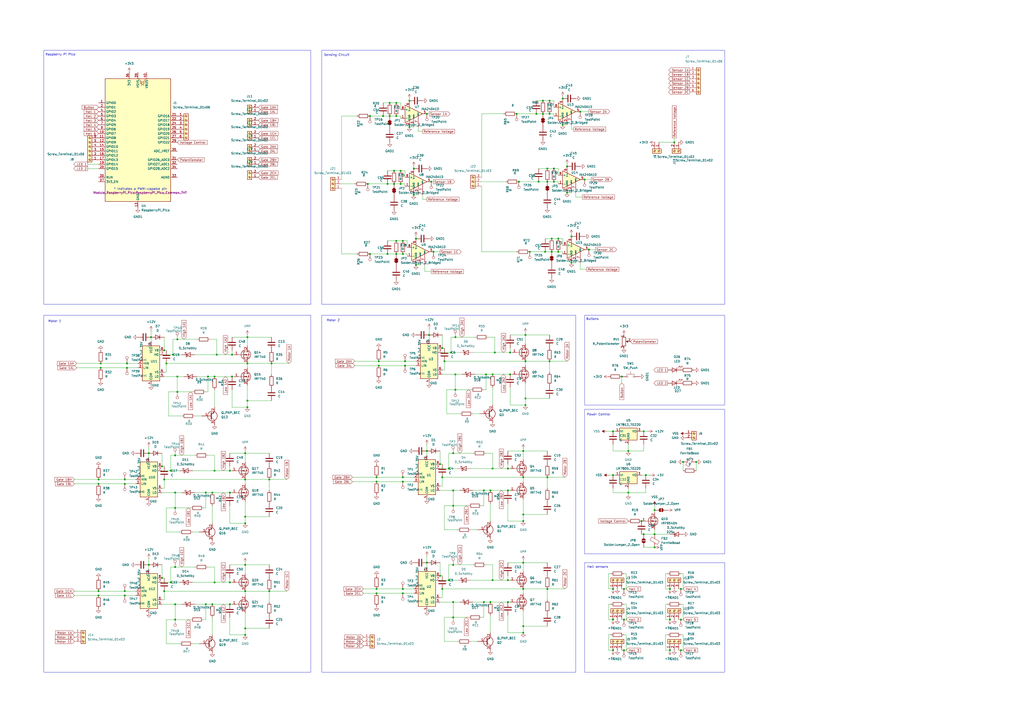
<source format=kicad_sch>
(kicad_sch (version 20231120) (generator "eeschema") (generator_version "8.0")
  (paper "A2")
  (title_block (date "mar. 31 mars 2015"))
  (lib_symbols
    (symbol "+3V3_1" (power) (pin_numbers hide) (pin_names (offset 0) hide)
      (property "Value" "+3V3" (at 0 3.556 0))
      (symbol "+3V3_1_1_1"
        (pin power_in line (at 0 0 90) (length 0) (name "~") (number "1"))
      )
    )
    (symbol "+3V3_2" (power) (pin_numbers hide) (pin_names (offset 0) hide)
      (property "Value" "+3V3" (at 0 3.556 0))
      (symbol "+3V3_2_1_1"
        (pin power_in line (at 0 0 90) (length 0) (name "~") (number "1"))
      )
    )
    (symbol "+3V3_3" (power) (pin_numbers hide) (pin_names (offset 0) hide)
      (property "Value" "+3V3" (at 0 3.556 0))
      (symbol "+3V3_3_1_1"
        (pin power_in line (at 0 0 90) (length 0) (name "~") (number "1"))
      )
    )
    (symbol "+5V_1" (power) (pin_numbers hide) (pin_names (offset 0) hide)
      (property "Value" "+5V" (at 0 3.556 0))
      (symbol "+5V_1_1_1"
        (pin power_in line (at 0 0 90) (length 0) (name "~") (number "1"))
      )
    )
    (symbol "Amplifier_Current:INA240A1D" (pin_names (offset 0.127))
      (property "Reference" "U" (at 3.81 3.81 0))
      (property "Value" "INA240A1D" (at 3.81 -2.54 0))
      (symbol "INA240A1D_1_1"
        (pin input line (at -7.62 -2.54 0) (length 2.54) (name "-") (number "1"))
        (pin power_in line (at -2.54 -7.62 90) (length 3.81) (name "GND") (number "2"))
        (pin passive line (at 0 -7.62 90) (length 5.08) (name "REF2") (number "3"))
        (pin passive line (at -2.54 -7.62 90) (length 3.81) hide (name "GND") (number "4"))
        (pin output line (at 7.62 0 180) (length 2.54) (name "~") (number "5"))
        (pin power_in line (at -2.54 7.62 270) (length 3.81) (name "V+") (number "6"))
        (pin passive line (at 2.54 -7.62 90) (length 6.35) (name "REF1") (number "7"))
        (pin input line (at -7.62 2.54 0) (length 2.54) (name "+") (number "8"))
      )
    )
    (symbol "Connector:Screw_Terminal_01x02" (pin_names (offset 1.016) hide)
      (property "Reference" "J" (at 0 2.54 0))
      (property "Value" "Screw_Terminal_01x02" (at 0 -5.08 0))
      (symbol "Screw_Terminal_01x02_1_1"
        (pin passive line (at -5.08 0 0) (length 3.81) (name "Pin_1") (number "1"))
        (pin passive line (at -5.08 -2.54 0) (length 3.81) (name "Pin_2") (number "2"))
      )
    )
    (symbol "Connector:Screw_Terminal_01x03" (pin_names (offset 1.016) hide)
      (property "Reference" "J" (at 0 5.08 0))
      (property "Value" "Screw_Terminal_01x03" (at 0 -5.08 0))
      (symbol "Screw_Terminal_01x03_1_1"
        (pin passive line (at -5.08 2.54 0) (length 3.81) (name "Pin_1") (number "1"))
        (pin passive line (at -5.08 0 0) (length 3.81) (name "Pin_2") (number "2"))
        (pin passive line (at -5.08 -2.54 0) (length 3.81) (name "Pin_3") (number "3"))
      )
    )
    (symbol "Connector:Screw_Terminal_01x06" (pin_names (offset 1.016) hide)
      (property "Reference" "J" (at 0 7.62 0))
      (property "Value" "Screw_Terminal_01x06" (at 0 -10.16 0))
      (symbol "Screw_Terminal_01x06_1_1"
        (pin passive line (at -5.08 5.08 0) (length 3.81) (name "Pin_1") (number "1"))
        (pin passive line (at -5.08 2.54 0) (length 3.81) (name "Pin_2") (number "2"))
        (pin passive line (at -5.08 0 0) (length 3.81) (name "Pin_3") (number "3"))
        (pin passive line (at -5.08 -2.54 0) (length 3.81) (name "Pin_4") (number "4"))
        (pin passive line (at -5.08 -5.08 0) (length 3.81) (name "Pin_5") (number "5"))
        (pin passive line (at -5.08 -7.62 0) (length 3.81) (name "Pin_6") (number "6"))
      )
    )
    (symbol "Connector:TestPoint" (pin_numbers hide) (pin_names (offset 0.762) hide)
      (property "Reference" "TP" (at 0 6.858 0))
      (property "Value" "TestPoint" (at 0 5.08 0))
      (symbol "TestPoint_1_1"
        (pin passive line (at 0 0 90) (length 2.54) (name "1") (number "1"))
      )
    )
    (symbol "Device:C" (pin_numbers hide) (pin_names (offset 0.254))
      (property "Reference" "C" (at 0.635 2.54 0))
      (property "Value" "C" (at 0.635 -2.54 0))
      (symbol "C_1_1"
        (pin passive line (at 0 3.81 270) (length 2.794) (name "~") (number "1"))
        (pin passive line (at 0 -3.81 90) (length 2.794) (name "~") (number "2"))
      )
    )
    (symbol "Device:D" (pin_numbers hide) (pin_names (offset 1.016) hide)
      (property "Reference" "D" (at 0 2.54 0))
      (property "Value" "D" (at 0 -2.54 0))
      (symbol "D_1_1"
        (pin passive line (at -3.81 0 0) (length 2.54) (name "K") (number "1"))
        (pin passive line (at 3.81 0 180) (length 2.54) (name "A") (number "2"))
      )
    )
    (symbol "Device:D_Schottky" (pin_numbers hide) (pin_names (offset 1.016) hide)
      (property "Reference" "D" (at 0 2.54 0))
      (property "Value" "D_Schottky" (at 0 -2.54 0))
      (symbol "D_Schottky_1_1"
        (pin passive line (at -3.81 0 0) (length 2.54) (name "K") (number "1"))
        (pin passive line (at 3.81 0 180) (length 2.54) (name "A") (number "2"))
      )
    )
    (symbol "Device:FerriteBead" (pin_numbers hide) (pin_names (offset 0))
      (property "Reference" "FB" (at -3.81 0.635 90))
      (property "Value" "FerriteBead" (at 3.81 0 90))
      (symbol "FerriteBead_1_1"
        (pin passive line (at 0 3.81 270) (length 2.54) (name "~") (number "1"))
        (pin passive line (at 0 -3.81 90) (length 2.54) (name "~") (number "2"))
      )
    )
    (symbol "Device:LED" (pin_numbers hide) (pin_names (offset 1.016) hide)
      (property "Reference" "D" (at 0 2.54 0))
      (property "Value" "LED" (at 0 -2.54 0))
      (symbol "LED_1_1"
        (pin passive line (at -3.81 0 0) (length 2.54) (name "K") (number "1"))
        (pin passive line (at 3.81 0 180) (length 2.54) (name "A") (number "2"))
      )
    )
    (symbol "Device:Q_PNP_BEC" (pin_names (offset 0) hide)
      (property "Reference" "Q" (at 5.08 1.27 0))
      (property "Value" "Q_PNP_BEC" (at 5.08 -1.27 0))
      (symbol "Q_PNP_BEC_1_1"
        (pin input line (at -5.08 0 0) (length 5.715) (name "B") (number "1"))
        (pin passive line (at 2.54 -5.08 90) (length 2.54) (name "E") (number "2"))
        (pin passive line (at 2.54 5.08 270) (length 2.54) (name "C") (number "3"))
      )
    )
    (symbol "Device:R" (pin_numbers hide) (pin_names (offset 0))
      (property "Reference" "R" (at 2.032 0 90))
      (property "Value" "R" (at 0 0 90))
      (symbol "R_1_1"
        (pin passive line (at 0 3.81 270) (length 1.27) (name "~") (number "1"))
        (pin passive line (at 0 -3.81 90) (length 1.27) (name "~") (number "2"))
      )
    )
    (symbol "Device:R_Potentiometer" (pin_names (offset 1.016) hide)
      (property "Reference" "RV" (at -4.445 0 90))
      (property "Value" "R_Potentiometer" (at -2.54 0 90))
      (symbol "R_Potentiometer_1_1"
        (pin passive line (at 0 3.81 270) (length 1.27) (name "1") (number "1"))
        (pin passive line (at 3.81 0 180) (length 1.27) (name "2") (number "2"))
        (pin passive line (at 0 -3.81 90) (length 1.27) (name "3") (number "3"))
      )
    )
    (symbol "Driver_FET:IRS2101"
      (property "Reference" "U" (at 1.27 13.335 0))
      (property "Value" "IRS2101" (at 1.27 11.43 0))
      (symbol "IRS2101_1_1"
        (pin power_in line (at 0 12.7 270) (length 2.54) (name "VCC") (number "1"))
        (pin input line (at -7.62 0 0) (length 2.54) (name "HIN") (number "2"))
        (pin input line (at -7.62 -2.54 0) (length 2.54) (name "LIN") (number "3"))
        (pin power_in line (at 0 -12.7 90) (length 2.54) (name "COM") (number "4"))
        (pin output line (at 7.62 -7.62 180) (length 2.54) (name "LO") (number "5"))
        (pin passive line (at 7.62 -5.08 180) (length 2.54) (name "VS") (number "6"))
        (pin output line (at 7.62 5.08 180) (length 2.54) (name "HO") (number "7"))
        (pin passive line (at 7.62 7.62 180) (length 2.54) (name "VB") (number "8"))
      )
    )
    (symbol "GND_1" (power) (pin_names (offset 0))
      (property "Value" "GND_1" (at 0 -3.81 0))
      (symbol "GND_1_1_1"
        (pin power_in line (at 0 0 270) (length 0) hide (name "GND") (number "1"))
      )
    )
    (symbol "GND_2" (power) (pin_numbers hide) (pin_names (offset 0) hide)
      (property "Value" "GND" (at 0 -3.81 0))
      (symbol "GND_2_1_1"
        (pin power_in line (at 0 0 270) (length 0) (name "~") (number "1"))
      )
    )
    (symbol "GND_3" (power) (pin_names (offset 0))
      (property "Value" "GND_3" (at 0 -3.81 0))
      (symbol "GND_3_1_1"
        (pin power_in line (at 0 0 270) (length 0) hide (name "GND") (number "1"))
      )
    )
    (symbol "GND_4" (power) (pin_numbers hide) (pin_names (offset 0) hide)
      (property "Value" "GND" (at 0 -3.81 0))
      (symbol "GND_4_1_1"
        (pin power_in line (at 0 0 270) (length 0) (name "~") (number "1"))
      )
    )
    (symbol "GND_5" (power) (pin_numbers hide) (pin_names (offset 0) hide)
      (property "Value" "GND" (at 0 -3.81 0))
      (symbol "GND_5_1_1"
        (pin power_in line (at 0 0 270) (length 0) (name "~") (number "1"))
      )
    )
    (symbol "GND_6" (power) (pin_numbers hide) (pin_names (offset 0) hide)
      (property "Value" "GND" (at 0 -3.81 0))
      (symbol "GND_6_1_1"
        (pin power_in line (at 0 0 270) (length 0) (name "~") (number "1"))
      )
    )
    (symbol "GND_7" (power) (pin_numbers hide) (pin_names (offset 0) hide)
      (property "Value" "GND" (at 0 -3.81 0))
      (symbol "GND_7_1_1"
        (pin power_in line (at 0 0 270) (length 0) (name "~") (number "1"))
      )
    )
    (symbol "GND_8" (power) (pin_numbers hide) (pin_names (offset 0) hide)
      (property "Value" "GND" (at 0 -3.81 0))
      (symbol "GND_8_1_1"
        (pin power_in line (at 0 0 270) (length 0) (name "~") (number "1"))
      )
    )
    (symbol "GND_9" (power) (pin_numbers hide) (pin_names (offset 0) hide)
      (property "Value" "GND" (at 0 -3.81 0))
      (symbol "GND_9_1_1"
        (pin power_in line (at 0 0 270) (length 0) (name "~") (number "1"))
      )
    )
    (symbol "Jumper:SolderJumper_2_Bridged" (pin_numbers hide) (pin_names (offset 0) hide) (exclude_from_sim yes) (in_bom no)
      (property "Reference" "JP" (at 0 2.032 0))
      (property "Value" "SolderJumper_2_Bridged" (at 0 -2.54 0))
      (symbol "SolderJumper_2_Bridged_1_1"
        (pin passive line (at -3.81 0 0) (length 2.54) (name "A") (number "1"))
        (pin passive line (at 3.81 0 180) (length 2.54) (name "B") (number "2"))
      )
    )
    (symbol "Jumper:SolderJumper_2_Open" (pin_numbers hide) (pin_names (offset 0) hide) (exclude_from_sim yes) (in_bom no)
      (property "Reference" "JP" (at 0 2.032 0))
      (property "Value" "SolderJumper_2_Open" (at 0 -2.54 0))
      (symbol "SolderJumper_2_Open_1_1"
        (pin passive line (at -3.81 0 0) (length 2.54) (name "A") (number "1"))
        (pin passive line (at 3.81 0 180) (length 2.54) (name "B") (number "2"))
      )
    )
    (symbol "Raspberry Pi Pico:RaspberryPi_Pico"
      (property "Reference" "U" (at -19.05 38.1 0))
      (property "Value" "RaspberryPi_Pico" (at 7.62 38.1 0))
      (symbol "RaspberryPi_Pico_1_1"
        (pin bidirectional line (at -22.86 22.86 0) (length 3.81) (name "GPIO0") (number "1"))
        (pin bidirectional line (at -22.86 5.08 0) (length 3.81) (name "GPIO7") (number "10"))
        (pin bidirectional line (at -22.86 2.54 0) (length 3.81) (name "GPIO8") (number "11"))
        (pin bidirectional line (at -22.86 0 0) (length 3.81) (name "GPIO9") (number "12"))
        (pin power_out line (at 0 -38.1 90) (length 3.81) (name "GND") (number "13"))
        (pin bidirectional line (at -22.86 -2.54 0) (length 3.81) (name "GPIO10") (number "14"))
        (pin bidirectional line (at -22.86 -5.08 0) (length 3.81) (name "GPIO11") (number "15"))
        (pin bidirectional line (at -22.86 -7.62 0) (length 3.81) (name "GPIO12") (number "16"))
        (pin bidirectional line (at -22.86 -10.16 0) (length 3.81) (name "GPIO13") (number "17"))
        (pin passive line (at 0 -38.1 90) (length 3.81) hide (name "GND") (number "18"))
        (pin bidirectional line (at -22.86 -12.7 0) (length 3.81) (name "GPIO14") (number "19"))
        (pin bidirectional line (at -22.86 20.32 0) (length 3.81) (name "GPIO1") (number "2"))
        (pin bidirectional line (at -22.86 -15.24 0) (length 3.81) (name "GPIO15") (number "20"))
        (pin bidirectional line (at 22.86 15.24 180) (length 3.81) (name "GPIO16") (number "21"))
        (pin bidirectional line (at 22.86 12.7 180) (length 3.81) (name "GPIO17") (number "22"))
        (pin passive line (at 0 -38.1 90) (length 3.81) hide (name "GND") (number "23"))
        (pin bidirectional line (at 22.86 10.16 180) (length 3.81) (name "GPIO18") (number "24"))
        (pin bidirectional line (at 22.86 7.62 180) (length 3.81) (name "GPIO19") (number "25"))
        (pin bidirectional line (at 22.86 5.08 180) (length 3.81) (name "GPIO20") (number "26"))
        (pin bidirectional line (at 22.86 2.54 180) (length 3.81) (name "GPIO21") (number "27"))
        (pin passive line (at 0 -38.1 90) (length 3.81) hide (name "GND") (number "28"))
        (pin bidirectional line (at 22.86 0 180) (length 3.81) (name "GPIO22") (number "29"))
        (pin passive line (at 0 -38.1 90) (length 3.81) hide (name "GND") (number "3"))
        (pin input line (at -22.86 -20.32 0) (length 3.81) (name "RUN") (number "30"))
        (pin bidirectional line (at 22.86 -10.16 180) (length 3.81) (name "GPIO26_ADC0") (number "31"))
        (pin bidirectional line (at 22.86 -12.7 180) (length 3.81) (name "GPIO27_ADC1") (number "32"))
        (pin power_in line (at 22.86 -20.32 180) (length 3.81) (name "AGND") (number "33"))
        (pin bidirectional line (at 22.86 -15.24 180) (length 3.81) (name "GPIO28_ADC2") (number "34"))
        (pin power_in line (at 22.86 -5.08 180) (length 3.81) (name "ADC_VREF") (number "35"))
        (pin power_out line (at -5.08 40.64 270) (length 3.81) (name "3V3") (number "36"))
        (pin input line (at -22.86 -22.86 0) (length 3.81) (name "3V3_EN") (number "37"))
        (pin passive line (at 0 -38.1 90) (length 3.81) hide (name "GND") (number "38"))
        (pin power_in line (at 0 40.64 270) (length 3.81) (name "VSYS") (number "39"))
        (pin bidirectional line (at -22.86 17.78 0) (length 3.81) (name "GPIO2") (number "4"))
        (pin power_out line (at 5.08 40.64 270) (length 3.81) (name "VBUS") (number "40"))
        (pin bidirectional line (at -22.86 15.24 0) (length 3.81) (name "GPIO3") (number "5"))
        (pin bidirectional line (at -22.86 12.7 0) (length 3.81) (name "GPIO4") (number "6"))
        (pin bidirectional line (at -22.86 10.16 0) (length 3.81) (name "GPIO5") (number "7"))
        (pin passive line (at 0 -38.1 90) (length 3.81) hide (name "GND") (number "8"))
        (pin bidirectional line (at -22.86 7.62 0) (length 3.81) (name "GPIO6") (number "9"))
      )
    )
    (symbol "Regulator_Linear:LM7805_TO220" (pin_names (offset 0.254))
      (property "Reference" "U" (at -3.81 3.175 0))
      (property "Value" "LM7805_TO220" (at 0 3.175 0))
      (symbol "LM7805_TO220_1_1"
        (pin power_in line (at -7.62 0 0) (length 2.54) (name "VI") (number "1"))
        (pin power_in line (at 0 -7.62 90) (length 2.54) (name "GND") (number "2"))
        (pin power_out line (at 7.62 0 180) (length 2.54) (name "VO") (number "3"))
      )
    )
    (symbol "Regulator_Linear:LM7812_TO220" (pin_names (offset 0.254))
      (property "Reference" "U" (at -3.81 3.175 0))
      (property "Value" "LM7812_TO220" (at 0 3.175 0))
      (symbol "LM7812_TO220_1_1"
        (pin power_in line (at -7.62 0 0) (length 2.54) (name "VI") (number "1"))
        (pin power_in line (at 0 -7.62 90) (length 2.54) (name "GND") (number "2"))
        (pin power_out line (at 7.62 0 180) (length 2.54) (name "VO") (number "3"))
      )
    )
    (symbol "Switch:SW_Push" (pin_numbers hide) (pin_names (offset 1.016) hide)
      (property "Reference" "SW" (at 1.27 2.54 0))
      (property "Value" "SW_Push" (at 0 -1.524 0))
      (symbol "SW_Push_0_1"
        (pin passive line (at -5.08 0 0) (length 2.54) (name "1") (number "1"))
        (pin passive line (at 5.08 0 180) (length 2.54) (name "2") (number "2"))
      )
    )
    (symbol "Transistor_FET:IRF740" (pin_names hide)
      (property "Reference" "Q" (at 6.35 1.905 0))
      (property "Value" "IRF740" (at 6.35 0 0))
      (symbol "IRF740_1_1"
        (pin input line (at -5.08 0 0) (length 2.54) (name "G") (number "1"))
        (pin passive line (at 2.54 5.08 270) (length 2.54) (name "D") (number "2"))
        (pin passive line (at 2.54 -5.08 90) (length 2.54) (name "S") (number "3"))
      )
    )
    (symbol "Transistor_FET:IRF9540N" (pin_names hide)
      (property "Reference" "Q" (at 5.08 1.905 0))
      (property "Value" "IRF9540N" (at 5.08 0 0))
      (symbol "IRF9540N_1_1"
        (pin input line (at -5.08 0 0) (length 2.54) (name "G") (number "1"))
        (pin passive line (at 2.54 5.08 270) (length 2.54) (name "D") (number "2"))
        (pin passive line (at 2.54 -5.08 90) (length 2.54) (name "S") (number "3"))
      )
    )
    (symbol "VPP_1" (power) (pin_numbers hide) (pin_names (offset 0) hide)
      (property "Value" "VPP" (at 0 3.556 0))
      (symbol "VPP_1_1_1"
        (pin power_in line (at 0 0 90) (length 0) (name "~") (number "1"))
      )
    )
    (symbol "power:+12V" (power) (pin_numbers hide) (pin_names (offset 0) hide)
      (property "Value" "+12V" (at 0 3.556 0))
      (symbol "+12V_1_1"
        (pin power_in line (at 0 0 90) (length 0) (name "~") (number "1"))
      )
    )
    (symbol "power:+3V3" (power) (pin_names (offset 0))
      (property "Value" "+3V3" (at 0 3.556 0))
      (symbol "+3V3_1_1"
        (pin power_in line (at 0 0 90) (length 0) hide (name "+3V3") (number "1"))
      )
    )
    (symbol "power:+5V" (power) (pin_numbers hide) (pin_names (offset 0) hide)
      (property "Value" "+5V" (at 0 3.556 0))
      (symbol "+5V_1_1"
        (pin power_in line (at 0 0 90) (length 0) (name "~") (number "1"))
      )
    )
    (symbol "power:GND1" (power) (pin_numbers hide) (pin_names (offset 0) hide)
      (property "Value" "GND1" (at 0 -3.81 0))
      (symbol "GND1_1_1"
        (pin power_in line (at 0 0 270) (length 0) (name "~") (number "1"))
      )
    )
    (symbol "power:VPP" (power) (pin_numbers hide) (pin_names (offset 0) hide)
      (property "Value" "VPP" (at 0 3.556 0))
      (symbol "VPP_1_1"
        (pin power_in line (at 0 0 90) (length 0) (name "~") (number "1"))
      )
    )
    (symbol "power:VSS" (power) (pin_numbers hide) (pin_names (offset 0) hide)
      (property "Value" "VSS" (at 0 3.556 0))
      (symbol "VSS_1_1"
        (pin power_in line (at 0 0 90) (length 0) (name "~") (number "1"))
      )
    )
  )
  (junction (at 101.6 350.52))
  (junction (at 101.6 328.93))
  (junction (at 233.68 139.7))
  (junction (at 303.53 276.86))
  (junction (at 124.46 218.44))
  (junction (at 218.44 344.17))
  (junction (at 320.04 138.43))
  (junction (at 157.48 210.82))
  (junction (at 224.79 106.68))
  (junction (at 264.16 217.17))
  (junction (at 336.55 64.77))
  (junction (at 257.81 209.55))
  (junction (at 391.16 82.55))
  (junction (at 256.54 341.63))
  (junction (at 303.53 367.03))
  (junction (at 232.41 99.06))
  (junction (at 156.21 278.13))
  (junction (at 388.62 341.63))
  (junction (at 355.6 275.59))
  (junction (at 58.42 210.82))
  (junction (at 95.25 342.9))
  (junction (at 260.35 336.55))
  (junction (at 355.6 250.19))
  (junction (at 318.77 209.55))
  (junction (at 247.65 66.04))
  (junction (at 125.73 205.74))
  (junction (at 241.3 138.43))
  (junction (at 262.89 293.37))
  (junction (at 295.91 204.47))
  (junction (at 133.35 337.82))
  (junction (at 96.52 210.82))
  (junction (at 229.87 139.7))
  (junction (at 379.73 295.91))
  (junction (at 261.62 204.47))
  (junction (at 328.93 96.52))
  (junction (at 142.24 262.89))
  (junction (at 134.62 218.44))
  (junction (at 229.87 147.32))
  (junction (at 320.04 146.05))
  (junction (at 72.39 342.9))
  (junction (at 214.63 147.32))
  (junction (at 119.38 285.75))
  (junction (at 373.38 250.19))
  (junction (at 260.35 271.78))
  (junction (at 143.51 232.41))
  (junction (at 317.5 97.79))
  (junction (at 143.51 236.22))
  (junction (at 318.77 66.04))
  (junction (at 229.87 59.69))
  (junction (at 361.95 377.19))
  (junction (at 331.47 137.16))
  (junction (at 250.19 105.41))
  (junction (at 123.19 350.52))
  (junction (at 57.15 278.13))
  (junction (at 229.87 67.31))
  (junction (at 72.39 280.67))
  (junction (at 228.6 106.68))
  (junction (at 303.53 363.22))
  (junction (at 102.87 227.33))
  (junction (at 101.6 294.64))
  (junction (at 388.62 377.19))
  (junction (at 303.53 261.62))
  (junction (at 102.87 218.44))
  (junction (at 72.39 345.44))
  (junction (at 326.39 57.15))
  (junction (at 379.73 309.88))
  (junction (at 156.21 342.9))
  (junction (at 304.8 234.95))
  (junction (at 232.41 106.68))
  (junction (at 285.75 217.17))
  (junction (at 311.15 66.04))
  (junction (at 374.65 275.59))
  (junction (at 284.48 349.25))
  (junction (at 323.85 146.05))
  (junction (at 247.65 261.62))
  (junction (at 394.97 341.63))
  (junction (at 233.68 279.4))
  (junction (at 262.89 262.89))
  (junction (at 87.63 195.58))
  (junction (at 72.39 278.13))
  (junction (at 222.25 67.31))
  (junction (at 224.79 147.32))
  (junction (at 355.6 341.63))
  (junction (at 226.06 59.69))
  (junction (at 237.49 58.42))
  (junction (at 57.15 342.9))
  (junction (at 233.68 147.32))
  (junction (at 142.24 342.9))
  (junction (at 326.39 72.39))
  (junction (at 255.27 269.24))
  (junction (at 237.49 73.66))
  (junction (at 240.03 113.03))
  (junction (at 295.91 217.17))
  (junction (at 321.31 97.79))
  (junction (at 218.44 276.86))
  (junction (at 233.68 341.63))
  (junction (at 133.35 350.52))
  (junction (at 403.86 267.97))
  (junction (at 142.24 278.13))
  (junction (at 307.34 146.05))
  (junction (at 280.67 349.25))
  (junction (at 304.8 209.55))
  (junction (at 323.85 138.43))
  (junction (at 102.87 196.85))
  (junction (at 124.46 273.05))
  (junction (at 58.42 213.36))
  (junction (at 142.24 364.49))
  (junction (at 314.96 58.42))
  (junction (at 262.89 349.25))
  (junction (at 361.95 341.63))
  (junction (at 218.44 279.4))
  (junction (at 213.36 106.68))
  (junction (at 394.97 377.19))
  (junction (at 248.92 194.31))
  (junction (at 228.6 99.06))
  (junction (at 303.53 341.63))
  (junction (at 214.63 67.31))
  (junction (at 294.64 271.78))
  (junction (at 281.94 217.17))
  (junction (at 318.77 58.42))
  (junction (at 361.95 359.41))
  (junction (at 299.72 66.04))
  (junction (at 142.24 303.53))
  (junction (at 331.47 152.4))
  (junction (at 304.8 194.31))
  (junction (at 394.97 359.41))
  (junction (at 143.51 195.58))
  (junction (at 256.54 201.93))
  (junction (at 119.38 350.52))
  (junction (at 99.06 337.82))
  (junction (at 143.51 210.82))
  (junction (at 262.89 327.66))
  (junction (at 120.65 218.44))
  (junction (at 312.42 105.41))
  (junction (at 226.06 67.31))
  (junction (at 142.24 368.3))
  (junction (at 355.6 359.41))
  (junction (at 285.75 271.78))
  (junction (at 133.35 285.75))
  (junction (at 280.67 284.48))
  (junction (at 93.98 335.28))
  (junction (at 339.09 104.14))
  (junction (at 95.25 203.2))
  (junction (at 240.03 97.79))
  (junction (at 142.24 299.72))
  (junction (at 262.89 358.14))
  (junction (at 241.3 153.67))
  (junction (at 134.62 205.74))
  (junction (at 73.66 213.36))
  (junction (at 233.68 344.17))
  (junction (at 379.73 317.5))
  (junction (at 101.6 285.75))
  (junction (at 123.19 285.75))
  (junction (at 219.71 212.09))
  (junction (at 124.46 337.82))
  (junction (at 233.68 276.86))
  (junction (at 99.06 273.05))
  (junction (at 372.11 302.26))
  (junction (at 287.02 204.47))
  (junction (at 364.49 261.62))
  (junction (at 364.49 285.75))
  (junction (at 317.5 105.41))
  (junction (at 316.23 146.05))
  (junction (at 303.53 302.26))
  (junction (at 262.89 284.48))
  (junction (at 321.31 105.41))
  (junction (at 294.64 336.55))
  (junction (at 396.24 267.97))
  (junction (at 303.53 326.39))
  (junction (at 294.64 349.25))
  (junction (at 133.35 273.05))
  (junction (at 294.64 284.48))
  (junction (at 303.53 298.45))
  (junction (at 304.8 231.14))
  (junction (at 285.75 336.55))
  (junction (at 234.95 209.55))
  (junction (at 317.5 276.86))
  (junction (at 57.15 345.44))
  (junction (at 300.99 105.41))
  (junction (at 264.16 226.06))
  (junction (at 264.16 195.58))
  (junction (at 93.98 270.51))
  (junction (at 101.6 359.41))
  (junction (at 341.63 144.78))
  (junction (at 101.6 264.16))
  (junction (at 317.5 341.63))
  (junction (at 328.93 111.76))
  (junction (at 218.44 341.63))
  (junction (at 95.25 278.13))
  (junction (at 234.95 212.09))
  (junction (at 86.36 262.89))
  (junction (at 142.24 327.66))
  (junction (at 100.33 205.74))
  (junction (at 247.65 326.39))
  (junction (at 355.6 377.19))
  (junction (at 360.68 218.44))
  (junction (at 373.38 309.88))
  (junction (at 73.66 210.82))
  (junction (at 86.36 327.66))
  (junction (at 388.62 359.41))
  (junction (at 284.48 284.48))
  (junction (at 256.54 276.86))
  (junction (at 255.27 334.01))
  (junction (at 219.71 209.55))
  (junction (at 314.96 66.04))
  (junction (at 251.46 146.05))
  (junction (at 57.15 280.67))
  (wire (pts (xy 285.75 327.66) (xy 285.75 336.55)))
  (wire (pts (xy 361.95 350.52) (xy 363.22 350.52)))
  (wire (pts (xy 229.87 59.69) (xy 232.41 59.69)))
  (wire (pts (xy 394.97 332.74) (xy 396.24 332.74)))
  (wire (pts (xy 316.23 138.43) (xy 320.04 138.43)))
  (wire (pts (xy 262.89 358.14) (xy 257.81 358.14)))
  (wire (pts (xy 233.68 344.17) (xy 240.03 344.17)))
  (wire (pts (xy 318.77 66.04) (xy 321.31 66.04)))
  (wire (pts (xy 232.41 59.69) (xy 232.41 63.5)))
  (wire (pts (xy 257.81 372.11) (xy 265.43 372.11)))
  (wire (pts (xy 143.51 232.41) (xy 157.48 232.41)))
  (wire (pts (xy 285.75 336.55) (xy 294.64 336.55)))
  (wire (pts (xy 124.46 218.44) (xy 134.62 218.44)))
  (wire (pts (xy 156.21 278.13) (xy 156.21 284.48)))
  (wire (pts (xy 240.03 113.03) (xy 242.57 113.03)))
  (wire (pts (xy 377.19 275.59) (xy 374.65 275.59)))
  (wire (pts (xy 43.18 342.9) (xy 57.15 342.9)))
  (wire (pts (xy 318.77 194.31) (xy 304.8 194.31)))
  (wire (pts (xy 256.54 276.86) (xy 256.54 281.94)))
  (wire (pts (xy 44.45 213.36) (xy 58.42 213.36)))
  (wire (pts (xy 275.59 195.58) (xy 264.16 195.58)))
  (wire (pts (xy 50.8 95.25) (xy 57.15 95.25)))
  (wire (pts (xy 303.53 298.45) (xy 303.53 302.26)))
  (wire (pts (xy 72.39 280.67) (xy 78.74 280.67)))
  (wire (pts (xy 142.24 342.9) (xy 156.21 342.9)))
  (wire (pts (xy 255.27 261.62) (xy 255.27 269.24)))
  (wire (pts (xy 317.5 97.79) (xy 321.31 97.79)))
  (wire (pts (xy 387.35 368.3) (xy 386.08 368.3)))
  (wire (pts (xy 93.98 327.66) (xy 93.98 335.28)))
  (wire (pts (xy 287.02 195.58) (xy 283.21 195.58)))
  (wire (pts (xy 323.85 105.41) (xy 323.85 106.68)))
  (wire (pts (xy 303.53 363.22) (xy 317.5 363.22)))
  (wire (pts (xy 279.4 66.04) (xy 292.1 66.04)))
  (wire (pts (xy 262.89 262.89) (xy 260.35 262.89)))
  (wire (pts (xy 311.15 66.04) (xy 314.96 66.04)))
  (wire (pts (xy 102.87 227.33) (xy 111.76 227.33)))
  (wire (pts (xy 133.35 350.52) (xy 134.62 350.52)))
  (wire (pts (xy 124.46 337.82) (xy 111.76 337.82)))
  (wire (pts (xy 96.52 294.64) (xy 96.52 308.61)))
  (wire (pts (xy 251.46 105.41) (xy 250.19 105.41)))
  (wire (pts (xy 43.18 345.44) (xy 57.15 345.44)))
  (wire (pts (xy 247.65 257.81) (xy 247.65 261.62)))
  (wire (pts (xy 218.44 344.17) (xy 233.68 344.17)))
  (wire (pts (xy 285.75 271.78) (xy 273.05 271.78)))
  (wire (pts (xy 102.87 196.85) (xy 100.33 196.85)))
  (wire (pts (xy 336.55 152.4) (xy 336.55 156.21)))
  (wire (pts (xy 241.3 137.16) (xy 241.3 138.43)))
  (wire (pts (xy 124.46 264.16) (xy 120.65 264.16)))
  (wire (pts (xy 304.8 234.95) (xy 295.91 234.95)))
  (wire (pts (xy 299.72 66.04) (xy 311.15 66.04)))
  (wire (pts (xy 303.53 276.86) (xy 317.5 276.86)))
  (wire (pts (xy 120.65 218.44) (xy 120.65 227.33)))
  (wire (pts (xy 242.57 76.2) (xy 245.11 76.2)))
  (wire (pts (xy 111.76 308.61) (xy 115.57 308.61)))
  (wire (pts (xy 134.62 218.44) (xy 135.89 218.44)))
  (wire (pts (xy 396.24 350.52) (xy 396.24 359.41)))
  (wire (pts (xy 387.35 350.52) (xy 386.08 350.52)))
  (wire (pts (xy 93.98 337.82) (xy 99.06 337.82)))
  (wire (pts (xy 142.24 355.6) (xy 142.24 364.49)))
  (wire (pts (xy 113.03 264.16) (xy 101.6 264.16)))
  (wire (pts (xy 326.39 138.43) (xy 326.39 142.24)))
  (wire (pts (xy 274.32 262.89) (xy 262.89 262.89)))
  (wire (pts (xy 280.67 358.14) (xy 279.4 358.14)))
  (wire (pts (xy 97.79 241.3) (xy 105.41 241.3)))
  (wire (pts (xy 245.11 113.03) (xy 245.11 115.57)))
  (wire (pts (xy 279.4 102.87) (xy 279.4 66.04)))
  (wire (pts (xy 317.5 261.62) (xy 303.53 261.62)))
  (wire (pts (xy 123.19 350.52) (xy 133.35 350.52)))
  (wire (pts (xy 218.44 276.86) (xy 233.68 276.86)))
  (wire (pts (xy 311.15 58.42) (xy 314.96 58.42)))
  (wire (pts (xy 99.06 337.82) (xy 104.14 337.82)))
  (wire (pts (xy 242.57 73.66) (xy 242.57 76.2)))
  (wire (pts (xy 317.5 326.39) (xy 303.53 326.39)))
  (wire (pts (xy 360.68 341.63) (xy 361.95 341.63)))
  (wire (pts (xy 360.68 377.19) (xy 361.95 377.19)))
  (wire (pts (xy 101.6 350.52) (xy 105.41 350.52)))
  (wire (pts (xy 374.65 285.75) (xy 374.65 283.21)))
  (wire (pts (xy 303.53 326.39) (xy 303.53 331.47)))
  (wire (pts (xy 354.33 368.3) (xy 353.06 368.3)))
  (wire (pts (xy 157.48 195.58) (xy 143.51 195.58)))
  (wire (pts (xy 281.94 217.17) (xy 281.94 226.06)))
  (wire (pts (xy 386.08 350.52) (xy 386.08 359.41)))
  (wire (pts (xy 142.24 342.9) (xy 142.24 345.44)))
  (wire (pts (xy 143.51 210.82) (xy 143.51 213.36)))
  (wire (pts (xy 317.5 276.86) (xy 317.5 283.21)))
  (wire (pts (xy 355.6 283.21) (xy 355.6 285.75)))
  (wire (pts (xy 303.53 341.63) (xy 317.5 341.63)))
  (wire (pts (xy 87.63 191.77) (xy 87.63 195.58)))
  (wire (pts (xy 284.48 356.87) (xy 284.48 367.03)))
  (wire (pts (xy 219.71 212.09) (xy 234.95 212.09)))
  (wire (pts (xy 394.97 350.52) (xy 396.24 350.52)))
  (wire (pts (xy 143.51 236.22) (xy 134.62 236.22)))
  (wire (pts (xy 355.6 275.59) (xy 356.87 275.59)))
  (wire (pts (xy 303.53 302.26) (xy 294.64 302.26)))
  (wire (pts (xy 373.38 250.19) (xy 372.11 250.19)))
  (wire (pts (xy 246.38 153.67) (xy 246.38 157.48)))
  (wire (pts (xy 262.89 284.48) (xy 262.89 293.37)))
  (wire (pts (xy 379.73 295.91) (xy 379.73 297.18)))
  (wire (pts (xy 396.24 368.3) (xy 396.24 377.19)))
  (wire (pts (xy 134.62 195.58) (xy 143.51 195.58)))
  (wire (pts (xy 361.95 332.74) (xy 363.22 332.74)))
  (wire (pts (xy 284.48 284.48) (xy 294.64 284.48)))
  (wire (pts (xy 328.93 209.55) (xy 318.77 209.55)))
  (wire (pts (xy 294.64 284.48) (xy 295.91 284.48)))
  (wire (pts (xy 142.24 368.3) (xy 133.35 368.3)))
  (wire (pts (xy 72.39 278.13) (xy 78.74 278.13)))
  (wire (pts (xy 142.24 261.62) (xy 142.24 262.89)))
  (wire (pts (xy 224.79 99.06) (xy 228.6 99.06)))
  (wire (pts (xy 379.73 309.88) (xy 379.73 307.34)))
  (wire (pts (xy 95.25 195.58) (xy 95.25 203.2)))
  (wire (pts (xy 295.91 201.93) (xy 295.91 204.47)))
  (wire (pts (xy 125.73 205.74) (xy 113.03 205.74)))
  (wire (pts (xy 262.89 349.25) (xy 262.89 358.14)))
  (wire (pts (xy 262.89 293.37) (xy 257.81 293.37)))
  (wire (pts (xy 111.76 373.38) (xy 115.57 373.38)))
  (wire (pts (xy 214.63 67.31) (xy 222.25 67.31)))
  (wire (pts (xy 123.19 285.75) (xy 133.35 285.75)))
  (wire (pts (xy 143.51 232.41) (xy 143.51 236.22)))
  (wire (pts (xy 119.38 350.52) (xy 123.19 350.52)))
  (wire (pts (xy 255.27 349.25) (xy 262.89 349.25)))
  (wire (pts (xy 394.97 341.63) (xy 396.24 341.63)))
  (wire (pts (xy 274.32 327.66) (xy 262.89 327.66)))
  (wire (pts (xy 261.62 204.47) (xy 266.7 204.47)))
  (wire (pts (xy 336.55 156.21) (xy 340.36 156.21)))
  (wire (pts (xy 334.01 114.3) (xy 337.82 114.3)))
  (wire (pts (xy 95.25 347.98) (xy 93.98 347.98)))
  (wire (pts (xy 101.6 285.75) (xy 105.41 285.75)))
  (wire (pts (xy 72.39 342.9) (xy 78.74 342.9)))
  (wire (pts (xy 142.24 278.13) (xy 142.24 280.67)))
  (wire (pts (xy 279.4 105.41) (xy 293.37 105.41)))
  (wire (pts (xy 120.65 227.33) (xy 119.38 227.33)))
  (wire (pts (xy 248.92 190.5) (xy 248.92 194.31)))
  (wire (pts (xy 281.94 217.17) (xy 285.75 217.17)))
  (wire (pts (xy 256.54 341.63) (xy 303.53 341.63)))
  (wire (pts (xy 393.7 341.63) (xy 394.97 341.63)))
  (wire (pts (xy 280.67 284.48) (xy 284.48 284.48)))
  (wire (pts (xy 318.77 209.55) (xy 318.77 215.9)))
  (wire (pts (xy 93.98 262.89) (xy 93.98 270.51)))
  (wire (pts (xy 222.25 59.69) (xy 226.06 59.69)))
  (wire (pts (xy 295.91 204.47) (xy 297.18 204.47)))
  (wire (pts (xy 323.85 146.05) (xy 326.39 146.05)))
  (wire (pts (xy 255.27 334.01) (xy 256.54 334.01)))
  (wire (pts (xy 257.81 358.14) (xy 257.81 372.11)))
  (wire (pts (xy 355.6 250.19) (xy 356.87 250.19)))
  (wire (pts (xy 143.51 194.31) (xy 143.51 195.58)))
  (wire (pts (xy 387.35 332.74) (xy 386.08 332.74)))
  (wire (pts (xy 143.51 210.82) (xy 157.48 210.82)))
  (wire (pts (xy 360.68 218.44) (xy 360.68 222.25)))
  (wire (pts (xy 394.97 368.3) (xy 396.24 368.3)))
  (wire (pts (xy 229.87 139.7) (xy 233.68 139.7)))
  (wire (pts (xy 124.46 337.82) (xy 133.35 337.82)))
  (wire (pts (xy 361.95 368.3) (xy 363.22 368.3)))
  (wire (pts (xy 86.36 262.89) (xy 86.36 265.43)))
  (wire (pts (xy 261.62 195.58) (xy 261.62 204.47)))
  (wire (pts (xy 331.47 135.89) (xy 331.47 137.16)))
  (wire (pts (xy 364.49 285.75) (xy 374.65 285.75)))
  (wire (pts (xy 320.04 146.05) (xy 323.85 146.05)))
  (wire (pts (xy 260.35 336.55) (xy 265.43 336.55)))
  (wire (pts (xy 321.31 97.79) (xy 323.85 97.79)))
  (wire (pts (xy 274.32 240.03) (xy 278.13 240.03)))
  (wire (pts (xy 44.45 210.82) (xy 58.42 210.82)))
  (wire (pts (xy 210.82 344.17) (xy 218.44 344.17)))
  (wire (pts (xy 58.42 210.82) (xy 73.66 210.82)))
  (wire (pts (xy 262.89 284.48) (xy 266.7 284.48)))
  (wire (pts (xy 394.97 377.19) (xy 396.24 377.19)))
  (wire (pts (xy 142.24 364.49) (xy 142.24 368.3)))
  (wire (pts (xy 119.38 285.75) (xy 123.19 285.75)))
  (wire (pts (xy 232.41 106.68) (xy 234.95 106.68)))
  (wire (pts (xy 101.6 359.41) (xy 110.49 359.41)))
  (wire (pts (xy 262.89 358.14) (xy 271.78 358.14)))
  (wire (pts (xy 386.08 359.41) (xy 388.62 359.41)))
  (wire (pts (xy 58.42 213.36) (xy 73.66 213.36)))
  (wire (pts (xy 363.22 332.74) (xy 363.22 341.63)))
  (wire (pts (xy 373.38 309.88) (xy 379.73 309.88)))
  (wire (pts (xy 57.15 280.67) (xy 72.39 280.67)))
  (wire (pts (xy 101.6 264.16) (xy 99.06 264.16)))
  (wire (pts (xy 328.93 95.25) (xy 328.93 96.52)))
  (wire (pts (xy 233.68 279.4) (xy 240.03 279.4)))
  (wire (pts (xy 281.94 217.17) (xy 275.59 217.17)))
  (wire (pts (xy 303.53 341.63) (xy 303.53 344.17)))
  (wire (pts (xy 214.63 147.32) (xy 224.79 147.32)))
  (wire (pts (xy 285.75 217.17) (xy 295.91 217.17)))
  (wire (pts (xy 303.53 260.35) (xy 303.53 261.62)))
  (wire (pts (xy 86.36 327.66) (xy 86.36 330.2)))
  (wire (pts (xy 229.87 67.31) (xy 232.41 67.31)))
  (wire (pts (xy 260.35 262.89) (xy 260.35 271.78)))
  (wire (pts (xy 256.54 201.93) (xy 257.81 201.93)))
  (wire (pts (xy 379.73 309.88) (xy 388.62 309.88)))
  (wire (pts (xy 255.27 284.48) (xy 262.89 284.48)))
  (wire (pts (xy 257.81 209.55) (xy 304.8 209.55)))
  (wire (pts (xy 237.49 57.15) (xy 237.49 58.42)))
  (wire (pts (xy 125.73 196.85) (xy 121.92 196.85)))
  (wire (pts (xy 373.38 317.5) (xy 379.73 317.5)))
  (wire (pts (xy 364.49 261.62) (xy 364.49 257.81)))
  (wire (pts (xy 331.47 72.39) (xy 331.47 74.93)))
  (wire (pts (xy 219.71 209.55) (xy 234.95 209.55)))
  (wire (pts (xy 99.06 273.05) (xy 104.14 273.05)))
  (wire (pts (xy 287.02 204.47) (xy 295.91 204.47)))
  (wire (pts (xy 226.06 59.69) (xy 229.87 59.69)))
  (wire (pts (xy 303.53 367.03) (xy 294.64 367.03)))
  (wire (pts (xy 142.24 290.83) (xy 142.24 299.72)))
  (wire (pts (xy 233.68 147.32) (xy 236.22 147.32)))
  (wire (pts (xy 353.06 332.74) (xy 353.06 341.63)))
  (wire (pts (xy 236.22 139.7) (xy 236.22 143.51)))
  (wire (pts (xy 363.22 350.52) (xy 363.22 359.41)))
  (wire (pts (xy 247.65 261.62) (xy 247.65 264.16)))
  (wire (pts (xy 236.22 147.32) (xy 236.22 148.59)))
  (wire (pts (xy 279.4 146.05) (xy 299.72 146.05)))
  (wire (pts (xy 351.79 250.19) (xy 355.6 250.19)))
  (wire (pts (xy 294.64 349.25) (xy 295.91 349.25)))
  (wire (pts (xy 262.89 327.66) (xy 260.35 327.66)))
  (wire (pts (xy 280.67 349.25) (xy 280.67 358.14)))
  (wire (pts (xy 257.81 214.63) (xy 256.54 214.63)))
  (wire (pts (xy 303.53 276.86) (xy 303.53 279.4)))
  (wire (pts (xy 318.77 58.42) (xy 321.31 58.42)))
  (wire (pts (xy 257.81 293.37) (xy 257.81 307.34)))
  (wire (pts (xy 294.64 302.26) (xy 294.64 292.1)))
  (wire (pts (xy 134.62 203.2) (xy 134.62 205.74)))
  (wire (pts (xy 256.54 217.17) (xy 264.16 217.17)))
  (wire (pts (xy 264.16 226.06) (xy 259.08 226.06)))
  (wire (pts (xy 294.64 336.55) (xy 295.91 336.55)))
  (wire (pts (xy 101.6 294.64) (xy 96.52 294.64)))
  (wire (pts (xy 314.96 58.42) (xy 318.77 58.42)))
  (wire (pts (xy 314.96 66.04) (xy 318.77 66.04)))
  (wire (pts (xy 386.08 332.74) (xy 386.08 341.63)))
  (wire (pts (xy 316.23 146.05) (xy 320.04 146.05)))
  (wire (pts (xy 353.06 359.41) (xy 355.6 359.41)))
  (wire (pts (xy 273.05 372.11) (xy 276.86 372.11)))
  (wire (pts (xy 361.95 359.41) (xy 363.22 359.41)))
  (wire (pts (xy 133.35 335.28) (xy 133.35 337.82)))
  (wire (pts (xy 133.35 337.82) (xy 134.62 337.82)))
  (wire (pts (xy 119.38 350.52) (xy 113.03 350.52)))
  (wire (pts (xy 246.38 157.48) (xy 250.19 157.48)))
  (wire (pts (xy 95.25 342.9) (xy 142.24 342.9)))
  (wire (pts (xy 264.16 217.17) (xy 264.16 226.06)))
  (wire (pts (xy 403.86 267.97) (xy 403.86 273.05)))
  (wire (pts (xy 295.91 194.31) (xy 304.8 194.31)))
  (wire (pts (xy 321.31 66.04) (xy 321.31 67.31)))
  (wire (pts (xy 284.48 349.25) (xy 294.64 349.25)))
  (wire (pts (xy 327.66 341.63) (xy 317.5 341.63)))
  (wire (pts (xy 93.98 350.52) (xy 101.6 350.52)))
  (wire (pts (xy 320.04 138.43) (xy 323.85 138.43)))
  (wire (pts (xy 125.73 196.85) (xy 125.73 205.74)))
  (wire (pts (xy 304.8 209.55) (xy 318.77 209.55)))
  (wire (pts (xy 99.06 264.16) (xy 99.06 273.05)))
  (wire (pts (xy 133.35 303.53) (xy 133.35 293.37)))
  (wire (pts (xy 317.5 105.41) (xy 321.31 105.41)))
  (wire (pts (xy 93.98 273.05) (xy 99.06 273.05)))
  (wire (pts (xy 312.42 97.79) (xy 317.5 97.79)))
  (wire (pts (xy 113.03 328.93) (xy 101.6 328.93)))
  (wire (pts (xy 234.95 209.55) (xy 241.3 209.55)))
  (wire (pts (xy 57.15 342.9) (xy 72.39 342.9)))
  (wire (pts (xy 260.35 271.78) (xy 265.43 271.78)))
  (wire (pts (xy 328.93 111.76) (xy 331.47 111.76)))
  (wire (pts (xy 101.6 359.41) (xy 96.52 359.41)))
  (wire (pts (xy 323.85 138.43) (xy 326.39 138.43)))
  (wire (pts (xy 303.53 289.56) (xy 303.53 298.45)))
  (wire (pts (xy 99.06 328.93) (xy 99.06 337.82)))
  (wire (pts (xy 57.15 345.44) (xy 72.39 345.44)))
  (wire (pts (xy 257.81 209.55) (xy 257.81 214.63)))
  (wire (pts (xy 95.25 203.2) (xy 96.52 203.2)))
  (wire (pts (xy 341.63 64.77) (xy 336.55 64.77)))
  (wire (pts (xy 198.12 109.22) (xy 198.12 147.32)))
  (wire (pts (xy 133.35 262.89) (xy 142.24 262.89)))
  (wire (pts (xy 245.11 115.57) (xy 247.65 115.57)))
  (wire (pts (xy 355.6 261.62) (xy 364.49 261.62)))
  (wire (pts (xy 255.27 271.78) (xy 260.35 271.78)))
  (wire (pts (xy 142.24 326.39) (xy 142.24 327.66)))
  (wire (pts (xy 114.3 196.85) (xy 102.87 196.85)))
  (wire (pts (xy 101.6 350.52) (xy 101.6 359.41)))
  (wire (pts (xy 273.05 307.34) (xy 276.86 307.34)))
  (wire (pts (xy 354.33 350.52) (xy 353.06 350.52)))
  (wire (pts (xy 133.35 273.05) (xy 134.62 273.05)))
  (wire (pts (xy 304.8 209.55) (xy 304.8 212.09)))
  (wire (pts (xy 364.49 285.75) (xy 364.49 287.02)))
  (wire (pts (xy 234.95 212.09) (xy 241.3 212.09)))
  (wire (pts (xy 226.06 67.31) (xy 229.87 67.31)))
  (wire (pts (xy 248.92 194.31) (xy 248.92 196.85)))
  (wire (pts (xy 284.48 292.1) (xy 284.48 302.26)))
  (wire (pts (xy 205.74 209.55) (xy 219.71 209.55)))
  (wire (pts (xy 256.54 341.63) (xy 256.54 346.71)))
  (wire (pts (xy 285.75 336.55) (xy 273.05 336.55)))
  (wire (pts (xy 102.87 218.44) (xy 106.68 218.44)))
  (wire (pts (xy 379.73 293.37) (xy 379.73 295.91)))
  (wire (pts (xy 280.67 284.48) (xy 274.32 284.48)))
  (wire (pts (xy 156.21 262.89) (xy 142.24 262.89)))
  (wire (pts (xy 57.15 278.13) (xy 72.39 278.13)))
  (wire (pts (xy 345.44 144.78) (xy 341.63 144.78)))
  (wire (pts (xy 204.47 279.4) (xy 218.44 279.4)))
  (wire (pts (xy 218.44 279.4) (xy 233.68 279.4)))
  (wire (pts (xy 386.08 341.63) (xy 388.62 341.63)))
  (wire (pts (xy 43.18 278.13) (xy 57.15 278.13)))
  (wire (pts (xy 307.34 146.05) (xy 316.23 146.05)))
  (wire (pts (xy 396.24 267.97) (xy 396.24 273.05)))
  (wire (pts (xy 248.92 66.04) (xy 247.65 66.04)))
  (wire (pts (xy 119.38 294.64) (xy 118.11 294.64)))
  (wire (pts (xy 264.16 195.58) (xy 261.62 195.58)))
  (wire (pts (xy 260.35 327.66) (xy 260.35 336.55)))
  (wire (pts (xy 142.24 364.49) (xy 156.21 364.49)))
  (wire (pts (xy 142.24 299.72) (xy 142.24 303.53)))
  (wire (pts (xy 364.49 283.21) (xy 364.49 285.75)))
  (wire (pts (xy 124.46 226.06) (xy 124.46 236.22)))
  (wire (pts (xy 50.8 97.79) (xy 57.15 97.79)))
  (wire (pts (xy 304.8 193.04) (xy 304.8 194.31)))
  (wire (pts (xy 224.79 106.68) (xy 228.6 106.68)))
  (wire (pts (xy 142.24 299.72) (xy 156.21 299.72)))
  (wire (pts (xy 224.79 139.7) (xy 229.87 139.7)))
  (wire (pts (xy 229.87 147.32) (xy 233.68 147.32)))
  (wire (pts (xy 133.35 270.51) (xy 133.35 273.05)))
  (wire (pts (xy 95.25 218.44) (xy 102.87 218.44)))
  (wire (pts (xy 326.39 146.05) (xy 326.39 147.32)))
  (wire (pts (xy 205.74 212.09) (xy 219.71 212.09)))
  (wire (pts (xy 372.11 309.88) (xy 373.38 309.88)))
  (wire (pts (xy 360.68 359.41) (xy 361.95 359.41)))
  (wire (pts (xy 87.63 195.58) (xy 87.63 198.12)))
  (wire (pts (xy 119.38 285.75) (xy 119.38 294.64)))
  (wire (pts (xy 321.31 58.42) (xy 321.31 62.23)))
  (wire (pts (xy 143.51 195.58) (xy 143.51 200.66)))
  (wire (pts (xy 386.08 368.3) (xy 386.08 377.19)))
  (wire (pts (xy 241.3 153.67) (xy 243.84 153.67)))
  (wire (pts (xy 234.95 106.68) (xy 234.95 107.95)))
  (wire (pts (xy 86.36 259.08) (xy 86.36 262.89)))
  (wire (pts (xy 247.65 326.39) (xy 247.65 328.93)))
  (wire (pts (xy 294.64 261.62) (xy 303.53 261.62)))
  (wire (pts (xy 232.41 99.06) (xy 234.95 99.06)))
  (wire (pts (xy 233.68 341.63) (xy 240.03 341.63)))
  (wire (pts (xy 156.21 327.66) (xy 142.24 327.66)))
  (wire (pts (xy 342.9 104.14) (xy 339.09 104.14)))
  (wire (pts (xy 113.03 241.3) (xy 116.84 241.3)))
  (wire (pts (xy 303.53 354.33) (xy 303.53 363.22)))
  (wire (pts (xy 73.66 213.36) (xy 80.01 213.36)))
  (wire (pts (xy 134.62 205.74) (xy 135.89 205.74)))
  (wire (pts (xy 166.37 342.9) (xy 156.21 342.9)))
  (wire (pts (xy 375.92 250.19) (xy 373.38 250.19)))
  (wire (pts (xy 228.6 106.68) (xy 232.41 106.68)))
  (wire (pts (xy 156.21 342.9) (xy 156.21 349.25)))
  (wire (pts (xy 300.99 105.41) (xy 312.42 105.41)))
  (wire (pts (xy 198.12 147.32) (xy 207.01 147.32)))
  (wire (pts (xy 240.03 96.52) (xy 240.03 97.79)))
  (wire (pts (xy 124.46 328.93) (xy 120.65 328.93)))
  (wire (pts (xy 133.35 285.75) (xy 134.62 285.75)))
  (wire (pts (xy 361.95 341.63) (xy 363.22 341.63)))
  (wire (pts (xy 100.33 196.85) (xy 100.33 205.74)))
  (wire (pts (xy 157.48 210.82) (xy 157.48 217.17)))
  (wire (pts (xy 287.02 204.47) (xy 274.32 204.47)))
  (wire (pts (xy 73.66 210.82) (xy 80.01 210.82)))
  (wire (pts (xy 396.24 332.74) (xy 396.24 341.63)))
  (wire (pts (xy 125.73 205.74) (xy 134.62 205.74)))
  (wire (pts (xy 382.27 82.55) (xy 391.16 82.55)))
  (wire (pts (xy 259.08 240.03) (xy 266.7 240.03)))
  (wire (pts (xy 331.47 152.4) (xy 334.01 152.4)))
  (wire (pts (xy 233.68 276.86) (xy 240.03 276.86)))
  (wire (pts (xy 101.6 285.75) (xy 101.6 294.64)))
  (wire (pts (xy 124.46 264.16) (xy 124.46 273.05)))
  (wire (pts (xy 391.16 80.01) (xy 391.16 82.55)))
  (wire (pts (xy 304.8 194.31) (xy 304.8 199.39)))
  (wire (pts (xy 119.38 350.52) (xy 119.38 359.41)))
  (wire (pts (xy 95.25 278.13) (xy 142.24 278.13)))
  (wire (pts (xy 280.67 293.37) (xy 279.4 293.37)))
  (wire (pts (xy 257.81 307.34) (xy 265.43 307.34)))
  (wire (pts (xy 102.87 227.33) (xy 97.79 227.33)))
  (wire (pts (xy 256.54 346.71) (xy 255.27 346.71)))
  (wire (pts (xy 303.53 325.12) (xy 303.53 326.39)))
  (wire (pts (xy 373.38 261.62) (xy 364.49 261.62)))
  (wire (pts (xy 198.12 106.68) (xy 205.74 106.68)))
  (wire (pts (xy 279.4 107.95) (xy 279.4 146.05)))
  (wire (pts (xy 124.46 273.05) (xy 111.76 273.05)))
  (wire (pts (xy 232.41 67.31) (xy 232.41 68.58)))
  (wire (pts (xy 304.8 231.14) (xy 304.8 234.95)))
  (wire (pts (xy 218.44 341.63) (xy 233.68 341.63)))
  (wire (pts (xy 394.97 359.41) (xy 396.24 359.41)))
  (wire (pts (xy 355.6 257.81) (xy 355.6 261.62)))
  (wire (pts (xy 353.06 275.59) (xy 355.6 275.59)))
  (wire (pts (xy 102.87 218.44) (xy 102.87 227.33)))
  (wire (pts (xy 100.33 205.74) (xy 105.41 205.74)))
  (wire (pts (xy 326.39 72.39) (xy 328.93 72.39)))
  (wire (pts (xy 96.52 373.38) (xy 104.14 373.38)))
  (wire (pts (xy 142.24 327.66) (xy 142.24 332.74)))
  (wire (pts (xy 255.27 326.39) (xy 255.27 334.01)))
  (wire (pts (xy 222.25 67.31) (xy 226.06 67.31)))
  (wire (pts (xy 280.67 284.48) (xy 280.67 293.37)))
  (wire (pts (xy 255.27 146.05) (xy 251.46 146.05)))
  (wire (pts (xy 386.08 377.19) (xy 388.62 377.19)))
  (wire (pts (xy 256.54 281.94) (xy 255.27 281.94)))
  (wire (pts (xy 354.33 332.74) (xy 353.06 332.74)))
  (wire (pts (xy 323.85 97.79) (xy 323.85 101.6)))
  (wire (pts (xy 234.95 99.06) (xy 234.95 102.87)))
  (wire (pts (xy 95.25 205.74) (xy 100.33 205.74)))
  (wire (pts (xy 285.75 224.79) (xy 285.75 234.95)))
  (wire (pts (xy 264.16 217.17) (xy 267.97 217.17)))
  (wire (pts (xy 295.91 234.95) (xy 295.91 224.79)))
  (wire (pts (xy 317.5 341.63) (xy 317.5 347.98)))
  (wire (pts (xy 213.36 106.68) (xy 224.79 106.68)))
  (wire (pts (xy 142.24 278.13) (xy 156.21 278.13)))
  (wire (pts (xy 134.62 236.22) (xy 134.62 226.06)))
  (wire (pts (xy 133.35 327.66) (xy 142.24 327.66)))
  (wire (pts (xy 280.67 349.25) (xy 274.32 349.25)))
  (wire (pts (xy 124.46 273.05) (xy 133.35 273.05)))
  (wire (pts (xy 262.89 293.37) (xy 271.78 293.37)))
  (wire (pts (xy 210.82 341.63) (xy 218.44 341.63)))
  (wire (pts (xy 326.39 55.88) (xy 326.39 57.15)))
  (wire (pts (xy 96.52 210.82) (xy 96.52 215.9)))
  (wire (pts (xy 294.64 334.01) (xy 294.64 336.55)))
  (wire (pts (xy 294.64 271.78) (xy 295.91 271.78)))
  (wire (pts (xy 327.66 276.86) (xy 317.5 276.86)))
  (wire (pts (xy 96.52 215.9) (xy 95.25 215.9)))
  (wire (pts (xy 294.64 367.03) (xy 294.64 356.87)))
  (wire (pts (xy 304.8 222.25) (xy 304.8 231.14)))
  (wire (pts (xy 166.37 278.13) (xy 156.21 278.13)))
  (wire (pts (xy 262.89 349.25) (xy 266.7 349.25)))
  (wire (pts (xy 334.01 111.76) (xy 334.01 114.3)))
  (wire (pts (xy 86.36 323.85) (xy 86.36 327.66)))
  (wire (pts (xy 285.75 262.89) (xy 281.94 262.89)))
  (wire (pts (xy 255.27 269.24) (xy 256.54 269.24)))
  (wire (pts (xy 237.49 73.66) (xy 240.03 73.66)))
  (wire (pts (xy 123.19 358.14) (xy 123.19 368.3)))
  (wire (pts (xy 281.94 226.06) (xy 280.67 226.06)))
  (wire (pts (xy 120.65 218.44) (xy 114.3 218.44)))
  (wire (pts (xy 285.75 271.78) (xy 294.64 271.78)))
  (wire (pts (xy 353.06 341.63) (xy 355.6 341.63)))
  (wire (pts (xy 264.16 226.06) (xy 273.05 226.06)))
  (wire (pts (xy 143.51 223.52) (xy 143.51 232.41)))
  (wire (pts (xy 393.7 359.41) (xy 394.97 359.41)))
  (wire (pts (xy 363.22 368.3) (xy 363.22 377.19)))
  (wire (pts (xy 43.18 280.67) (xy 57.15 280.67)))
  (wire (pts (xy 207.01 67.31) (xy 198.12 67.31)))
  (wire (pts (xy 312.42 105.41) (xy 317.5 105.41)))
  (wire (pts (xy 120.65 218.44) (xy 124.46 218.44)))
  (wire (pts (xy 133.35 368.3) (xy 133.35 358.14)))
  (wire (pts (xy 119.38 359.41) (xy 118.11 359.41)))
  (wire (pts (xy 167.64 210.82) (xy 157.48 210.82)))
  (wire (pts (xy 285.75 262.89) (xy 285.75 271.78)))
  (wire (pts (xy 256.54 204.47) (xy 261.62 204.47)))
  (wire (pts (xy 95.25 278.13) (xy 95.25 283.21)))
  (wire (pts (xy 119.38 285.75) (xy 113.03 285.75)))
  (wire (pts (xy 93.98 335.28) (xy 95.25 335.28)))
  (wire (pts (xy 374.65 275.59) (xy 372.11 275.59)))
  (wire (pts (xy 303.53 261.62) (xy 303.53 266.7)))
  (wire (pts (xy 331.47 74.93) (xy 332.74 74.93)))
  (wire (pts (xy 228.6 99.06) (xy 232.41 99.06)))
  (wire (pts (xy 233.68 139.7) (xy 236.22 139.7)))
  (wire (pts (xy 96.52 359.41) (xy 96.52 373.38)))
  (wire (pts (xy 255.27 336.55) (xy 260.35 336.55)))
  (wire (pts (xy 353.06 368.3) (xy 353.06 377.19)))
  (wire (pts (xy 142.24 303.53) (xy 133.35 303.53)))
  (wire (pts (xy 101.6 328.93) (xy 99.06 328.93)))
  (wire (pts (xy 198.12 67.31) (xy 198.12 104.14)))
  (wire (pts (xy 224.79 147.32) (xy 229.87 147.32)))
  (wire (pts (xy 95.25 283.21) (xy 93.98 283.21)))
  (wire (pts (xy 247.65 322.58) (xy 247.65 326.39)))
  (wire (pts (xy 93.98 285.75) (xy 101.6 285.75)))
  (wire (pts (xy 373.38 257.81) (xy 373.38 261.62)))
  (wire (pts (xy 295.91 217.17) (xy 297.18 217.17)))
  (wire (pts (xy 95.25 342.9) (xy 95.25 347.98)))
  (wire (pts (xy 93.98 270.51) (xy 95.25 270.51)))
  (wire (pts (xy 303.53 363.22) (xy 303.53 367.03)))
  (wire (pts (xy 96.52 308.61) (xy 104.14 308.61)))
  (wire (pts (xy 361.95 377.19) (xy 363.22 377.19)))
  (wire (pts (xy 96.52 210.82) (xy 143.51 210.82)))
  (wire (pts (xy 355.6 285.75) (xy 364.49 285.75)))
  (wire (pts (xy 304.8 231.14) (xy 318.77 231.14)))
  (wire (pts (xy 97.79 227.33) (xy 97.79 241.3)))
  (wire (pts (xy 72.39 345.44) (xy 78.74 345.44)))
  (wire (pts (xy 287.02 195.58) (xy 287.02 204.47)))
  (wire (pts (xy 256.54 194.31) (xy 256.54 201.93)))
  (wire (pts (xy 321.31 105.41) (xy 323.85 105.41)))
  (wire (pts (xy 142.24 262.89) (xy 142.24 267.97)))
  (wire (pts (xy 353.06 377.19) (xy 355.6 377.19)))
  (wire (pts (xy 303.53 298.45) (xy 317.5 298.45)))
  (wire (pts (xy 101.6 294.64) (xy 110.49 294.64)))
  (wire (pts (xy 294.64 326.39) (xy 303.53 326.39)))
  (wire (pts (xy 256.54 276.86) (xy 303.53 276.86)))
  (wire (pts (xy 285.75 327.66) (xy 281.94 327.66)))
  (wire (pts (xy 294.64 269.24) (xy 294.64 271.78)))
  (wire (pts (xy 124.46 328.93) (xy 124.46 337.82)))
  (wire (pts (xy 393.7 377.19) (xy 394.97 377.19)))
  (wire (pts (xy 353.06 350.52) (xy 353.06 359.41)))
  (wire (pts (xy 204.47 276.86) (xy 218.44 276.86)))
  (wire (pts (xy 123.19 293.37) (xy 123.19 303.53)))
  (wire (pts (xy 259.08 226.06) (xy 259.08 240.03)))
  (wire (pts (xy 280.67 349.25) (xy 284.48 349.25)))
  (rectangle (start 25.4 182.88) (end 180.34 389.89))
  (rectangle (start 186.69 29.21) (end 420.37 176.53))
  (rectangle (start 186.69 182.88) (end 334.01 389.89))
  (rectangle (start 25.4 29.21) (end 180.34 176.53))
  (rectangle (start 339.09 237.49) (end 420.37 321.31))
  (rectangle (start 339.09 326.39) (end 420.37 389.89))
  (rectangle (start 339.09 182.88) (end 420.37 234.95))
  (text "Power Control" (at 347.218 240.538 0) (effects (font (size 1.27 1.27))))
  (text "Buttons" (at 343.662 185.166 0) (effects (font (size 1.27 1.27))))
  (text "Sensing Circuit" (at 195.326 32.004 0) (effects (font (size 1.27 1.27))))
  (text "Motor 2" (at 193.294 185.928 0) (effects (font (size 1.27 1.27))))
  (text "Raspberry Pi Pico" (at 35.052 31.75 0) (effects (font (size 1.27 1.27))))
  (text "* Indicates a PWM-capable pin" (at 66.04 110.49 0) (effects (font (size 1.27 1.27)) (justify left bottom)))
  (text "Hall sensors" (at 346.71 328.93 0) (effects (font (size 1.27 1.27))))
  (text "Motor 1" (at 31.75 186.436 0) (effects (font (size 1.27 1.27))))
  (global_label "High 1A2" (shape input) (at 130.81 205.74 90) (property "Intersheetrefs" "${INTERSHEET_REFS}" (effects (hide yes))))
  (global_label "Gate 1AL" (shape input) (at 149.86 64.77 0) (property "Intersheetrefs" "${INTERSHEET_REFS}" (effects (hide yes))))
  (global_label "Hall 4" (shape input) (at 57.15 72.39 180) (property "Intersheetrefs" "${INTERSHEET_REFS}" (effects (hide yes))))
  (global_label "Gate 2CH" (shape input) (at 210.82 341.63 180) (property "Intersheetrefs" "${INTERSHEET_REFS}" (effects (hide yes))))
  (global_label "Gate 1CH" (shape input) (at 149.86 77.47 0) (property "Intersheetrefs" "${INTERSHEET_REFS}" (effects (hide yes))))
  (global_label "Low 2B1" (shape input) (at 270.51 293.37 270) (property "Intersheetrefs" "${INTERSHEET_REFS}" (effects (hide yes))))
  (global_label "Reference Voltage" (shape passive) (at 337.82 114.3 0) (property "Intersheetrefs" "${INTERSHEET_REFS}" (effects (hide yes))))
  (global_label "Voltage Control" (shape input) (at 102.87 82.55 0) (property "Intersheetrefs" "${INTERSHEET_REFS}" (effects (hide yes))))
  (global_label "High 2C2" (shape input) (at 290.83 336.55 90) (property "Intersheetrefs" "${INTERSHEET_REFS}" (effects (hide yes))))
  (global_label "High 2B2" (shape input) (at 290.83 271.78 90) (property "Intersheetrefs" "${INTERSHEET_REFS}" (effects (hide yes))))
  (global_label "Gate 1CH" (shape input) (at 43.18 342.9 180) (property "Intersheetrefs" "${INTERSHEET_REFS}" (effects (hide yes))))
  (global_label "Gate 2BL" (shape input) (at 204.47 279.4 180) (property "Intersheetrefs" "${INTERSHEET_REFS}" (effects (hide yes))))
  (global_label "Hall 5" (shape input) (at 57.15 74.93 180) (property "Intersheetrefs" "${INTERSHEET_REFS}" (effects (hide yes))))
  (global_label "High 2B1" (shape input) (at 266.7 262.89 90) (property "Intersheetrefs" "${INTERSHEET_REFS}" (effects (hide yes))))
  (global_label "Hall 3" (shape input) (at 363.22 377.19 0) (property "Intersheetrefs" "${INTERSHEET_REFS}" (effects (hide yes))))
  (global_label "Low 1C1" (shape input) (at 109.22 359.41 270) (property "Intersheetrefs" "${INTERSHEET_REFS}" (effects (hide yes))))
  (global_label "Hall 1" (shape input) (at 363.22 341.63 0) (property "Intersheetrefs" "${INTERSHEET_REFS}" (effects (hide yes))))
  (global_label "LED 2" (shape output) (at 387.35 222.25 180) (property "Intersheetrefs" "${INTERSHEET_REFS}" (effects (hide yes))))
  (global_label "Gate 1BH" (shape input) (at 149.86 69.85 0) (property "Intersheetrefs" "${INTERSHEET_REFS}" (effects (hide yes))))
  (global_label "Hall 4" (shape input) (at 396.24 341.63 0) (property "Intersheetrefs" "${INTERSHEET_REFS}" (effects (hide yes))))
  (global_label "Motor 1C" (shape input) (at 166.37 342.9 90) (property "Intersheetrefs" "${INTERSHEET_REFS}" (effects (hide yes))))
  (global_label "Potentiometer" (shape input) (at 102.87 92.71 0) (property "Intersheetrefs" "${INTERSHEET_REFS}" (effects (hide yes))))
  (global_label "Voltage Control" (shape input) (at 364.49 302.26 180) (property "Intersheetrefs" "${INTERSHEET_REFS}" (effects (hide yes))))
  (global_label "Reference Voltage" (shape passive) (at 340.36 156.21 0) (property "Intersheetrefs" "${INTERSHEET_REFS}" (effects (hide yes))))
  (global_label "Hall 2" (shape input) (at 363.22 359.41 0) (property "Intersheetrefs" "${INTERSHEET_REFS}" (effects (hide yes))))
  (global_label "Motor 1B" (shape input) (at 166.37 278.13 90) (property "Intersheetrefs" "${INTERSHEET_REFS}" (effects (hide yes))))
  (global_label "Low 1B1" (shape input) (at 109.22 294.64 270) (property "Intersheetrefs" "${INTERSHEET_REFS}" (effects (hide yes))))
  (global_label "Motor 1A" (shape input) (at 43.18 367.03 180) (property "Intersheetrefs" "${INTERSHEET_REFS}" (effects (hide yes))))
  (global_label "Sensor 2B" (shape output) (at 342.9 104.14 0) (property "Intersheetrefs" "${INTERSHEET_REFS}" (effects (hide yes))))
  (global_label "Gate 2AL" (shape input) (at 205.74 212.09 180) (property "Intersheetrefs" "${INTERSHEET_REFS}" (effects (hide yes))))
  (global_label "High 1B2" (shape input) (at 129.54 273.05 90) (property "Intersheetrefs" "${INTERSHEET_REFS}" (effects (hide yes))))
  (global_label "Hall 3" (shape input) (at 57.15 69.85 180) (property "Intersheetrefs" "${INTERSHEET_REFS}" (effects (hide yes))))
  (global_label "Hall 2" (shape input) (at 57.15 67.31 180) (property "Intersheetrefs" "${INTERSHEET_REFS}" (effects (hide yes))))
  (global_label "Button " (shape input) (at 360.68 222.25 270) (property "Intersheetrefs" "${INTERSHEET_REFS}" (effects (hide yes))))
  (global_label "Potentiometer" (shape input) (at 365.76 198.12 0) (property "Intersheetrefs" "${INTERSHEET_REFS}" (effects (hide yes))))
  (global_label "Gate 1BL" (shape input) (at 149.86 72.39 0) (property "Intersheetrefs" "${INTERSHEET_REFS}" (effects (hide yes))))
  (global_label "Low 2C1" (shape input) (at 270.51 358.14 270) (property "Intersheetrefs" "${INTERSHEET_REFS}" (effects (hide yes))))
  (global_label "High 2A1" (shape input) (at 267.97 195.58 90) (property "Intersheetrefs" "${INTERSHEET_REFS}" (effects (hide yes))))
  (global_label "Sensor 1B" (shape output) (at 400.05 43.18 180) (property "Intersheetrefs" "${INTERSHEET_REFS}" (effects (hide yes))))
  (global_label "Low 2A1" (shape input) (at 271.78 226.06 270) (property "Intersheetrefs" "${INTERSHEET_REFS}" (effects (hide yes))))
  (global_label "Sensor 1B" (shape output) (at 251.46 105.41 0) (property "Intersheetrefs" "${INTERSHEET_REFS}" (effects (hide yes))))
  (global_label "Sensor 1A" (shape output) (at 248.92 66.04 0) (property "Intersheetrefs" "${INTERSHEET_REFS}" (effects (hide yes))))
  (global_label "High 1C2" (shape input) (at 129.54 337.82 90) (property "Intersheetrefs" "${INTERSHEET_REFS}" (effects (hide yes))))
  (global_label "Hall 5" (shape input) (at 396.24 359.41 0) (property "Intersheetrefs" "${INTERSHEET_REFS}" (effects (hide yes))))
  (global_label "Motor 2B" (shape input) (at 327.66 276.86 90) (property "Intersheetrefs" "${INTERSHEET_REFS}" (effects (hide yes))))
  (global_label "Gate 2CH" (shape input) (at 149.86 100.33 0) (property "Intersheetrefs" "${INTERSHEET_REFS}" (effects (hide yes))))
  (global_label "High 2A2" (shape input) (at 292.1 204.47 90) (property "Intersheetrefs" "${INTERSHEET_REFS}" (effects (hide yes))))
  (global_label "Motor 1A" (shape input) (at 167.64 210.82 90) (property "Intersheetrefs" "${INTERSHEET_REFS}" (effects (hide yes))))
  (global_label "Gate 2AL" (shape input) (at 149.86 87.63 0) (property "Intersheetrefs" "${INTERSHEET_REFS}" (effects (hide yes))))
  (global_label "Gate 1BH" (shape input) (at 43.18 278.13 180) (property "Intersheetrefs" "${INTERSHEET_REFS}" (effects (hide yes))))
  (global_label "Sensor 2C" (shape output) (at 345.44 144.78 0) (property "Intersheetrefs" "${INTERSHEET_REFS}" (effects (hide yes))))
  (global_label "Gate 1CL" (shape input) (at 43.18 345.44 180) (property "Intersheetrefs" "${INTERSHEET_REFS}" (effects (hide yes))))
  (global_label "Button " (shape input) (at 57.15 62.23 180) (property "Intersheetrefs" "${INTERSHEET_REFS}" (effects (hide yes))))
  (global_label "Motor 2C" (shape input) (at 210.82 374.65 180) (property "Intersheetrefs" "${INTERSHEET_REFS}" (effects (hide yes))))
  (global_label "Sensor 1C" (shape output) (at 255.27 146.05 0) (property "Intersheetrefs" "${INTERSHEET_REFS}" (effects (hide yes))))
  (global_label "Low 2A2" (shape input) (at 292.1 217.17 270) (property "Intersheetrefs" "${INTERSHEET_REFS}" (effects (hide yes))))
  (global_label "High 1C1" (shape input) (at 105.41 328.93 90) (property "Intersheetrefs" "${INTERSHEET_REFS}" (effects (hide yes))))
  (global_label "Low 2C2" (shape input) (at 290.83 349.25 270) (property "Intersheetrefs" "${INTERSHEET_REFS}" (effects (hide yes))))
  (global_label "LED 1" (shape output) (at 50.8 95.25 180) (property "Intersheetrefs" "${INTERSHEET_REFS}" (effects (hide yes))))
  (global_label "Gate 2BL" (shape input) (at 149.86 95.25 0) (property "Intersheetrefs" "${INTERSHEET_REFS}" (effects (hide yes))))
  (global_label "Reference Voltage" (shape passive) (at 391.16 80.01 90) (property "Intersheetrefs" "${INTERSHEET_REFS}" (effects (hide yes))))
  (global_label "Gate 2AH" (shape input) (at 149.86 85.09 0) (property "Intersheetrefs" "${INTERSHEET_REFS}" (effects (hide yes))))
  (global_label "Motor 2B" (shape input) (at 210.82 372.11 180) (property "Intersheetrefs" "${INTERSHEET_REFS}" (effects (hide yes))))
  (global_label "High 1A1" (shape input) (at 106.68 196.85 90) (property "Intersheetrefs" "${INTERSHEET_REFS}" (effects (hide yes))))
  (global_label "Sensor 2A" (shape output) (at 341.63 64.77 0) (property "Intersheetrefs" "${INTERSHEET_REFS}" (effects (hide yes))))
  (global_label "Motor 2A" (shape input) (at 210.82 369.57 180) (property "Intersheetrefs" "${INTERSHEET_REFS}" (effects (hide yes))))
  (global_label "Low 1A2" (shape input) (at 130.81 218.44 270) (property "Intersheetrefs" "${INTERSHEET_REFS}" (effects (hide yes))))
  (global_label "Gate 2BH" (shape input) (at 149.86 92.71 0) (property "Intersheetrefs" "${INTERSHEET_REFS}" (effects (hide yes))))
  (global_label "Reference Voltage" (shape passive) (at 247.65 115.57 0) (property "Intersheetrefs" "${INTERSHEET_REFS}" (effects (hide yes))))
  (global_label "Gate 2BH" (shape input) (at 204.47 276.86 180) (property "Intersheetrefs" "${INTERSHEET_REFS}" (effects (hide yes))))
  (global_label "Gate 2AH" (shape input) (at 205.74 209.55 180) (property "Intersheetrefs" "${INTERSHEET_REFS}" (effects (hide yes))))
  (global_label "LED 1" (shape output) (at 387.35 214.63 180) (property "Intersheetrefs" "${INTERSHEET_REFS}" (effects (hide yes))))
  (global_label "Gate 2CL" (shape input) (at 210.82 344.17 180) (property "Intersheetrefs" "${INTERSHEET_REFS}" (effects (hide yes))))
  (global_label "Gate 1CL" (shape input) (at 149.86 80.01 0) (property "Intersheetrefs" "${INTERSHEET_REFS}" (effects (hide yes))))
  (global_label "High 1B1" (shape input) (at 105.41 264.16 90) (property "Intersheetrefs" "${INTERSHEET_REFS}" (effects (hide yes))))
  (global_label "Sensor 2B" (shape output) (at 400.05 50.8 180) (property "Intersheetrefs" "${INTERSHEET_REFS}" (effects (hide yes))))
  (global_label "Motor 2C" (shape input) (at 327.66 341.63 90) (property "Intersheetrefs" "${INTERSHEET_REFS}" (effects (hide yes))))
  (global_label "LED 2" (shape output) (at 50.8 97.79 180) (property "Intersheetrefs" "${INTERSHEET_REFS}" (effects (hide yes))))
  (global_label "Sensor 1A" (shape output) (at 400.05 40.64 180) (property "Intersheetrefs" "${INTERSHEET_REFS}" (effects (hide yes))))
  (global_label "Sensor 2A" (shape output) (at 400.05 48.26 180) (property "Intersheetrefs" "${INTERSHEET_REFS}" (effects (hide yes))))
  (global_label "Hall 6" (shape input) (at 396.24 377.19 0) (property "Intersheetrefs" "${INTERSHEET_REFS}" (effects (hide yes))))
  (global_label "High 2C1" (shape input) (at 266.7 327.66 90) (property "Intersheetrefs" "${INTERSHEET_REFS}" (effects (hide yes))))
  (global_label "Gate 1AL" (shape input) (at 44.45 213.36 180) (property "Intersheetrefs" "${INTERSHEET_REFS}" (effects (hide yes))))
  (global_label "Gate 1BL" (shape input) (at 43.18 280.67 180) (property "Intersheetrefs" "${INTERSHEET_REFS}" (effects (hide yes))))
  (global_label "Motor 2A" (shape input) (at 328.93 209.55 90) (property "Intersheetrefs" "${INTERSHEET_REFS}" (effects (hide yes))))
  (global_label "Low 1A1" (shape input) (at 110.49 227.33 270) (property "Intersheetrefs" "${INTERSHEET_REFS}" (effects (hide yes))))
  (global_label "Gate 2CL" (shape input) (at 149.86 102.87 0) (property "Intersheetrefs" "${INTERSHEET_REFS}" (effects (hide yes))))
  (global_label "Motor 1B" (shape input) (at 43.18 369.57 180) (property "Intersheetrefs" "${INTERSHEET_REFS}" (effects (hide yes))))
  (global_label "Gate 1AH" (shape input) (at 44.45 210.82 180) (property "Intersheetrefs" "${INTERSHEET_REFS}" (effects (hide yes))))
  (global_label "Reference Voltage" (shape passive) (at 332.74 74.93 0) (property "Intersheetrefs" "${INTERSHEET_REFS}" (effects (hide yes))))
  (global_label "Low 2B2" (shape input) (at 290.83 284.48 270) (property "Intersheetrefs" "${INTERSHEET_REFS}" (effects (hide yes))))
  (global_label "Hall 1" (shape input) (at 57.15 64.77 180) (property "Intersheetrefs" "${INTERSHEET_REFS}" (effects (hide yes))))
  (global_label "Sensor 1C" (shape output) (at 400.05 45.72 180) (property "Intersheetrefs" "${INTERSHEET_REFS}" (effects (hide yes))))
  (global_label "Sensor 2C" (shape output) (at 400.05 53.34 180) (property "Intersheetrefs" "${INTERSHEET_REFS}" (effects (hide yes))))
  (global_label "Low 1C2" (shape input) (at 129.54 350.52 270) (property "Intersheetrefs" "${INTERSHEET_REFS}" (effects (hide yes))))
  (global_label "Motor 1C" (shape input) (at 43.18 372.11 180) (property "Intersheetrefs" "${INTERSHEET_REFS}" (effects (hide yes))))
  (global_label "Gate 1AH" (shape input) (at 149.86 62.23 0) (property "Intersheetrefs" "${INTERSHEET_REFS}" (effects (hide yes))))
  (global_label "Hall 6" (shape input) (at 57.15 77.47 180) (property "Intersheetrefs" "${INTERSHEET_REFS}" (effects (hide yes))))
  (global_label "Reference Voltage" (shape passive) (at 245.11 76.2 0) (property "Intersheetrefs" "${INTERSHEET_REFS}" (effects (hide yes))))
  (global_label "Low 1B2" (shape input) (at 129.54 285.75 270) (property "Intersheetrefs" "${INTERSHEET_REFS}" (effects (hide yes))))
  (global_label "Reference Voltage" (shape passive) (at 250.19 157.48 0) (property "Intersheetrefs" "${INTERSHEET_REFS}" (effects (hide yes))))
  (symbol (lib_id "Connector:Screw_Terminal_01x02") (at 144.78 102.87 180) (unit 1)
    (property "Reference" "J20" (at 144.78 93.98 0))
    (property "Value" "Screw_Terminal_01x02" (at 144.78 96.52 0))
    (property "Footprint" "3 Pin Spring Terminal:1792863" (effects (hide yes)))
    (property "Description" "Generic screw terminal, single row, 01x02, script generated (kicad-library-utils/schlib/autogen/connector/)" (effects (hide yes)))
  )
  (symbol (lib_id "Device:D_Schottky") (at 392.43 309.88 0) (unit 1)
    (property "Reference" "D25" (at 388.5565 308.61 0))
    (property "Value" "D_Schottky" (at 392.1125 306.07 0))
    (property "Footprint" "Diode_THT:D_A-405_P7.62mm_Horizontal" (effects (hide yes)))
    (property "Description" "Schottky diode" (effects (hide yes)))
  )
  (symbol (lib_id "Device:D_Schottky") (at 109.22 350.52 0) (unit 1)
    (property "Reference" "D15" (at 114.3 353.822 0))
    (property "Value" "D_Schottky" (at 117.348 352.298 0))
    (property "Footprint" "Diode_THT:D_A-405_P7.62mm_Horizontal" (effects (hide yes)))
    (property "Description" "Schottky diode" (effects (hide yes)))
  )
  (symbol (lib_id "Device:D_Schottky") (at 271.78 217.17 0) (unit 1)
    (property "Reference" "D18" (at 276.86 220.472 0))
    (property "Value" "D_Schottky" (at 279.908 218.948 0))
    (property "Footprint" "Diode_THT:D_A-405_P7.62mm_Horizontal" (effects (hide yes)))
    (property "Description" "Schottky diode" (effects (hide yes)))
  )
  (symbol (lib_id "Device:R") (at 358.14 350.52 90) (unit 1)
    (property "Reference" "R14" (at 367.792 350.012 90))
    (property "Value" "10k" (at 367.792 352.552 90))
    (property "Footprint" "Resistor_THT:R_Axial_DIN0207_L6.3mm_D2.5mm_P7.62mm_Horizontal" (effects (hide yes)))
  )
  (symbol (lib_id "Connector:TestPoint") (at 262.89 327.66 0) (unit 1)
    (property "Reference" "TP9" (at 260.604 321.056 0) (effects (justify left)))
    (property "Value" "TestPoint" (at 256.286 322.834 0) (effects (justify left)))
    (property "Footprint" "TestPoint:TestPoint_THTPad_2.0x2.0mm_Drill1.0mm" (effects (hide yes)))
    (property "Description" "test point" (effects (hide yes)))
  )
  (symbol (lib_id "power:GND1") (at 402.59 214.63 90) (unit 1)
    (property "Reference" "#PWR0115" (effects (hide yes)))
    (property "Value" "GND1" (at 406.4 214.6299 90) (effects (justify right)))
    (property "Description" "Power symbol creates a global label with name \"GND1\" , ground" (effects (hide yes)))
  )
  (symbol (lib_id "Driver_FET:IRS2101") (at 86.36 278.13 0) (unit 1)
    (property "Reference" "U10" (at 86.106 276.86 0) (effects (justify left)))
    (property "Value" "IRS2101" (effects (hide yes)))
    (property "Footprint" "Package_DIP:DIP-8_W7.62mm" (effects (hide yes)))
    (property "Datasheet" "https://www.infineon.com/dgdl/ir2101.pdf?fileId=5546d462533600a4015355c7a755166c" (effects (hide yes)))
    (property "Description" "High and Low Side Driver, 600V, 290/600mA, PDIP-8/SOIC-8" (effects (hide yes)))
  )
  (symbol (lib_id "Transistor_FET:IRF740") (at 139.7 285.75 0) (unit 1)
    (property "Reference" "Q18" (at 146.05 284.48 0) (effects (justify left)))
    (property "Value" "IRF740" (at 146.05 287.02 0) (effects (justify left)))
    (property "Footprint" "Package_TO_SOT_THT:TO-220-3_Vertical" (effects (hide yes)))
    (property "Datasheet" "http://www.vishay.com/docs/91054/91054.pdf" (effects (hide yes)))
  )
  (symbol (lib_id "Connector:Screw_Terminal_01x06") (at 52.07 87.63 180) (unit 1)
    (property "Reference" "J8" (at 42.926 92.456 0) (effects (justify left)))
    (property "Value" "Screw_Terminal_01x06" (at 49.022 89.408 0) (effects (justify left)))
    (property "Footprint" "Connector_PinHeader_2.54mm:PinHeader_1x06_P2.54mm_Vertical" (effects (hide yes)))
  )
  (symbol (lib_name "GND_4") (lib_id "power:GND") (at 218.44 269.24 180) (unit 1)
    (property "Reference" "#PWR03" (effects (hide yes)))
    (property "Value" "GND" (at 218.44 264.16 0))
    (property "Description" "Power symbol creates a global label with name \"GND\" , ground" (effects (hide yes)))
  )
  (symbol (lib_id "power:GND1") (at 328.93 111.76 0) (unit 1)
    (property "Reference" "#PWR0102" (effects (hide yes)))
    (property "Value" "GND1" (at 328.93 116.84 0))
    (property "Description" "Power symbol creates a global label with name \"GND1\" , ground" (effects (hide yes)))
  )
  (symbol (lib_name "GND_4") (lib_id "power:GND") (at 57.15 335.28 180) (unit 1)
    (property "Reference" "#PWR076" (effects (hide yes)))
    (property "Value" "GND" (at 57.15 330.2 0))
    (property "Description" "Power symbol creates a global label with name \"GND\" , ground" (effects (hide yes)))
  )
  (symbol (lib_name "GND_3") (lib_id "power:GND") (at 397.51 254 270) (unit 1)
    (property "Reference" "#PWR012" (effects (hide yes)))
    (property "Value" "GND" (at 393.7 254 90) (effects (justify right)))
  )
  (symbol (lib_id "Device:D") (at 90.17 262.89 180) (unit 1)
    (property "Reference" "D10" (at 90.17 256.54 0))
    (property "Value" "D" (at 90.17 259.08 0))
    (property "Footprint" "Diode_THT:D_A-405_P7.62mm_Horizontal" (effects (hide yes)))
    (property "Sim.Device" "D" (effects (hide yes)))
    (property "Sim.Pins" "1=K 2=A" (effects (hide yes)))
  )
  (symbol (lib_name "GND_4") (lib_id "power:GND") (at 218.44 351.79 0) (unit 1)
    (property "Reference" "#PWR06" (effects (hide yes)))
    (property "Value" "GND" (at 218.44 356.87 0))
    (property "Description" "Power symbol creates a global label with name \"GND\" , ground" (effects (hide yes)))
  )
  (symbol (lib_id "Device:C") (at 317.5 359.41 0) (unit 1)
    (property "Reference" "C28" (at 321.31 358.1399 0) (effects (justify left)))
    (property "Value" "C" (at 321.31 360.6799 0) (effects (justify left)))
    (property "Footprint" "Capacitor_THT:C_Rect_L7.0mm_W4.5mm_P5.00mm" (effects (hide yes)))
    (property "Description" "Unpolarized capacitor" (effects (hide yes)))
  )
  (symbol (lib_id "power:VPP") (at 387.35 295.91 270) (unit 1)
    (property "Reference" "#PWR0112" (effects (hide yes)))
    (property "Value" "VPP" (at 391.16 295.9099 90) (effects (justify left)))
    (property "Description" "Power symbol creates a global label with name \"VPP\"" (effects (hide yes)))
  )
  (symbol (lib_id "Device:R") (at 57.15 284.48 0) (unit 1)
    (property "Reference" "R38" (at 59.69 283.2099 0) (effects (justify left)))
    (property "Value" "R" (at 59.69 285.7499 0) (effects (justify left)))
    (property "Footprint" "Resistor_THT:R_Axial_DIN0207_L6.3mm_D2.5mm_P7.62mm_Horizontal" (effects (hide yes)))
    (property "Description" "Resistor" (effects (hide yes)))
  )
  (symbol (lib_name "GND_5") (lib_id "power:GND") (at 78.74 327.66 270) (unit 1)
    (property "Reference" "#PWR078" (effects (hide yes)))
    (property "Value" "GND" (at 74.93 327.6599 90) (effects (justify right)))
    (property "Description" "Power symbol creates a global label with name \"GND\" , ground" (effects (hide yes)))
  )
  (symbol (lib_name "GND_1") (lib_id "power:GND") (at 248.92 222.25 0) (unit 1)
    (property "Reference" "#PWR019" (effects (hide yes)))
    (property "Value" "GND" (at 251.46 222.25 0))
  )
  (symbol (lib_id "Device:D_Schottky") (at 110.49 218.44 0) (unit 1)
    (property "Reference" "D9" (at 115.57 221.742 0))
    (property "Value" "D_Schottky" (at 118.618 220.218 0))
    (property "Footprint" "Diode_THT:D_A-405_P7.62mm_Horizontal" (effects (hide yes)))
    (property "Description" "Schottky diode" (effects (hide yes)))
  )
  (symbol (lib_name "VPP_1") (lib_id "power:VPP") (at 304.8 193.04 0) (unit 1)
    (property "Reference" "#PWR027" (effects (hide yes)))
    (property "Value" "VPP" (at 304.8 187.96 0))
    (property "Description" "Power symbol creates a global label with name \"VPP\"" (effects (hide yes)))
  )
  (symbol (lib_id "Connector:TestPoint") (at 214.63 67.31 180) (unit 1)
    (property "Reference" "TP16" (at 217.17 69.3419 0) (effects (justify right)))
    (property "Value" "TestPoint" (at 217.17 71.8819 0) (effects (justify right)))
    (property "Footprint" "TestPoint:TestPoint_THTPad_2.0x2.0mm_Drill1.0mm" (effects (hide yes)))
    (property "Description" "test point" (effects (hide yes)))
  )
  (symbol (lib_id "Device:R") (at 226.06 63.5 0) (unit 1)
    (property "Reference" "R20" (at 216.154 59.944 0) (effects (justify left)))
    (property "Value" "R" (at 216.916 61.722 0) (effects (justify left)))
    (property "Footprint" "Resistor_THT:R_Axial_DIN0207_L6.3mm_D2.5mm_P7.62mm_Horizontal" (effects (hide yes)))
    (property "Description" "Resistor" (effects (hide yes)))
  )
  (symbol (lib_id "Device:C") (at 95.25 274.32 0) (unit 1)
    (property "Reference" "C17" (at 99.06 273.0499 0) (effects (justify left)))
    (property "Value" "C" (at 99.06 275.5899 0) (effects (justify left)))
    (property "Footprint" "Capacitor_THT:C_Rect_L7.0mm_W4.5mm_P5.00mm" (effects (hide yes)))
    (property "Description" "Unpolarized capacitor" (effects (hide yes)))
  )
  (symbol (lib_id "Device:C") (at 355.6 254 0) (unit 1)
    (property "Reference" "C31" (at 359.41 252.7299 0) (effects (justify left)))
    (property "Value" "C" (at 359.41 255.2699 0) (effects (justify left)))
    (property "Footprint" "Capacitor_THT:C_Rect_L7.0mm_W4.5mm_P5.00mm" (effects (hide yes)))
    (property "Description" "Unpolarized capacitor" (effects (hide yes)))
  )
  (symbol (lib_id "Device:Q_PNP_BEC") (at 120.65 308.61 0) (mirror x) (unit 1)
    (property "Reference" "Q16" (at 127 309.245 0) (effects (justify left)))
    (property "Value" "Q_PNP_BEC" (at 127 306.705 0) (effects (justify left)))
    (property "Footprint" "Package_TO_SOT_THT:TO-220-3_Vertical" (effects (hide yes)))
    (property "LCSC" "C686646" (effects (hide yes)))
  )
  (symbol (lib_id "Device:R") (at 114.3 294.64 90) (unit 1)
    (property "Reference" "R40" (at 114.554 299.212 90))
    (property "Value" "R" (at 114.808 297.688 90))
    (property "Footprint" "Resistor_THT:R_Axial_DIN0207_L6.3mm_D2.5mm_P7.62mm_Horizontal" (effects (hide yes)))
    (property "Description" "Resistor" (effects (hide yes)))
  )
  (symbol (lib_id "power:VSS") (at 397.51 251.46 90) (unit 1)
    (property "Reference" "#PWR013" (effects (hide yes)))
    (property "Value" "VSS" (at 393.7 251.4599 90) (effects (justify left)))
    (property "Description" "Power symbol creates a global label with name \"VSS\"" (effects (hide yes)))
  )
  (symbol (lib_id "Device:C") (at 316.23 142.24 180) (unit 1)
    (property "Reference" "C57" (at 310.388 142.494 0) (effects (justify right)))
    (property "Value" "C" (at 311.912 144.018 0) (effects (justify right)))
    (property "Footprint" "Capacitor_THT:C_Rect_L7.0mm_W4.5mm_P5.00mm" (effects (hide yes)))
    (property "Description" "Unpolarized capacitor" (effects (hide yes)))
  )
  (symbol (lib_id "Connector:TestPoint") (at 262.89 358.14 180) (unit 1)
    (property "Reference" "TP10" (at 260.35 364.744 0) (effects (justify right)))
    (property "Value" "TestPoint" (at 259.334 366.522 0) (effects (justify right)))
    (property "Footprint" "TestPoint:TestPoint_THTPad_2.0x2.0mm_Drill1.0mm" (effects (hide yes)))
    (property "Description" "test point" (effects (hide yes)))
  )
  (symbol (lib_name "GND_4") (lib_id "power:GND") (at 218.44 334.01 180) (unit 1)
    (property "Reference" "#PWR05" (effects (hide yes)))
    (property "Value" "GND" (at 218.44 328.93 0))
    (property "Description" "Power symbol creates a global label with name \"GND\" , ground" (effects (hide yes)))
  )
  (symbol (lib_name "GND_8") (lib_id "power:GND") (at 226.06 82.55 0) (unit 1)
    (property "Reference" "#PWR054" (effects (hide yes)))
    (property "Value" "GND1" (at 226.06 87.63 0))
    (property "Description" "Power symbol creates a global label with name \"GND\" , ground" (effects (hide yes)))
  )
  (symbol (lib_id "Jumper:SolderJumper_2_Bridged") (at 317.5 109.22 90) (unit 1) (exclude_from_sim yes) (in_bom no)
    (property "Reference" "JP5" (at 320.04 107.9499 90) (effects (justify right)))
    (property "Value" "SolderJumper_2_Bridged" (at 320.04 110.4899 90) (effects (justify right)))
    (property "Footprint" "Jumper:SolderJumper-2_P1.3mm_Bridged_Pad1.0x1.5mm" (effects (hide yes)))
    (property "Description" "Solder Jumper, 2-pole, closed/bridged" (effects (hide yes)))
  )
  (symbol (lib_name "VPP_1") (lib_id "power:VPP") (at 143.51 194.31 0) (unit 1)
    (property "Reference" "#PWR067" (effects (hide yes)))
    (property "Value" "VPP" (at 143.51 189.23 0))
    (property "Description" "Power symbol creates a global label with name \"VPP\"" (effects (hide yes)))
  )
  (symbol (lib_id "Connector:TestPoint") (at 101.6 294.64 180) (unit 1)
    (property "Reference" "TP45" (at 99.06 301.244 0) (effects (justify right)))
    (property "Value" "TestPoint" (at 98.044 303.022 0) (effects (justify right)))
    (property "Footprint" "TestPoint:TestPoint_THTPad_2.0x2.0mm_Drill1.0mm" (effects (hide yes)))
    (property "Description" "test point" (effects (hide yes)))
  )
  (symbol (lib_id "Device:C") (at 245.11 138.43 90) (unit 1)
    (property "Reference" "C41" (at 245.11 130.81 90))
    (property "Value" "C" (at 245.11 133.35 90))
    (property "Footprint" "Capacitor_THT:C_Rect_L7.0mm_W4.5mm_P5.00mm" (effects (hide yes)))
    (property "Description" "Unpolarized capacitor" (effects (hide yes)))
  )
  (symbol (lib_id "Device:C") (at 241.3 58.42 90) (unit 1)
    (property "Reference" "C36" (at 241.3 50.8 90))
    (property "Value" "C" (at 241.3 53.34 90))
    (property "Footprint" "Capacitor_THT:C_Rect_L7.0mm_W4.5mm_P5.00mm" (effects (hide yes)))
    (property "Description" "Unpolarized capacitor" (effects (hide yes)))
  )
  (symbol (lib_id "Connector:TestPoint") (at 251.46 146.05 180) (unit 1)
    (property "Reference" "TP24" (at 254 148.0819 0) (effects (justify right)))
    (property "Value" "TestPoint" (at 254 150.6219 0) (effects (justify right)))
    (property "Footprint" "TestPoint:TestPoint_THTPad_2.0x2.0mm_Drill1.0mm" (effects (hide yes)))
    (property "Description" "test point" (effects (hide yes)))
  )
  (symbol (lib_id "Device:R") (at 276.86 226.06 90) (unit 1)
    (property "Reference" "R12" (at 277.114 230.632 90))
    (property "Value" "R" (at 277.368 229.108 90))
    (property "Footprint" "Resistor_THT:R_Axial_DIN0207_L6.3mm_D2.5mm_P7.62mm_Horizontal" (effects (hide yes)))
    (property "Description" "Resistor" (effects (hide yes)))
  )
  (symbol (lib_id "Amplifier_Current:INA240A1D") (at 328.93 64.77 0) (unit 1)
    (property "Reference" "U13" (at 330.835 60.7061 0))
    (property "Value" "INA240A1D" (at 338.455 61.9761 0))
    (property "Footprint" "Package_DIP:DIP-8_W7.62mm" (effects (hide yes)))
    (property "Datasheet" "http://www.ti.com/lit/ds/symlink/ina240.pdf" (effects (hide yes)))
    (property "LCSC" "C1346458" (effects (hide yes)))
  )
  (symbol (lib_id "Device:R") (at 358.14 332.74 90) (unit 1)
    (property "Reference" "R13" (at 367.792 332.232 90))
    (property "Value" "10k" (at 367.792 334.772 90))
    (property "Footprint" "Resistor_THT:R_Axial_DIN0207_L6.3mm_D2.5mm_P7.62mm_Horizontal" (effects (hide yes)))
  )
  (symbol (lib_id "Device:D_Schottky") (at 107.95 273.05 0) (unit 1)
    (property "Reference" "D11" (at 107.6325 266.7 0))
    (property "Value" "D_Schottky" (at 107.6325 269.24 0))
    (property "Footprint" "Diode_THT:D_A-405_P7.62mm_Horizontal" (effects (hide yes)))
    (property "Description" "Schottky diode" (effects (hide yes)))
  )
  (symbol (lib_id "Connector:TestPoint") (at 214.63 147.32 180) (unit 1)
    (property "Reference" "TP23" (at 217.17 149.3519 0) (effects (justify right)))
    (property "Value" "TestPoint" (at 217.17 151.8919 0) (effects (justify right)))
    (property "Footprint" "TestPoint:TestPoint_THTPad_2.0x2.0mm_Drill1.0mm" (effects (hide yes)))
    (property "Description" "test point" (effects (hide yes)))
  )
  (symbol (lib_name "GND_4") (lib_id "power:GND") (at 57.15 288.29 0) (unit 1)
    (property "Reference" "#PWR069" (effects (hide yes)))
    (property "Value" "GND" (at 57.15 293.37 0))
    (property "Description" "Power symbol creates a global label with name \"GND\" , ground" (effects (hide yes)))
  )
  (symbol (lib_name "GND_6") (lib_id "power:GND") (at 142.24 303.53 0) (unit 1)
    (property "Reference" "#PWR075" (effects (hide yes)))
    (property "Value" "GND" (at 142.24 308.61 0))
    (property "Description" "Power symbol creates a global label with name \"GND\" , ground" (effects (hide yes)))
  )
  (symbol (lib_id "Device:C") (at 294.64 353.06 0) (unit 1)
    (property "Reference" "C8" (at 298.45 351.7899 0) (effects (justify left)))
    (property "Value" "C" (at 298.45 354.3299 0) (effects (justify left)))
    (property "Footprint" "Capacitor_THT:C_Rect_L7.0mm_W4.5mm_P5.00mm" (effects (hide yes)))
    (property "Description" "Unpolarized capacitor" (effects (hide yes)))
  )
  (symbol (lib_name "GND_4") (lib_id "power:GND") (at 218.44 287.02 0) (unit 1)
    (property "Reference" "#PWR04" (effects (hide yes)))
    (property "Value" "GND" (at 218.44 292.1 0))
    (property "Description" "Power symbol creates a global label with name \"GND\" , ground" (effects (hide yes)))
  )
  (symbol (lib_id "Device:LED") (at 391.16 222.25 180) (unit 1)
    (property "Reference" "D27" (at 393.192 226.822 0))
    (property "Value" "LED" (at 392.684 224.79 0))
    (property "Footprint" "LED_THT:LED_D5.0mm" (effects (hide yes)))
    (property "Description" "Light emitting diode" (effects (hide yes)))
  )
  (symbol (lib_name "+5V_1") (lib_id "power:+5V") (at 355.6 377.19 180) (unit 1)
    (property "Reference" "#PWR035" (effects (hide yes)))
    (property "Value" "+5V" (at 354.584 382.016 0))
    (property "Description" "Power symbol creates a global label with name \"+5V\"" (effects (hide yes)))
  )
  (symbol (lib_id "Device:R") (at 233.68 143.51 0) (unit 1)
    (property "Reference" "R28" (at 232.156 142.24 0) (effects (justify left)))
    (property "Value" "R" (at 232.918 144.526 0) (effects (justify left)))
    (property "Footprint" "Resistor_THT:R_Axial_DIN0207_L6.3mm_D2.5mm_P7.62mm_Horizontal" (effects (hide yes)))
    (property "Description" "Resistor" (effects (hide yes)))
  )
  (symbol (lib_id "Device:C") (at 355.6 279.4 0) (unit 1)
    (property "Reference" "C33" (at 359.41 278.1299 0) (effects (justify left)))
    (property "Value" "C" (at 359.41 280.6699 0) (effects (justify left)))
    (property "Footprint" "Capacitor_THT:C_Rect_L7.0mm_W4.5mm_P5.00mm" (effects (hide yes)))
    (property "Description" "Unpolarized capacitor" (effects (hide yes)))
  )
  (symbol (lib_id "Device:LED") (at 391.16 214.63 180) (unit 1)
    (property "Reference" "D26" (at 392.7475 207.01 0))
    (property "Value" "LED" (at 392.7475 209.55 0))
    (property "Footprint" "LED_THT:LED_D5.0mm" (effects (hide yes)))
    (property "Description" "Light emitting diode" (effects (hide yes)))
  )
  (symbol (lib_id "Device:C") (at 256.54 337.82 0) (unit 1)
    (property "Reference" "C5" (at 260.35 336.5499 0) (effects (justify left)))
    (property "Value" "C" (at 260.35 339.0899 0) (effects (justify left)))
    (property "Footprint" "Capacitor_THT:C_Rect_L7.0mm_W4.5mm_P5.00mm" (effects (hide yes)))
    (property "Description" "Unpolarized capacitor" (effects (hide yes)))
  )
  (symbol (lib_name "GND_4") (lib_id "power:GND") (at 58.42 203.2 180) (unit 1)
    (property "Reference" "#PWR060" (effects (hide yes)))
    (property "Value" "GND" (at 58.42 198.12 0))
    (property "Description" "Power symbol creates a global label with name \"GND\" , ground" (effects (hide yes)))
  )
  (symbol (lib_id "Device:R") (at 57.15 349.25 0) (unit 1)
    (property "Reference" "R46" (at 59.69 347.9799 0) (effects (justify left)))
    (property "Value" "R" (at 59.69 350.5199 0) (effects (justify left)))
    (property "Footprint" "Resistor_THT:R_Axial_DIN0207_L6.3mm_D2.5mm_P7.62mm_Horizontal" (effects (hide yes)))
    (property "Description" "Resistor" (effects (hide yes)))
  )
  (symbol (lib_id "Connector:Screw_Terminal_01x03") (at 193.04 106.68 180) (unit 1)
    (property "Reference" "J21" (at 193.04 97.79 0))
    (property "Value" "Screw_Terminal_01x03" (at 193.04 100.33 0))
    (property "Footprint" "3 Pin Spring Terminal:1792876" (effects (hide yes)))
    (property "Description" "Generic screw terminal, single row, 01x03, script generated (kicad-library-utils/schlib/autogen/connector/)" (effects (hide yes)))
  )
  (symbol (lib_name "GND_4") (lib_id "power:GND") (at 57.15 270.51 180) (unit 1)
    (property "Reference" "#PWR068" (effects (hide yes)))
    (property "Value" "GND" (at 57.15 265.43 0))
    (property "Description" "Power symbol creates a global label with name \"GND\" , ground" (effects (hide yes)))
  )
  (symbol (lib_id "Device:D_Schottky") (at 270.51 204.47 0) (unit 1)
    (property "Reference" "D6" (at 270.1925 198.12 0))
    (property "Value" "D_Schottky" (at 270.1925 200.66 0))
    (property "Footprint" "Diode_THT:D_A-405_P7.62mm_Horizontal" (effects (hide yes)))
    (property "Description" "Schottky diode" (effects (hide yes)))
  )
  (symbol (lib_id "Device:C") (at 318.77 198.12 0) (unit 1)
    (property "Reference" "C29" (at 322.58 196.8499 0) (effects (justify left)))
    (property "Value" "C" (at 322.58 199.3899 0) (effects (justify left)))
    (property "Footprint" "Capacitor_THT:C_Rect_L7.0mm_W4.5mm_P5.00mm" (effects (hide yes)))
    (property "Description" "Unpolarized capacitor" (effects (hide yes)))
  )
  (symbol (lib_name "GND_5") (lib_id "power:GND") (at 240.03 261.62 270) (unit 1)
    (property "Reference" "#PWR09" (effects (hide yes)))
    (property "Value" "GND" (at 236.22 261.6199 90) (effects (justify right)))
    (property "Description" "Power symbol creates a global label with name \"GND\" , ground" (effects (hide yes)))
  )
  (symbol (lib_id "Connector:Screw_Terminal_01x03") (at 391.16 336.55 90) (unit 1)
    (property "Reference" "J13" (at 396.24 335.28 90) (effects (justify right)))
    (property "Value" "Screw_Terminal_01x03" (at 396.24 337.82 90) (effects (justify right)))
    (property "Footprint" "Connector_PinHeader_2.54mm:PinHeader_1x03_P2.54mm_Vertical" (effects (hide yes)))
  )
  (symbol (lib_id "Connector:TestPoint") (at 233.68 276.86 0) (unit 1)
    (property "Reference" "TP1" (at 236.22 272.288 0) (effects (justify left)))
    (property "Value" "TestPoint" (at 236.22 274.828 0) (effects (justify left)))
    (property "Footprint" "TestPoint:TestPoint_THTPad_2.0x2.0mm_Drill1.0mm" (effects (hide yes)))
  )
  (symbol (lib_id "Device:FerriteBead") (at 400.05 267.97 90) (unit 1)
    (property "Reference" "FB1" (at 399.9992 260.35 90))
    (property "Value" "FerriteBead" (at 399.9992 262.89 90))
    (property "Footprint" "Ferrite_THT:LairdTech_28C0236-0JW-10" (effects (hide yes)))
    (property "Description" "Ferrite bead" (effects (hide yes)))
  )
  (symbol (lib_id "Device:R") (at 275.59 358.14 90) (unit 1)
    (property "Reference" "R11" (at 275.844 362.712 90))
    (property "Value" "R" (at 276.098 361.188 90))
    (property "Footprint" "Resistor_THT:R_Axial_DIN0207_L6.3mm_D2.5mm_P7.62mm_Horizontal" (effects (hide yes)))
    (property "Description" "Resistor" (effects (hide yes)))
  )
  (symbol (lib_id "Device:Q_PNP_BEC") (at 281.94 372.11 0) (mirror x) (unit 1)
    (property "Reference" "Q2" (at 288.29 372.745 0) (effects (justify left)))
    (property "Value" "Q_PNP_BEC" (at 288.29 370.205 0) (effects (justify left)))
    (property "Footprint" "Package_TO_SOT_THT:TO-220-3_Vertical" (effects (hide yes)))
    (property "LCSC" "C686646" (effects (hide yes)))
  )
  (symbol (lib_id "Device:C") (at 294.64 265.43 0) (unit 1)
    (property "Reference" "C52" (at 298.45 264.1599 0) (effects (justify left)))
    (property "Value" "C" (at 298.45 266.6999 0) (effects (justify left)))
    (property "Footprint" "Capacitor_THT:C_Rect_L7.0mm_W4.5mm_P5.00mm" (effects (hide yes)))
    (property "Description" "Unpolarized capacitor" (effects (hide yes)))
  )
  (symbol (lib_id "Device:R") (at 284.48 288.29 180) (unit 1)
    (property "Reference" "R56" (at 289.052 288.036 90))
    (property "Value" "R" (at 287.528 287.782 90))
    (property "Footprint" "Resistor_THT:R_Axial_DIN0207_L6.3mm_D2.5mm_P7.62mm_Horizontal" (effects (hide yes)))
    (property "Description" "Resistor" (effects (hide yes)))
  )
  (symbol (lib_id "Raspberry Pi Pico:RaspberryPi_Pico") (at 80.01 82.55 0) (unit 1)
    (property "Reference" "U4" (at 81.9659 119.38 0) (effects (justify left)))
    (property "Value" "RaspberryPi_Pico" (at 81.9659 121.92 0) (effects (justify left)))
    (property "Footprint" "Module_RaspberryPi_Pico:RaspberryPi_Pico_Common_THT" (at 81.28 111.76 0))
    (property "Datasheet" "https://datasheets.raspberrypi.com/pico/pico-datasheet.pdf" (effects (hide yes)))
  )
  (symbol (lib_id "Transistor_FET:IRF740") (at 300.99 271.78 0) (unit 1)
    (property "Reference" "Q4" (at 307.34 270.51 0) (effects (justify left)))
    (property "Value" "IRF740" (at 307.34 273.05 0) (effects (justify left)))
    (property "Footprint" "Package_TO_SOT_THT:TO-220-3_Vertical" (effects (hide yes)))
    (property "Datasheet" "http://www.vishay.com/docs/91054/91054.pdf" (effects (hide yes)))
  )
  (symbol (lib_id "Device:C") (at 312.42 101.6 180) (unit 1)
    (property "Reference" "C58" (at 306.578 101.854 0) (effects (justify right)))
    (property "Value" "C" (at 308.102 103.378 0) (effects (justify right)))
    (property "Footprint" "Capacitor_THT:C_Rect_L7.0mm_W4.5mm_P5.00mm" (effects (hide yes)))
    (property "Description" "Unpolarized capacitor" (effects (hide yes)))
  )
  (symbol (lib_name "GND_6") (lib_id "power:GND") (at 143.51 236.22 0) (unit 1)
    (property "Reference" "#PWR066" (effects (hide yes)))
    (property "Value" "GND" (at 143.51 241.3 0))
    (property "Description" "Power symbol creates a global label with name \"GND\" , ground" (effects (hide yes)))
  )
  (symbol (lib_id "Device:R") (at 279.4 195.58 90) (unit 1)
    (property "Reference" "R55" (at 279.4 189.23 90))
    (property "Value" "R" (at 279.4 191.77 90))
    (property "Footprint" "Resistor_THT:R_Axial_DIN0207_L6.3mm_D2.5mm_P7.62mm_Horizontal" (effects (hide yes)))
    (property "Description" "Resistor" (effects (hide yes)))
  )
  (symbol (lib_id "Connector:TestPoint") (at 250.19 105.41 180) (unit 1)
    (property "Reference" "TP22" (at 252.73 107.4419 0) (effects (justify right)))
    (property "Value" "TestPoint" (at 252.73 109.9819 0) (effects (justify right)))
    (property "Footprint" "TestPoint:TestPoint_THTPad_2.0x2.0mm_Drill1.0mm" (effects (hide yes)))
    (property "Description" "test point" (effects (hide yes)))
  )
  (symbol (lib_name "GND_6") (lib_id "power:GND") (at 304.8 234.95 0) (unit 1)
    (property "Reference" "#PWR028" (effects (hide yes)))
    (property "Value" "GND" (at 304.8 240.03 0))
    (property "Description" "Power symbol creates a global label with name \"GND\" , ground" (effects (hide yes)))
  )
  (symbol (lib_id "Transistor_FET:IRF740") (at 302.26 204.47 0) (unit 1)
    (property "Reference" "Q8" (at 308.61 203.2 0) (effects (justify left)))
    (property "Value" "IRF740" (at 308.61 205.74 0) (effects (justify left)))
    (property "Footprint" "Package_TO_SOT_THT:TO-220-3_Vertical" (effects (hide yes)))
    (property "Datasheet" "http://www.vishay.com/docs/91054/91054.pdf" (effects (hide yes)))
  )
  (symbol (lib_id "power:+12V") (at 86.36 259.08 0) (unit 1)
    (property "Reference" "#PWR071" (effects (hide yes)))
    (property "Value" "+12V" (at 86.36 254 0))
    (property "Description" "Power symbol creates a global label with name \"+12V\"" (effects (hide yes)))
  )
  (symbol (lib_id "Connector:TestPoint") (at 234.95 212.09 180) (unit 1)
    (property "Reference" "TP6" (at 237.49 214.1219 0) (effects (justify right)))
    (property "Value" "TestPoint" (at 237.49 216.6619 0) (effects (justify right)))
    (property "Footprint" "TestPoint:TestPoint_THTPad_2.0x2.0mm_Drill1.0mm" (effects (hide yes)))
  )
  (symbol (lib_id "Device:C") (at 243.84 261.62 270) (unit 1)
    (property "Reference" "C1" (at 246.38 264.16 0) (effects (justify left bottom)))
    (property "Value" "4.7uF 35V" (at 241.3 264.16 0) (effects (justify left bottom)))
    (property "Footprint" "Capacitor_THT:C_Rect_L7.0mm_W4.5mm_P5.00mm" (effects (hide yes)))
    (property "LCSC" "C162274" (effects (hide yes)))
  )
  (symbol (lib_id "Device:R") (at 229.87 143.51 0) (unit 1)
    (property "Reference" "R27" (at 210.82 140.716 0) (effects (justify left)))
    (property "Value" "R" (at 211.582 142.494 0) (effects (justify left)))
    (property "Footprint" "Resistor_THT:R_Axial_DIN0207_L6.3mm_D2.5mm_P7.62mm_Horizontal" (effects (hide yes)))
    (property "Description" "Resistor" (effects (hide yes)))
  )
  (symbol (lib_id "power:VSS") (at 353.06 275.59 90) (unit 1)
    (property "Reference" "#PWR044" (effects (hide yes)))
    (property "Value" "VSS" (at 349.25 275.5899 90) (effects (justify left)))
    (property "Description" "Power symbol creates a global label with name \"VSS\"" (effects (hide yes)))
  )
  (symbol (lib_id "Connector:TestPoint") (at 336.55 64.77 180) (unit 1)
    (property "Reference" "TP28" (at 339.09 66.8019 0) (effects (justify right)))
    (property "Value" "TestPoint" (at 339.09 69.3419 0) (effects (justify right)))
    (property "Footprint" "TestPoint:TestPoint_THTPad_2.0x2.0mm_Drill1.0mm" (effects (hide yes)))
    (property "Description" "test point" (effects (hide yes)))
  )
  (symbol (lib_name "GND_8") (lib_id "power:GND") (at 317.5 120.65 0) (unit 1)
    (property "Reference" "#PWR099" (effects (hide yes)))
    (property "Value" "GND1" (at 317.5 125.73 0))
    (property "Description" "Power symbol creates a global label with name \"GND\" , ground" (effects (hide yes)))
  )
  (symbol (lib_id "Device:C") (at 228.6 118.11 0) (unit 1)
    (property "Reference" "C38" (at 232.41 116.8399 0) (effects (justify left)))
    (property "Value" "C" (at 232.41 119.3799 0) (effects (justify left)))
    (property "Footprint" "Capacitor_THT:C_Rect_L7.0mm_W4.5mm_P5.00mm" (effects (hide yes)))
    (property "Description" "Unpolarized capacitor" (effects (hide yes)))
  )
  (symbol (lib_id "Connector:TestPoint") (at 307.34 146.05 180) (unit 1)
    (property "Reference" "TP25" (at 309.88 148.0819 0) (effects (justify right)))
    (property "Value" "TestPoint" (at 309.88 150.6219 0) (effects (justify right)))
    (property "Footprint" "TestPoint:TestPoint_THTPad_2.0x2.0mm_Drill1.0mm" (effects (hide yes)))
    (property "Description" "test point" (effects (hide yes)))
  )
  (symbol (lib_id "Connector:TestPoint") (at 234.95 209.55 0) (unit 1)
    (property "Reference" "TP5" (at 237.49 204.978 0) (effects (justify left)))
    (property "Value" "TestPoint" (at 237.49 207.518 0) (effects (justify left)))
    (property "Footprint" "TestPoint:TestPoint_THTPad_2.0x2.0mm_Drill1.0mm" (effects (hide yes)))
  )
  (symbol (lib_id "Device:D_Schottky") (at 270.51 349.25 0) (unit 1)
    (property "Reference" "D17" (at 275.59 352.552 0))
    (property "Value" "D_Schottky" (at 278.638 351.028 0))
    (property "Footprint" "Diode_THT:D_A-405_P7.62mm_Horizontal" (effects (hide yes)))
    (property "Description" "Schottky diode" (effects (hide yes)))
  )
  (symbol (lib_name "GND_5") (lib_id "power:GND") (at 80.01 195.58 270) (unit 1)
    (property "Reference" "#PWR063" (effects (hide yes)))
    (property "Value" "GND" (at 76.2 195.5799 90) (effects (justify right)))
    (property "Description" "Power symbol creates a global label with name \"GND\" , ground" (effects (hide yes)))
  )
  (symbol (lib_id "power:GND1") (at 326.39 72.39 0) (unit 1)
    (property "Reference" "#PWR0100" (effects (hide yes)))
    (property "Value" "GND1" (at 326.39 77.47 0))
    (property "Description" "Power symbol creates a global label with name \"GND1\" , ground" (effects (hide yes)))
  )
  (symbol (lib_id "Device:R") (at 229.87 63.5 0) (unit 1)
    (property "Reference" "R21" (at 228.346 62.23 0) (effects (justify left)))
    (property "Value" "R" (at 229.108 64.516 0) (effects (justify left)))
    (property "Footprint" "Resistor_THT:R_Axial_DIN0207_L6.3mm_D2.5mm_P7.62mm_Horizontal" (effects (hide yes)))
    (property "Description" "Resistor" (effects (hide yes)))
  )
  (symbol (lib_id "Device:R") (at 232.41 102.87 0) (unit 1)
    (property "Reference" "R25" (at 230.886 101.6 0) (effects (justify left)))
    (property "Value" "R" (at 231.648 103.886 0) (effects (justify left)))
    (property "Footprint" "Resistor_THT:R_Axial_DIN0207_L6.3mm_D2.5mm_P7.62mm_Horizontal" (effects (hide yes)))
    (property "Description" "Resistor" (effects (hide yes)))
  )
  (symbol (lib_id "power:+12V") (at 247.65 322.58 0) (unit 1)
    (property "Reference" "#PWR016" (effects (hide yes)))
    (property "Value" "+12V" (at 247.65 317.5 0))
    (property "Description" "Power symbol creates a global label with name \"+12V\"" (effects (hide yes)))
  )
  (symbol (lib_id "Device:C") (at 134.62 199.39 0) (unit 1)
    (property "Reference" "C48" (at 138.43 198.1199 0) (effects (justify left)))
    (property "Value" "C" (at 138.43 200.6599 0) (effects (justify left)))
    (property "Footprint" "Capacitor_THT:C_Rect_L7.0mm_W4.5mm_P5.00mm" (effects (hide yes)))
    (property "Description" "Unpolarized capacitor" (effects (hide yes)))
  )
  (symbol (lib_id "Regulator_Linear:LM7812_TO220") (at 364.49 250.19 0) (unit 1)
    (property "Reference" "U5" (at 364.49 243.84 0))
    (property "Value" "LM7812_TO220" (at 364.49 246.38 0))
    (property "Footprint" "Package_TO_SOT_THT:TO-220-3_Vertical" (effects (hide yes)))
    (property "Datasheet" "https://www.onsemi.cn/PowerSolutions/document/MC7800-D.PDF" (effects (hide yes)))
    (property "Description" "Positive 1A 35V Linear Regulator, Fixed Output 12V, TO-220" (effects (hide yes)))
  )
  (symbol (lib_id "Device:Q_PNP_BEC") (at 120.65 373.38 0) (mirror x) (unit 1)
    (property "Reference" "Q19" (at 127 374.015 0) (effects (justify left)))
    (property "Value" "Q_PNP_BEC" (at 127 371.475 0) (effects (justify left)))
    (property "Footprint" "Package_TO_SOT_THT:TO-220-3_Vertical" (effects (hide yes)))
    (property "LCSC" "C686646" (effects (hide yes)))
  )
  (symbol (lib_id "Connector:TestPoint") (at 73.66 213.36 180) (unit 1)
    (property "Reference" "TP39" (at 76.2 215.3919 0) (effects (justify right)))
    (property "Value" "TestPoint" (at 76.2 217.9319 0) (effects (justify right)))
    (property "Footprint" "TestPoint:TestPoint_THTPad_2.0x2.0mm_Drill1.0mm" (effects (hide yes)))
  )
  (symbol (lib_id "Device:R") (at 157.48 207.01 0) (unit 1)
    (property "Reference" "R35" (at 160.02 205.7399 0) (effects (justify left)))
    (property "Value" "R" (at 160.02 208.2799 0) (effects (justify left)))
    (property "Footprint" "Resistor_THT:R_Axial_DIN0207_L6.3mm_D2.5mm_P7.62mm_Horizontal" (effects (hide yes)))
    (property "Description" "Resistor" (effects (hide yes)))
  )
  (symbol (lib_id "Device:C") (at 320.04 157.48 0) (unit 1)
    (property "Reference" "C46" (at 323.85 156.2099 0) (effects (justify left)))
    (property "Value" "C" (at 323.85 158.7499 0) (effects (justify left)))
    (property "Footprint" "Capacitor_THT:C_Rect_L7.0mm_W4.5mm_P5.00mm" (effects (hide yes)))
    (property "Description" "Unpolarized capacitor" (effects (hide yes)))
  )
  (symbol (lib_name "GND_1") (lib_id "power:GND") (at 87.63 223.52 0) (unit 1)
    (property "Reference" "#PWR065" (effects (hide yes)))
    (property "Value" "GND" (at 90.17 223.52 0))
  )
  (symbol (lib_name "GND_8") (lib_id "power:GND") (at 229.87 162.56 0) (unit 1)
    (property "Reference" "#PWR087" (effects (hide yes)))
    (property "Value" "GND1" (at 229.87 167.64 0))
    (property "Description" "Power symbol creates a global label with name \"GND\" , ground" (effects (hide yes)))
  )
  (symbol (lib_id "power:GND1") (at 247.65 97.79 90) (unit 1)
    (property "Reference" "#PWR086" (effects (hide yes)))
    (property "Value" "GND1" (at 251.46 97.7899 90) (effects (justify right)))
    (property "Description" "Power symbol creates a global label with name \"GND1\" , ground" (effects (hide yes)))
  )
  (symbol (lib_name "GND_6") (lib_id "power:GND") (at 142.24 368.3 0) (unit 1)
    (property "Reference" "#PWR083" (effects (hide yes)))
    (property "Value" "GND" (at 142.24 373.38 0))
    (property "Description" "Power symbol creates a global label with name \"GND\" , ground" (effects (hide yes)))
  )
  (symbol (lib_id "Transistor_FET:IRF740") (at 139.7 337.82 0) (unit 1)
    (property "Reference" "Q20" (at 146.05 336.55 0) (effects (justify left)))
    (property "Value" "IRF740" (at 146.05 339.09 0) (effects (justify left)))
    (property "Footprint" "Package_TO_SOT_THT:TO-220-3_Vertical" (effects (hide yes)))
    (property "Datasheet" "http://www.vishay.com/docs/91054/91054.pdf" (effects (hide yes)))
  )
  (symbol (lib_name "GND_1") (lib_id "power:GND") (at 86.36 355.6 0) (unit 1)
    (property "Reference" "#PWR080" (effects (hide yes)))
    (property "Value" "GND" (at 88.9 355.6 0))
  )
  (symbol (lib_name "GND_9") (lib_id "power:GND") (at 396.24 309.88 90) (unit 1)
    (property "Reference" "#PWR0111" (effects (hide yes)))
    (property "Value" "GND" (at 400.05 309.8799 90) (effects (justify right)))
    (property "Description" "Power symbol creates a global label with name \"GND\" , ground" (effects (hide yes)))
  )
  (symbol (lib_id "Device:R") (at 317.5 351.79 0) (unit 1)
    (property "Reference" "R62" (at 320.04 350.5199 0) (effects (justify left)))
    (property "Value" "R" (at 320.04 353.0599 0) (effects (justify left)))
    (property "Footprint" "Resistor_THT:R_Axial_DIN0207_L6.3mm_D2.5mm_P7.62mm_Horizontal" (effects (hide yes)))
    (property "Description" "Resistor" (effects (hide yes)))
  )
  (symbol (lib_id "Device:D_Schottky") (at 109.22 285.75 0) (unit 1)
    (property "Reference" "D12" (at 114.3 289.052 0))
    (property "Value" "D_Schottky" (at 117.348 287.528 0))
    (property "Footprint" "Diode_THT:D_A-405_P7.62mm_Horizontal" (effects (hide yes)))
    (property "Description" "Schottky diode" (effects (hide yes)))
  )
  (symbol (lib_id "Connector:Screw_Terminal_01x06") (at 107.95 72.39 0) (unit 1)
    (property "Reference" "J1" (at 100.33 59.69 0) (effects (justify left)))
    (property "Value" "Screw_Terminal_01x06" (at 100.33 62.23 0) (effects (justify left)))
    (property "Footprint" "Connector_PinHeader_2.54mm:PinHeader_1x06_P2.54mm_Vertical" (effects (hide yes)))
  )
  (symbol (lib_name "VPP_1") (lib_id "power:VPP") (at 142.24 326.39 0) (unit 1)
    (property "Reference" "#PWR082" (effects (hide yes)))
    (property "Value" "VPP" (at 142.24 321.31 0))
    (property "Description" "Power symbol creates a global label with name \"VPP\"" (effects (hide yes)))
  )
  (symbol (lib_id "Device:D_Schottky") (at 109.22 205.74 0) (unit 1)
    (property "Reference" "D8" (at 108.9025 199.39 0))
    (property "Value" "D_Schottky" (at 108.9025 201.93 0))
    (property "Footprint" "Diode_THT:D_A-405_P7.62mm_Horizontal" (effects (hide yes)))
    (property "Description" "Schottky diode" (effects (hide yes)))
  )
  (symbol (lib_id "Jumper:SolderJumper_2_Bridged") (at 229.87 151.13 90) (unit 1) (exclude_from_sim yes) (in_bom no)
    (property "Reference" "JP3" (at 232.41 149.8599 90) (effects (justify right)))
    (property "Value" "SolderJumper_2_Bridged" (at 232.41 152.3999 90) (effects (justify right)))
    (property "Footprint" "Jumper:SolderJumper-2_P1.3mm_Bridged_Pad1.0x1.5mm" (effects (hide yes)))
    (property "Description" "Solder Jumper, 2-pole, closed/bridged" (effects (hide yes)))
  )
  (symbol (lib_id "Device:D") (at 251.46 326.39 180) (unit 1)
    (property "Reference" "D2" (at 251.46 320.04 0))
    (property "Value" "D" (at 251.46 322.58 0))
    (property "Footprint" "Diode_THT:D_A-405_P7.62mm_Horizontal" (effects (hide yes)))
    (property "Sim.Device" "D" (effects (hide yes)))
    (property "Sim.Pins" "1=K 2=A" (effects (hide yes)))
  )
  (symbol (lib_id "power:GND1") (at 403.86 267.97 90) (unit 1)
    (property "Reference" "#PWR042" (effects (hide yes)))
    (property "Value" "GND1" (at 407.67 267.9699 90) (effects (justify right)))
    (property "Description" "Power symbol creates a global label with name \"GND1\" , ground" (effects (hide yes)))
  )
  (symbol (lib_id "Connector:TestPoint") (at 102.87 227.33 180) (unit 1)
    (property "Reference" "TP41" (at 100.33 233.934 0) (effects (justify right)))
    (property "Value" "TestPoint" (at 99.314 235.712 0) (effects (justify right)))
    (property "Footprint" "TestPoint:TestPoint_THTPad_2.0x2.0mm_Drill1.0mm" (effects (hide yes)))
    (property "Description" "test point" (effects (hide yes)))
  )
  (symbol (lib_id "Jumper:SolderJumper_2_Open") (at 373.38 313.69 270) (unit 1) (exclude_from_sim yes) (in_bom no)
    (property "Reference" "JP8" (at 365.252 313.436 90) (effects (justify left)))
    (property "Value" "SolderJumper_2_Open" (at 350.266 315.976 90) (effects (justify left)))
    (property "Footprint" "Jumper:SolderJumper-2_P1.3mm_Open_Pad1.0x1.5mm" (effects (hide yes)))
    (property "Description" "Solder Jumper, 2-pole, open" (effects (hide yes)))
  )
  (symbol (lib_id "Transistor_FET:IRF740") (at 140.97 218.44 0) (unit 1)
    (property "Reference" "Q15" (at 147.32 217.17 0) (effects (justify left)))
    (property "Value" "IRF740" (at 147.32 219.71 0) (effects (justify left)))
    (property "Footprint" "Package_TO_SOT_THT:TO-220-3_Vertical" (effects (hide yes)))
    (property "Datasheet" "http://www.vishay.com/docs/91054/91054.pdf" (effects (hide yes)))
  )
  (symbol (lib_id "Device:R") (at 295.91 66.04 90) (unit 1)
    (property "Reference" "R65" (at 293.116 72.39 0) (effects (justify left)))
    (property "Value" "R" (at 294.894 71.628 0) (effects (justify left)))
    (property "Footprint" "Resistor_THT:R_Axial_DIN0207_L6.3mm_D2.5mm_P7.62mm_Horizontal" (effects (hide yes)))
    (property "Description" "Resistor" (effects (hide yes)))
  )
  (symbol (lib_id "Connector:TestPoint") (at 339.09 104.14 180) (unit 1)
    (property "Reference" "TP29" (at 341.63 106.1719 0) (effects (justify right)))
    (property "Value" "TestPoint" (at 341.63 108.7119 0) (effects (justify right)))
    (property "Footprint" "TestPoint:TestPoint_THTPad_2.0x2.0mm_Drill1.0mm" (effects (hide yes)))
    (property "Description" "test point" (effects (hide yes)))
  )
  (symbol (lib_id "Connector:TestPoint") (at 361.95 359.41 180) (unit 1)
    (property "Reference" "TP14" (at 364.49 361.4419 0) (effects (justify right)))
    (property "Value" "TestPoint" (at 364.49 363.9819 0) (effects (justify right)))
    (property "Footprint" "TestPoint:TestPoint_THTPad_2.0x2.0mm_Drill1.0mm" (effects (hide yes)))
    (property "Description" "test point" (effects (hide yes)))
  )
  (symbol (lib_id "Device:Q_PNP_BEC") (at 281.94 307.34 0) (mirror x) (unit 1)
    (property "Reference" "Q1" (at 288.29 307.975 0) (effects (justify left)))
    (property "Value" "Q_PNP_BEC" (at 288.29 305.435 0) (effects (justify left)))
    (property "Footprint" "Package_TO_SOT_THT:TO-220-3_Vertical" (effects (hide yes)))
    (property "LCSC" "C686646" (effects (hide yes)))
  )
  (symbol (lib_id "Connector:Screw_Terminal_01x03") (at 391.16 354.33 90) (unit 1)
    (property "Reference" "J15" (at 396.24 353.06 90) (effects (justify right)))
    (property "Value" "Screw_Terminal_01x03" (at 396.24 355.6 90) (effects (justify right)))
    (property "Footprint" "Connector_PinHeader_2.54mm:PinHeader_1x03_P2.54mm_Vertical" (effects (hide yes)))
  )
  (symbol (lib_name "VPP_1") (lib_id "power:VPP") (at 303.53 260.35 0) (unit 1)
    (property "Reference" "#PWR023" (effects (hide yes)))
    (property "Value" "VPP" (at 303.53 255.27 0))
    (property "Description" "Power symbol creates a global label with name \"VPP\"" (effects (hide yes)))
  )
  (symbol (lib_id "Device:R") (at 107.95 373.38 90) (unit 1)
    (property "Reference" "R47" (at 108.204 377.952 90))
    (property "Value" "R" (at 108.458 376.428 90))
    (property "Footprint" "Resistor_THT:R_Axial_DIN0207_L6.3mm_D2.5mm_P7.62mm_Horizontal" (effects (hide yes)))
    (property "Description" "Resistor" (effects (hide yes)))
  )
  (symbol (lib_id "Connector:TestPoint") (at 262.89 293.37 180) (unit 1)
    (property "Reference" "TP8" (at 260.35 299.974 0) (effects (justify right)))
    (property "Value" "TestPoint" (at 259.334 301.752 0) (effects (justify right)))
    (property "Footprint" "TestPoint:TestPoint_THTPad_2.0x2.0mm_Drill1.0mm" (effects (hide yes)))
    (property "Description" "test point" (effects (hide yes)))
  )
  (symbol (lib_id "power:GND1") (at 240.03 113.03 0) (unit 1)
    (property "Reference" "#PWR0104" (effects (hide yes)))
    (property "Value" "GND1" (at 240.03 118.11 0))
    (property "Description" "Power symbol creates a global label with name \"GND1\" , ground" (effects (hide yes)))
  )
  (symbol (lib_id "Device:C") (at 317.5 265.43 0) (unit 1)
    (property "Reference" "C10" (at 321.31 264.1599 0) (effects (justify left)))
    (property "Value" "C" (at 321.31 266.6999 0) (effects (justify left)))
    (property "Footprint" "Capacitor_THT:C_Rect_L7.0mm_W4.5mm_P5.00mm" (effects (hide yes)))
    (property "Description" "Unpolarized capacitor" (effects (hide yes)))
  )
  (symbol (lib_id "Device:R") (at 156.21 288.29 0) (unit 1)
    (property "Reference" "R44" (at 158.75 287.0199 0) (effects (justify left)))
    (property "Value" "R" (at 158.75 289.5599 0) (effects (justify left)))
    (property "Footprint" "Resistor_THT:R_Axial_DIN0207_L6.3mm_D2.5mm_P7.62mm_Horizontal" (effects (hide yes)))
    (property "Description" "Resistor" (effects (hide yes)))
  )
  (symbol (lib_name "GND_5") (lib_id "power:GND") (at 284.48 312.42 0) (unit 1)
    (property "Reference" "#PWR020" (effects (hide yes)))
    (property "Value" "GND" (at 284.48 317.5 0))
    (property "Description" "Power symbol creates a global label with name \"GND\" , ground" (effects (hide yes)))
  )
  (symbol (lib_id "Connector:Screw_Terminal_01x02") (at 144.78 64.77 180) (unit 1)
    (property "Reference" "J11" (at 144.78 55.88 0))
    (property "Value" "Screw_Terminal_01x02" (at 144.78 58.42 0))
    (property "Footprint" "3 Pin Spring Terminal:1792863" (effects (hide yes)))
    (property "Description" "Generic screw terminal, single row, 01x02, script generated (kicad-library-utils/schlib/autogen/connector/)" (effects (hide yes)))
  )
  (symbol (lib_id "Device:C") (at 156.21 360.68 0) (unit 1)
    (property "Reference" "C25" (at 160.02 359.4099 0) (effects (justify left)))
    (property "Value" "C" (at 160.02 361.9499 0) (effects (justify left)))
    (property "Footprint" "Capacitor_THT:C_Rect_L7.0mm_W4.5mm_P5.00mm" (effects (hide yes)))
    (property "Description" "Unpolarized capacitor" (effects (hide yes)))
  )
  (symbol (lib_id "Device:R") (at 156.21 274.32 0) (unit 1)
    (property "Reference" "R43" (at 158.75 273.0499 0) (effects (justify left)))
    (property "Value" "R" (at 158.75 275.5899 0) (effects (justify left)))
    (property "Footprint" "Resistor_THT:R_Axial_DIN0207_L6.3mm_D2.5mm_P7.62mm_Horizontal" (effects (hide yes)))
    (property "Description" "Resistor" (effects (hide yes)))
  )
  (symbol (lib_id "Device:C") (at 82.55 262.89 270) (unit 1)
    (property "Reference" "C16" (at 85.09 265.43 0) (effects (justify left bottom)))
    (property "Value" "4.7uF 35V" (at 80.01 265.43 0) (effects (justify left bottom)))
    (property "Footprint" "Capacitor_THT:C_Rect_L7.0mm_W4.5mm_P5.00mm" (effects (hide yes)))
    (property "LCSC" "C162274" (effects (hide yes)))
  )
  (symbol (lib_id "Regulator_Linear:LM7805_TO220") (at 364.49 275.59 0) (unit 1)
    (property "Reference" "U6" (at 364.49 269.24 0))
    (property "Value" "LM7805_TO220" (at 364.49 271.78 0))
    (property "Footprint" "Package_TO_SOT_THT:TO-220-3_Vertical" (effects (hide yes)))
    (property "Datasheet" "https://www.onsemi.cn/PowerSolutions/document/MC7800-D.PDF" (effects (hide yes)))
    (property "Description" "Positive 1A 35V Linear Regulator, Fixed Output 5V, TO-220" (effects (hide yes)))
  )
  (symbol (lib_id "Connector:TestPoint") (at 262.89 262.89 0) (unit 1)
    (property "Reference" "TP7" (at 260.604 256.286 0) (effects (justify left)))
    (property "Value" "TestPoint" (at 256.286 258.064 0) (effects (justify left)))
    (property "Footprint" "TestPoint:TestPoint_THTPad_2.0x2.0mm_Drill1.0mm" (effects (hide yes)))
    (property "Description" "test point" (effects (hide yes)))
  )
  (symbol (lib_name "+3V3_1") (lib_id "power:+3V3") (at 240.03 96.52 0) (unit 1)
    (property "Reference" "#PWR057" (effects (hide yes)))
    (property "Value" "+3V3" (at 240.03 91.44 0))
    (property "Description" "Power symbol creates a global label with name \"+3V3\"" (effects (hide yes)))
  )
  (symbol (lib_id "Connector:Screw_Terminal_01x03") (at 215.9 372.11 0) (unit 1)
    (property "Reference" "J2" (at 218.44 370.84 0) (effects (justify left)))
    (property "Value" "Screw_Terminal_01x03" (at 218.44 373.38 0) (effects (justify left)))
    (property "Footprint" "3 Pin Spring Terminal:1792876" (effects (hide yes)))
  )
  (symbol (lib_id "Device:R") (at 368.3 302.26 90) (unit 1)
    (property "Reference" "R19" (at 368.3 295.91 90))
    (property "Value" "R" (at 368.3 298.45 90))
    (property "Footprint" "Resistor_THT:R_Axial_DIN0207_L6.3mm_D2.5mm_P7.62mm_Horizontal" (effects (hide yes)))
    (property "Description" "Resistor" (effects (hide yes)))
  )
  (symbol (lib_id "Connector:Screw_Terminal_01x03") (at 358.14 336.55 90) (unit 1)
    (property "Reference" "J3" (at 363.22 335.28 90) (effects (justify right)))
    (property "Value" "Screw_Terminal_01x03" (at 363.22 337.82 90) (effects (justify right)))
    (property "Footprint" "Connector_PinHeader_2.54mm:PinHeader_1x03_P2.54mm_Vertical" (effects (hide yes)))
  )
  (symbol (lib_id "Device:C") (at 294.64 288.29 0) (unit 1)
    (property "Reference" "C7" (at 298.45 287.0199 0) (effects (justify left)))
    (property "Value" "C" (at 298.45 289.5599 0) (effects (justify left)))
    (property "Footprint" "Capacitor_THT:C_Rect_L7.0mm_W4.5mm_P5.00mm" (effects (hide yes)))
    (property "Description" "Unpolarized capacitor" (effects (hide yes)))
  )
  (symbol (lib_id "Connector:TestPoint") (at 299.72 66.04 180) (unit 1)
    (property "Reference" "TP27" (at 302.26 68.0719 0) (effects (justify right)))
    (property "Value" "TestPoint" (at 302.26 70.6119 0) (effects (justify right)))
    (property "Footprint" "TestPoint:TestPoint_THTPad_2.0x2.0mm_Drill1.0mm" (effects (hide yes)))
    (property "Description" "test point" (effects (hide yes)))
  )
  (symbol (lib_id "Device:C") (at 332.74 96.52 90) (unit 1)
    (property "Reference" "C45" (at 332.74 88.9 90))
    (property "Value" "C" (at 332.74 91.44 90))
    (property "Footprint" "Capacitor_THT:C_Rect_L7.0mm_W4.5mm_P5.00mm" (effects (hide yes)))
    (property "Description" "Unpolarized capacitor" (effects (hide yes)))
  )
  (symbol (lib_name "GND_4") (lib_id "power:GND") (at 58.42 220.98 0) (unit 1)
    (property "Reference" "#PWR062" (effects (hide yes)))
    (property "Value" "GND" (at 58.42 226.06 0))
    (property "Description" "Power symbol creates a global label with name \"GND\" , ground" (effects (hide yes)))
  )
  (symbol (lib_id "Device:C") (at 311.15 62.23 180) (unit 1)
    (property "Reference" "C59" (at 305.308 62.484 0) (effects (justify right)))
    (property "Value" "C" (at 306.832 64.008 0) (effects (justify right)))
    (property "Footprint" "Capacitor_THT:C_Rect_L7.0mm_W4.5mm_P5.00mm" (effects (hide yes)))
    (property "Description" "Unpolarized capacitor" (effects (hide yes)))
  )
  (symbol (lib_id "Device:R") (at 317.5 101.6 0) (unit 1)
    (property "Reference" "R69" (at 297.18 98.806 0) (effects (justify left)))
    (property "Value" "R" (at 297.942 100.584 0) (effects (justify left)))
    (property "Footprint" "Resistor_THT:R_Axial_DIN0207_L6.3mm_D2.5mm_P7.62mm_Horizontal" (effects (hide yes)))
    (property "Description" "Resistor" (effects (hide yes)))
  )
  (symbol (lib_id "Device:C") (at 314.96 77.47 0) (unit 1)
    (property "Reference" "C42" (at 318.77 76.1999 0) (effects (justify left)))
    (property "Value" "C" (at 318.77 78.7399 0) (effects (justify left)))
    (property "Footprint" "Capacitor_THT:C_Rect_L7.0mm_W4.5mm_P5.00mm" (effects (hide yes)))
    (property "Description" "Unpolarized capacitor" (effects (hide yes)))
  )
  (symbol (lib_id "Device:R") (at 156.21 339.09 0) (unit 1)
    (property "Reference" "R51" (at 158.75 337.8199 0) (effects (justify left)))
    (property "Value" "R" (at 158.75 340.3599 0) (effects (justify left)))
    (property "Footprint" "Resistor_THT:R_Axial_DIN0207_L6.3mm_D2.5mm_P7.62mm_Horizontal" (effects (hide yes)))
    (property "Description" "Resistor" (effects (hide yes)))
  )
  (symbol (lib_id "Device:C") (at 317.5 294.64 0) (unit 1)
    (property "Reference" "C26" (at 321.31 293.3699 0) (effects (justify left)))
    (property "Value" "C" (at 321.31 295.9099 0) (effects (justify left)))
    (property "Footprint" "Capacitor_THT:C_Rect_L7.0mm_W4.5mm_P5.00mm" (effects (hide yes)))
    (property "Description" "Unpolarized capacitor" (effects (hide yes)))
  )
  (symbol (lib_id "power:GND1") (at 370.84 218.44 90) (unit 1)
    (property "Reference" "#PWR0117" (effects (hide yes)))
    (property "Value" "GND1" (at 375.412 218.44 0))
    (property "Description" "Power symbol creates a global label with name \"GND1\" , ground" (effects (hide yes)))
  )
  (symbol (lib_id "Device:D") (at 251.46 261.62 180) (unit 1)
    (property "Reference" "D1" (at 251.46 255.27 0))
    (property "Value" "D" (at 251.46 257.81 0))
    (property "Footprint" "Diode_THT:D_A-405_P7.62mm_Horizontal" (effects (hide yes)))
    (property "Sim.Device" "D" (effects (hide yes)))
    (property "Sim.Pins" "1=K 2=A" (effects (hide yes)))
  )
  (symbol (lib_id "Jumper:SolderJumper_2_Open") (at 383.54 295.91 0) (unit 1) (exclude_from_sim yes) (in_bom no)
    (property "Reference" "JP7" (at 383.54 289.56 0))
    (property "Value" "SolderJumper_2_Open" (at 383.54 292.1 0))
    (property "Footprint" "Jumper:SolderJumper-2_P1.3mm_Open_Pad1.0x1.5mm" (effects (hide yes)))
    (property "Description" "Solder Jumper, 2-pole, open" (effects (hide yes)))
  )
  (symbol (lib_id "Device:C") (at 318.77 227.33 0) (unit 1)
    (property "Reference" "C30" (at 322.58 226.0599 0) (effects (justify left)))
    (property "Value" "C" (at 322.58 228.5999 0) (effects (justify left)))
    (property "Footprint" "Capacitor_THT:C_Rect_L7.0mm_W4.5mm_P5.00mm" (effects (hide yes)))
    (property "Description" "Unpolarized capacitor" (effects (hide yes)))
  )
  (symbol (lib_name "GND_5") (lib_id "power:GND") (at 285.75 245.11 0) (unit 1)
    (property "Reference" "#PWR022" (effects (hide yes)))
    (property "Value" "GND" (at 285.75 250.19 0))
    (property "Description" "Power symbol creates a global label with name \"GND\" , ground" (effects (hide yes)))
  )
  (symbol (lib_id "Device:C") (at 133.35 266.7 0) (unit 1)
    (property "Reference" "C49" (at 137.16 265.4299 0) (effects (justify left)))
    (property "Value" "C" (at 137.16 267.9699 0) (effects (justify left)))
    (property "Footprint" "Capacitor_THT:C_Rect_L7.0mm_W4.5mm_P5.00mm" (effects (hide yes)))
    (property "Description" "Unpolarized capacitor" (effects (hide yes)))
  )
  (symbol (lib_name "+3V3_2") (lib_id "power:+3V3") (at 353.06 218.44 90) (unit 1)
    (property "Reference" "#PWR0118" (effects (hide yes)))
    (property "Value" "+3V3" (at 349.25 218.4399 90) (effects (justify left)))
    (property "Description" "Power symbol creates a global label with name \"+3V3\"" (effects (hide yes)))
  )
  (symbol (lib_id "Device:R") (at 275.59 293.37 90) (unit 1)
    (property "Reference" "R10" (at 275.844 297.942 90))
    (property "Value" "R" (at 276.098 296.418 90))
    (property "Footprint" "Resistor_THT:R_Axial_DIN0207_L6.3mm_D2.5mm_P7.62mm_Horizontal" (effects (hide yes)))
    (property "Description" "Resistor" (effects (hide yes)))
  )
  (symbol (lib_name "GND_5") (lib_id "power:GND") (at 123.19 313.69 0) (unit 1)
    (property "Reference" "#PWR073" (effects (hide yes)))
    (property "Value" "GND" (at 123.19 318.77 0))
    (property "Description" "Power symbol creates a global label with name \"GND\" , ground" (effects (hide yes)))
  )
  (symbol (lib_id "Device:C") (at 256.54 273.05 0) (unit 1)
    (property "Reference" "C4" (at 260.35 271.7799 0) (effects (justify left)))
    (property "Value" "C" (at 260.35 274.3199 0) (effects (justify left)))
    (property "Footprint" "Capacitor_THT:C_Rect_L7.0mm_W4.5mm_P5.00mm" (effects (hide yes)))
    (property "Description" "Unpolarized capacitor" (effects (hide yes)))
  )
  (symbol (lib_id "Device:R") (at 219.71 205.74 0) (unit 1)
    (property "Reference" "R5" (at 222.25 204.4699 0) (effects (justify left)))
    (property "Value" "R" (at 222.25 207.0099 0) (effects (justify left)))
    (property "Footprint" "Resistor_THT:R_Axial_DIN0207_L6.3mm_D2.5mm_P7.62mm_Horizontal" (effects (hide yes)))
    (property "Description" "Resistor" (effects (hide yes)))
  )
  (symbol (lib_name "VPP_1") (lib_id "power:VPP") (at 142.24 261.62 0) (unit 1)
    (property "Reference" "#PWR074" (effects (hide yes)))
    (property "Value" "VPP" (at 142.24 256.54 0))
    (property "Description" "Power symbol creates a global label with name \"VPP\"" (effects (hide yes)))
  )
  (symbol (lib_id "Connector:TestPoint") (at 101.6 264.16 0) (unit 1)
    (property "Reference" "TP44" (at 99.314 257.556 0) (effects (justify left)))
    (property "Value" "TestPoint" (at 94.996 259.334 0) (effects (justify left)))
    (property "Footprint" "TestPoint:TestPoint_THTPad_2.0x2.0mm_Drill1.0mm" (effects (hide yes)))
    (property "Description" "test point" (effects (hide yes)))
  )
  (symbol (lib_id "Device:C") (at 373.38 254 0) (unit 1)
    (property "Reference" "C32" (at 377.19 252.7299 0) (effects (justify left)))
    (property "Value" "C" (at 377.19 255.2699 0) (effects (justify left)))
    (property "Footprint" "Capacitor_THT:C_Rect_L7.0mm_W4.5mm_P5.00mm" (effects (hide yes)))
    (property "Description" "Unpolarized capacitor" (effects (hide yes)))
  )
  (symbol (lib_name "+5V_1") (lib_id "power:+5V") (at 388.62 359.41 180) (unit 1)
    (property "Reference" "#PWR039" (effects (hide yes)))
    (property "Value" "+5V" (at 387.604 364.236 0))
    (property "Description" "Power symbol creates a global label with name \"+5V\"" (effects (hide yes)))
  )
  (symbol (lib_name "+5V_1") (lib_id "power:+5V") (at 355.6 359.41 180) (unit 1)
    (property "Reference" "#PWR033" (effects (hide yes)))
    (property "Value" "+5V" (at 354.584 364.236 0))
    (property "Description" "Power symbol creates a global label with name \"+5V\"" (effects (hide yes)))
  )
  (symbol (lib_id "Connector:Screw_Terminal_01x02") (at 144.78 95.25 180) (unit 1)
    (property "Reference" "J19" (at 144.78 86.36 0))
    (property "Value" "Screw_Terminal_01x02" (at 144.78 88.9 0))
    (property "Footprint" "3 Pin Spring Terminal:1792863" (effects (hide yes)))
    (property "Description" "Generic screw terminal, single row, 01x02, script generated (kicad-library-utils/schlib/autogen/connector/)" (effects (hide yes)))
  )
  (symbol (lib_id "Device:C") (at 156.21 331.47 0) (unit 1)
    (property "Reference" "C24" (at 160.02 330.1999 0) (effects (justify left)))
    (property "Value" "C" (at 160.02 332.7399 0) (effects (justify left)))
    (property "Footprint" "Capacitor_THT:C_Rect_L7.0mm_W4.5mm_P5.00mm" (effects (hide yes)))
    (property "Description" "Unpolarized capacitor" (effects (hide yes)))
  )
  (symbol (lib_id "Driver_FET:IRS2101") (at 86.36 342.9 0) (unit 1)
    (property "Reference" "U12" (at 86.106 341.63 0) (effects (justify left)))
    (property "Value" "IRS2101" (effects (hide yes)))
    (property "Footprint" "Package_DIP:DIP-8_W7.62mm" (effects (hide yes)))
    (property "Datasheet" "https://www.infineon.com/dgdl/ir2101.pdf?fileId=5546d462533600a4015355c7a755166c" (effects (hide yes)))
    (property "Description" "High and Low Side Driver, 600V, 290/600mA, PDIP-8/SOIC-8" (effects (hide yes)))
  )
  (symbol (lib_id "Device:R") (at 356.87 218.44 90) (unit 1)
    (property "Reference" "R76" (at 356.87 212.09 90))
    (property "Value" "R" (at 356.87 214.63 90))
    (property "Footprint" "Resistor_THT:R_Axial_DIN0207_L6.3mm_D2.5mm_P7.62mm_Horizontal" (effects (hide yes)))
    (property "Description" "Resistor" (effects (hide yes)))
  )
  (symbol (lib_id "Device:R") (at 317.5 273.05 0) (unit 1)
    (property "Reference" "R59" (at 320.04 271.7799 0) (effects (justify left)))
    (property "Value" "R" (at 320.04 274.3199 0) (effects (justify left)))
    (property "Footprint" "Resistor_THT:R_Axial_DIN0207_L6.3mm_D2.5mm_P7.62mm_Horizontal" (effects (hide yes)))
    (property "Description" "Resistor" (effects (hide yes)))
  )
  (symbol (lib_name "GND_5") (lib_id "power:GND") (at 124.46 246.38 0) (unit 1)
    (property "Reference" "#PWR064" (effects (hide yes)))
    (property "Value" "GND" (at 124.46 251.46 0))
    (property "Description" "Power symbol creates a global label with name \"GND\" , ground" (effects (hide yes)))
  )
  (symbol (lib_id "Device:R") (at 124.46 222.25 180) (unit 1)
    (property "Reference" "R34" (at 129.032 221.996 90))
    (property "Value" "R" (at 127.508 221.742 90))
    (property "Footprint" "Resistor_THT:R_Axial_DIN0207_L6.3mm_D2.5mm_P7.62mm_Horizontal" (effects (hide yes)))
    (property "Description" "Resistor" (effects (hide yes)))
  )
  (symbol (lib_id "Transistor_FET:IRF740") (at 300.99 284.48 0) (unit 1)
    (property "Reference" "Q5" (at 307.34 283.21 0) (effects (justify left)))
    (property "Value" "IRF740" (at 307.34 285.75 0) (effects (justify left)))
    (property "Footprint" "Package_TO_SOT_THT:TO-220-3_Vertical" (effects (hide yes)))
    (property "Datasheet" "http://www.vishay.com/docs/91054/91054.pdf" (effects (hide yes)))
  )
  (symbol (lib_name "+3V3_1") (lib_id "power:+3V3") (at 241.3 137.16 0) (unit 1)
    (property "Reference" "#PWR089" (effects (hide yes)))
    (property "Value" "+3V3" (at 241.3 132.08 0))
    (property "Description" "Power symbol creates a global label with name \"+3V3\"" (effects (hide yes)))
  )
  (symbol (lib_id "Driver_FET:IRS2101") (at 247.65 276.86 0) (unit 1)
    (property "Reference" "U1" (at 247.396 275.59 0) (effects (justify left)))
    (property "Value" "IRS2101" (effects (hide yes)))
    (property "Footprint" "Package_DIP:DIP-8_W7.62mm" (effects (hide yes)))
    (property "Datasheet" "https://www.infineon.com/dgdl/ir2101.pdf?fileId=5546d462533600a4015355c7a755166c" (effects (hide yes)))
    (property "Description" "High and Low Side Driver, 600V, 290/600mA, PDIP-8/SOIC-8" (effects (hide yes)))
  )
  (symbol (lib_id "Device:R") (at 391.16 350.52 90) (unit 1)
    (property "Reference" "R17" (at 400.812 350.012 90))
    (property "Value" "10k" (at 400.812 352.552 90))
    (property "Footprint" "Resistor_THT:R_Axial_DIN0207_L6.3mm_D2.5mm_P7.62mm_Horizontal" (effects (hide yes)))
  )
  (symbol (lib_id "Device:C") (at 372.11 306.07 0) (unit 1)
    (property "Reference" "C35" (at 375.92 304.7999 0) (effects (justify left)))
    (property "Value" "C" (at 375.92 307.3399 0) (effects (justify left)))
    (property "Footprint" "Capacitor_THT:C_Rect_L7.0mm_W4.5mm_P5.00mm" (effects (hide yes)))
    (property "Description" "Unpolarized capacitor" (effects (hide yes)))
  )
  (symbol (lib_id "Device:D") (at 91.44 195.58 180) (unit 1)
    (property "Reference" "D7" (at 91.44 189.23 0))
    (property "Value" "D" (at 91.44 191.77 0))
    (property "Footprint" "Diode_THT:D_A-405_P7.62mm_Horizontal" (effects (hide yes)))
    (property "Sim.Device" "D" (effects (hide yes)))
    (property "Sim.Pins" "1=K 2=A" (effects (hide yes)))
  )
  (symbol (lib_id "Amplifier_Current:INA240A1D") (at 240.03 66.04 0) (unit 1)
    (property "Reference" "U7" (at 241.935 61.9761 0))
    (property "Value" "INA240A1D" (at 249.555 63.2461 0))
    (property "Footprint" "Package_DIP:DIP-8_W7.62mm" (effects (hide yes)))
    (property "Datasheet" "http://www.ti.com/lit/ds/symlink/ina240.pdf" (effects (hide yes)))
    (property "LCSC" "C1346458" (effects (hide yes)))
  )
  (symbol (lib_name "GND_1") (lib_id "power:GND") (at 86.36 290.83 0) (unit 1)
    (property "Reference" "#PWR072" (effects (hide yes)))
    (property "Value" "GND" (at 88.9 290.83 0))
  )
  (symbol (lib_id "Device:C") (at 157.48 199.39 0) (unit 1)
    (property "Reference" "C13" (at 161.29 198.1199 0) (effects (justify left)))
    (property "Value" "C" (at 161.29 200.6599 0) (effects (justify left)))
    (property "Footprint" "Capacitor_THT:C_Rect_L7.0mm_W4.5mm_P5.00mm" (effects (hide yes)))
    (property "Description" "Unpolarized capacitor" (effects (hide yes)))
  )
  (symbol (lib_id "Connector:TestPoint") (at 72.39 345.44 180) (unit 1)
    (property "Reference" "TP47" (at 74.93 347.4719 0) (effects (justify right)))
    (property "Value" "TestPoint" (at 74.93 350.0119 0) (effects (justify right)))
    (property "Footprint" "TestPoint:TestPoint_THTPad_2.0x2.0mm_Drill1.0mm" (effects (hide yes)))
  )
  (symbol (lib_id "Connector:TestPoint") (at 361.95 341.63 180) (unit 1)
    (property "Reference" "TP13" (at 364.49 343.6619 0) (effects (justify right)))
    (property "Value" "TestPoint" (at 364.49 346.2019 0) (effects (justify right)))
    (property "Footprint" "TestPoint:TestPoint_THTPad_2.0x2.0mm_Drill1.0mm" (effects (hide yes)))
    (property "Description" "test point" (effects (hide yes)))
  )
  (symbol (lib_id "Device:C") (at 330.2 57.15 90) (unit 1)
    (property "Reference" "C43" (at 330.2 49.53 90))
    (property "Value" "C" (at 330.2 52.07 90))
    (property "Footprint" "Capacitor_THT:C_Rect_L7.0mm_W4.5mm_P5.00mm" (effects (hide yes)))
    (property "Description" "Unpolarized capacitor" (effects (hide yes)))
  )
  (symbol (lib_id "Device:C") (at 222.25 63.5 180) (unit 1)
    (property "Reference" "C54" (at 216.408 63.754 0) (effects (justify right)))
    (property "Value" "C" (at 217.932 65.278 0) (effects (justify right)))
    (property "Footprint" "Capacitor_THT:C_Rect_L7.0mm_W4.5mm_P5.00mm" (effects (hide yes)))
    (property "Description" "Unpolarized capacitor" (effects (hide yes)))
  )
  (symbol (lib_name "+3V3_1") (lib_id "power:+3V3") (at 331.47 135.89 0) (unit 1)
    (property "Reference" "#PWR0107" (effects (hide yes)))
    (property "Value" "+3V3" (at 331.47 130.81 0))
    (property "Description" "Power symbol creates a global label with name \"+3V3\"" (effects (hide yes)))
  )
  (symbol (lib_id "Connector:TestPoint") (at 264.16 226.06 180) (unit 1)
    (property "Reference" "TP12" (at 261.62 232.664 0) (effects (justify right)))
    (property "Value" "TestPoint" (at 260.604 234.442 0) (effects (justify right)))
    (property "Footprint" "TestPoint:TestPoint_THTPad_2.0x2.0mm_Drill1.0mm" (effects (hide yes)))
    (property "Description" "test point" (effects (hide yes)))
  )
  (symbol (lib_id "power:GND1") (at 358.14 359.41 0) (unit 1)
    (property "Reference" "#PWR031" (effects (hide yes)))
    (property "Value" "GND1" (at 358.14 364.49 0))
    (property "Description" "Power symbol creates a global label with name \"GND1\" , ground" (effects (hide yes)))
  )
  (symbol (lib_id "Connector:Screw_Terminal_01x02") (at 393.7 87.63 270) (unit 1)
    (property "Reference" "J10" (at 391.16 91.948 0) (effects (justify left)))
    (property "Value" "Screw_Terminal_01x02" (at 391.922 92.964 90) (effects (justify left)))
    (property "Footprint" "3 Pin Spring Terminal:1792863" (effects (hide yes)))
  )
  (symbol (lib_id "Device:R") (at 114.3 359.41 90) (unit 1)
    (property "Reference" "R48" (at 114.554 363.982 90))
    (property "Value" "R" (at 114.808 362.458 90))
    (property "Footprint" "Resistor_THT:R_Axial_DIN0207_L6.3mm_D2.5mm_P7.62mm_Horizontal" (effects (hide yes)))
    (property "Description" "Resistor" (effects (hide yes)))
  )
  (symbol (lib_name "GND_8") (lib_id "power:GND") (at 228.6 121.92 0) (unit 1)
    (property "Reference" "#PWR055" (effects (hide yes)))
    (property "Value" "GND1" (at 228.6 127 0))
    (property "Description" "Power symbol creates a global label with name \"GND\" , ground" (effects (hide yes)))
  )
  (symbol (lib_name "GND_5") (lib_id "power:GND") (at 241.3 194.31 270) (unit 1)
    (property "Reference" "#PWR011" (effects (hide yes)))
    (property "Value" "GND" (at 237.49 194.3099 90) (effects (justify right)))
    (property "Description" "Power symbol creates a global label with name \"GND\" , ground" (effects (hide yes)))
  )
  (symbol (lib_id "power:+3V3") (at 74.93 41.91 0) (unit 1)
    (property "Reference" "#PWR01" (effects (hide yes)))
    (property "Value" "+3V3" (at 74.93 36.83 0))
  )
  (symbol (lib_id "Connector:Screw_Terminal_01x02") (at 402.59 251.46 0) (unit 1)
    (property "Reference" "J6" (at 405.13 251.46 0) (effects (justify left)))
    (property "Value" "Screw_Terminal_01x02" (at 394.97 257.302 0) (effects (justify left)))
    (property "Footprint" "3 Pin Spring Terminal:1792863" (effects (hide yes)))
  )
  (symbol (lib_id "power:GND1") (at 237.49 73.66 0) (unit 1)
    (property "Reference" "#PWR098" (effects (hide yes)))
    (property "Value" "GND1" (at 237.49 78.74 0))
    (property "Description" "Power symbol creates a global label with name \"GND1\" , ground" (effects (hide yes)))
  )
  (symbol (lib_id "Device:FerriteBead") (at 379.73 313.69 0) (unit 1)
    (property "Reference" "FB2" (at 383.54 312.3691 0) (effects (justify left)))
    (property "Value" "FerriteBead" (at 383.54 314.9091 0) (effects (justify left)))
    (property "Footprint" "Ferrite_THT:LairdTech_28C0236-0JW-10" (effects (hide yes)))
    (property "Description" "Ferrite bead" (effects (hide yes)))
  )
  (symbol (lib_name "GND_5") (lib_id "power:GND") (at 284.48 377.19 0) (unit 1)
    (property "Reference" "#PWR021" (effects (hide yes)))
    (property "Value" "GND" (at 284.48 382.27 0))
    (property "Description" "Power symbol creates a global label with name \"GND\" , ground" (effects (hide yes)))
  )
  (symbol (lib_id "Device:R") (at 285.75 220.98 180) (unit 1)
    (property "Reference" "R58" (at 290.322 220.726 90))
    (property "Value" "R" (at 288.798 220.472 90))
    (property "Footprint" "Resistor_THT:R_Axial_DIN0207_L6.3mm_D2.5mm_P7.62mm_Horizontal" (effects (hide yes)))
    (property "Description" "Resistor" (effects (hide yes)))
  )
  (symbol (lib_id "Device:R") (at 210.82 67.31 90) (unit 1)
    (property "Reference" "R22" (at 208.026 73.66 0) (effects (justify left)))
    (property "Value" "R" (at 209.804 72.898 0) (effects (justify left)))
    (property "Footprint" "Resistor_THT:R_Axial_DIN0207_L6.3mm_D2.5mm_P7.62mm_Horizontal" (effects (hide yes)))
    (property "Description" "Resistor" (effects (hide yes)))
  )
  (symbol (lib_id "Jumper:SolderJumper_2_Bridged") (at 320.04 149.86 90) (unit 1) (exclude_from_sim yes) (in_bom no)
    (property "Reference" "JP6" (at 322.58 148.5899 90) (effects (justify right)))
    (property "Value" "SolderJumper_2_Bridged" (at 322.58 151.1299 90) (effects (justify right)))
    (property "Footprint" "Jumper:SolderJumper-2_P1.3mm_Bridged_Pad1.0x1.5mm" (effects (hide yes)))
    (property "Description" "Solder Jumper, 2-pole, closed/bridged" (effects (hide yes)))
  )
  (symbol (lib_id "Device:C") (at 295.91 198.12 0) (unit 1)
    (property "Reference" "C51" (at 299.72 196.8499 0) (effects (justify left)))
    (property "Value" "C" (at 299.72 199.3899 0) (effects (justify left)))
    (property "Footprint" "Capacitor_THT:C_Rect_L7.0mm_W4.5mm_P5.00mm" (effects (hide yes)))
    (property "Description" "Unpolarized capacitor" (effects (hide yes)))
  )
  (symbol (lib_id "Jumper:SolderJumper_2_Bridged") (at 314.96 69.85 90) (unit 1) (exclude_from_sim yes) (in_bom no)
    (property "Reference" "JP4" (at 317.5 68.5799 90) (effects (justify right)))
    (property "Value" "SolderJumper_2_Bridged" (at 317.5 71.1199 90) (effects (justify right)))
    (property "Footprint" "Jumper:SolderJumper-2_P1.3mm_Bridged_Pad1.0x1.5mm" (effects (hide yes)))
    (property "Description" "Solder Jumper, 2-pole, closed/bridged" (effects (hide yes)))
  )
  (symbol (lib_id "power:GND1") (at 241.3 153.67 0) (unit 1)
    (property "Reference" "#PWR0106" (effects (hide yes)))
    (property "Value" "GND1" (at 241.3 158.75 0))
    (property "Description" "Power symbol creates a global label with name \"GND1\" , ground" (effects (hide yes)))
  )
  (symbol (lib_id "Device:R") (at 218.44 283.21 0) (unit 1)
    (property "Reference" "R2" (at 220.98 281.9399 0) (effects (justify left)))
    (property "Value" "R" (at 220.98 284.4799 0) (effects (justify left)))
    (property "Footprint" "Resistor_THT:R_Axial_DIN0207_L6.3mm_D2.5mm_P7.62mm_Horizontal" (effects (hide yes)))
    (property "Description" "Resistor" (effects (hide yes)))
  )
  (symbol (lib_id "Device:C") (at 257.81 205.74 0) (unit 1)
    (property "Reference" "C6" (at 261.62 204.4699 0) (effects (justify left)))
    (property "Value" "C" (at 261.62 207.0099 0) (effects (justify left)))
    (property "Footprint" "Capacitor_THT:C_Rect_L7.0mm_W4.5mm_P5.00mm" (effects (hide yes)))
    (property "Description" "Unpolarized capacitor" (effects (hide yes)))
  )
  (symbol (lib_id "Device:R") (at 323.85 142.24 0) (unit 1)
    (property "Reference" "R73" (at 322.326 140.97 0) (effects (justify left)))
    (property "Value" "R" (at 323.088 143.256 0) (effects (justify left)))
    (property "Footprint" "Resistor_THT:R_Axial_DIN0207_L6.3mm_D2.5mm_P7.62mm_Horizontal" (effects (hide yes)))
    (property "Description" "Resistor" (effects (hide yes)))
  )
  (symbol (lib_id "Connector:Screw_Terminal_01x02") (at 144.78 80.01 180) (unit 1)
    (property "Reference" "J17" (at 144.78 71.12 0))
    (property "Value" "Screw_Terminal_01x02" (at 144.78 73.66 0))
    (property "Footprint" "3 Pin Spring Terminal:1792863" (effects (hide yes)))
    (property "Description" "Generic screw terminal, single row, 01x02, script generated (kicad-library-utils/schlib/autogen/connector/)" (effects (hide yes)))
  )
  (symbol (lib_id "power:+12V") (at 86.36 323.85 0) (unit 1)
    (property "Reference" "#PWR079" (effects (hide yes)))
    (property "Value" "+12V" (at 86.36 318.77 0))
    (property "Description" "Power symbol creates a global label with name \"+12V\"" (effects (hide yes)))
  )
  (symbol (lib_id "Connector:TestPoint") (at 300.99 105.41 180) (unit 1)
    (property "Reference" "TP26" (at 303.53 107.4419 0) (effects (justify right)))
    (property "Value" "TestPoint" (at 303.53 109.9819 0) (effects (justify right)))
    (property "Footprint" "TestPoint:TestPoint_THTPad_2.0x2.0mm_Drill1.0mm" (effects (hide yes)))
    (property "Description" "test point" (effects (hide yes)))
  )
  (symbol (lib_id "Device:R") (at 115.57 227.33 90) (unit 1)
    (property "Reference" "R30" (at 115.824 231.902 90))
    (property "Value" "R" (at 116.078 230.378 90))
    (property "Footprint" "Resistor_THT:R_Axial_DIN0207_L6.3mm_D2.5mm_P7.62mm_Horizontal" (effects (hide yes)))
    (property "Description" "Resistor" (effects (hide yes)))
  )
  (symbol (lib_id "Device:R") (at 218.44 273.05 0) (unit 1)
    (property "Reference" "R1" (at 220.98 271.7799 0) (effects (justify left)))
    (property "Value" "R" (at 220.98 274.3199 0) (effects (justify left)))
    (property "Footprint" "Resistor_THT:R_Axial_DIN0207_L6.3mm_D2.5mm_P7.62mm_Horizontal" (effects (hide yes)))
    (property "Description" "Resistor" (effects (hide yes)))
  )
  (symbol (lib_id "Device:R") (at 156.21 353.06 0) (unit 1)
    (property "Reference" "R52" (at 158.75 351.7899 0) (effects (justify left)))
    (property "Value" "R" (at 158.75 354.3299 0) (effects (justify left)))
    (property "Footprint" "Resistor_THT:R_Axial_DIN0207_L6.3mm_D2.5mm_P7.62mm_Horizontal" (effects (hide yes)))
    (property "Description" "Resistor" (effects (hide yes)))
  )
  (symbol (lib_name "+5V_1") (lib_id "power:+5V") (at 388.62 377.19 180) (unit 1)
    (property "Reference" "#PWR041" (effects (hide yes)))
    (property "Value" "+5V" (at 387.604 382.016 0))
    (property "Description" "Power symbol creates a global label with name \"+5V\"" (effects (hide yes)))
  )
  (symbol (lib_id "Transistor_FET:IRF740") (at 300.99 349.25 0) (unit 1)
    (property "Reference" "Q7" (at 307.34 347.98 0) (effects (justify left)))
    (property "Value" "IRF740" (at 307.34 350.52 0) (effects (justify left)))
    (property "Footprint" "Package_TO_SOT_THT:TO-220-3_Vertical" (effects (hide yes)))
    (property "Datasheet" "http://www.vishay.com/docs/91054/91054.pdf" (effects (hide yes)))
  )
  (symbol (lib_id "Connector:TestPoint") (at 102.87 196.85 0) (unit 1)
    (property "Reference" "TP40" (at 100.584 190.246 0) (effects (justify left)))
    (property "Value" "TestPoint" (at 96.266 192.024 0) (effects (justify left)))
    (property "Footprint" "TestPoint:TestPoint_THTPad_2.0x2.0mm_Drill1.0mm" (effects (hide yes)))
    (property "Description" "test point" (effects (hide yes)))
  )
  (symbol (lib_id "power:VSS") (at 351.79 250.19 90) (unit 1)
    (property "Reference" "#PWR043" (effects (hide yes)))
    (property "Value" "VSS" (at 347.98 250.1899 90) (effects (justify left)))
    (property "Description" "Power symbol creates a global label with name \"VSS\"" (effects (hide yes)))
  )
  (symbol (lib_id "Device:C") (at 156.21 295.91 0) (unit 1)
    (property "Reference" "C20" (at 160.02 294.6399 0) (effects (justify left)))
    (property "Value" "C" (at 160.02 297.1799 0) (effects (justify left)))
    (property "Footprint" "Capacitor_THT:C_Rect_L7.0mm_W4.5mm_P5.00mm" (effects (hide yes)))
    (property "Description" "Unpolarized capacitor" (effects (hide yes)))
  )
  (symbol (lib_id "Device:R") (at 314.96 62.23 0) (unit 1)
    (property "Reference" "R66" (at 308.61 59.436 0) (effects (justify left)))
    (property "Value" "R" (at 296.672 61.214 0) (effects (justify left)))
    (property "Footprint" "Resistor_THT:R_Axial_DIN0207_L6.3mm_D2.5mm_P7.62mm_Horizontal" (effects (hide yes)))
    (property "Description" "Resistor" (effects (hide yes)))
  )
  (symbol (lib_id "Connector:TestPoint") (at 233.68 279.4 180) (unit 1)
    (property "Reference" "TP2" (at 236.22 281.4319 0) (effects (justify right)))
    (property "Value" "TestPoint" (at 236.22 283.9719 0) (effects (justify right)))
    (property "Footprint" "TestPoint:TestPoint_THTPad_2.0x2.0mm_Drill1.0mm" (effects (hide yes)))
  )
  (symbol (lib_id "Transistor_FET:IRF740") (at 139.7 273.05 0) (unit 1)
    (property "Reference" "Q17" (at 146.05 271.78 0) (effects (justify left)))
    (property "Value" "IRF740" (at 146.05 274.32 0) (effects (justify left)))
    (property "Footprint" "Package_TO_SOT_THT:TO-220-3_Vertical" (effects (hide yes)))
    (property "Datasheet" "http://www.vishay.com/docs/91054/91054.pdf" (effects (hide yes)))
  )
  (symbol (lib_id "Device:R") (at 58.42 207.01 0) (unit 1)
    (property "Reference" "R31" (at 60.96 205.7399 0) (effects (justify left)))
    (property "Value" "R" (at 60.96 208.2799 0) (effects (justify left)))
    (property "Footprint" "Resistor_THT:R_Axial_DIN0207_L6.3mm_D2.5mm_P7.62mm_Horizontal" (effects (hide yes)))
    (property "Description" "Resistor" (effects (hide yes)))
  )
  (symbol (lib_id "Device:C") (at 294.64 330.2 0) (unit 1)
    (property "Reference" "C53" (at 298.45 328.9299 0) (effects (justify left)))
    (property "Value" "C" (at 298.45 331.4699 0) (effects (justify left)))
    (property "Footprint" "Capacitor_THT:C_Rect_L7.0mm_W4.5mm_P5.00mm" (effects (hide yes)))
    (property "Description" "Unpolarized capacitor" (effects (hide yes)))
  )
  (symbol (lib_id "Driver_FET:IRS2101") (at 248.92 209.55 0) (unit 1)
    (property "Reference" "U3" (at 248.666 208.28 0) (effects (justify left)))
    (property "Value" "IRS2101" (effects (hide yes)))
    (property "Footprint" "Package_DIP:DIP-8_W7.62mm" (effects (hide yes)))
    (property "Datasheet" "https://www.infineon.com/dgdl/ir2101.pdf?fileId=5546d462533600a4015355c7a755166c" (effects (hide yes)))
    (property "Description" "High and Low Side Driver, 600V, 290/600mA, PDIP-8/SOIC-8" (effects (hide yes)))
  )
  (symbol (lib_id "Device:R") (at 269.24 307.34 90) (unit 1)
    (property "Reference" "R7" (at 269.494 311.912 90))
    (property "Value" "R" (at 269.748 310.388 90))
    (property "Footprint" "Resistor_THT:R_Axial_DIN0207_L6.3mm_D2.5mm_P7.62mm_Horizontal" (effects (hide yes)))
    (property "Description" "Resistor" (effects (hide yes)))
  )
  (symbol (lib_id "Device:C") (at 226.06 78.74 0) (unit 1)
    (property "Reference" "C37" (at 229.87 77.4699 0) (effects (justify left)))
    (property "Value" "C" (at 229.87 80.0099 0) (effects (justify left)))
    (property "Footprint" "Capacitor_THT:C_Rect_L7.0mm_W4.5mm_P5.00mm" (effects (hide yes)))
    (property "Description" "Unpolarized capacitor" (effects (hide yes)))
  )
  (symbol (lib_id "Connector:TestPoint") (at 394.97 377.19 180) (unit 1)
    (property "Reference" "TP17" (at 397.51 379.2219 0) (effects (justify right)))
    (property "Value" "TestPoint" (at 397.51 381.7619 0) (effects (justify right)))
    (property "Footprint" "TestPoint:TestPoint_THTPad_2.0x2.0mm_Drill1.0mm" (effects (hide yes)))
    (property "Description" "test point" (effects (hide yes)))
  )
  (symbol (lib_name "GND_8") (lib_id "power:GND") (at 314.96 81.28 0) (unit 1)
    (property "Reference" "#PWR093" (effects (hide yes)))
    (property "Value" "GND1" (at 314.96 86.36 0))
    (property "Description" "Power symbol creates a global label with name \"GND\" , ground" (effects (hide yes)))
  )
  (symbol (lib_name "GND_5") (lib_id "power:GND") (at 78.74 262.89 270) (unit 1)
    (property "Reference" "#PWR070" (effects (hide yes)))
    (property "Value" "GND" (at 74.93 262.8899 90) (effects (justify right)))
    (property "Description" "Power symbol creates a global label with name \"GND\" , ground" (effects (hide yes)))
  )
  (symbol (lib_id "Switch:SW_Push") (at 365.76 218.44 0) (unit 1)
    (property "Reference" "SW1" (at 365.76 210.82 0))
    (property "Value" "SW_Push" (at 365.76 213.36 0))
    (property "Footprint" "Button_Switch_THT:SW_PUSH_6mm_H8.5mm" (effects (hide yes)))
    (property "Description" "Push button switch, generic, two pins" (effects (hide yes)))
  )
  (symbol (lib_id "Connector:TestPoint") (at 341.63 144.78 180) (unit 1)
    (property "Reference" "TP30" (at 344.17 146.8119 0) (effects (justify right)))
    (property "Value" "TestPoint" (at 344.17 149.3519 0) (effects (justify right)))
    (property "Footprint" "TestPoint:TestPoint_THTPad_2.0x2.0mm_Drill1.0mm" (effects (hide yes)))
    (property "Description" "test point" (effects (hide yes)))
  )
  (symbol (lib_id "power:GND1") (at 391.16 377.19 0) (unit 1)
    (property "Reference" "#PWR036" (effects (hide yes)))
    (property "Value" "GND1" (at 391.16 382.27 0))
    (property "Description" "Power symbol creates a global label with name \"GND1\" , ground" (effects (hide yes)))
  )
  (symbol (lib_name "GND_6") (lib_id "power:GND") (at 303.53 367.03 0) (unit 1)
    (property "Reference" "#PWR026" (effects (hide yes)))
    (property "Value" "GND" (at 303.53 372.11 0))
    (property "Description" "Power symbol creates a global label with name \"GND\" , ground" (effects (hide yes)))
  )
  (symbol (lib_id "Device:R") (at 118.11 196.85 90) (unit 1)
    (property "Reference" "R29" (at 118.11 190.5 90))
    (property "Value" "R" (at 118.11 193.04 90))
    (property "Footprint" "Resistor_THT:R_Axial_DIN0207_L6.3mm_D2.5mm_P7.62mm_Horizontal" (effects (hide yes)))
    (property "Description" "Resistor" (effects (hide yes)))
  )
  (symbol (lib_id "Transistor_FET:IRF9540N") (at 377.19 302.26 0) (unit 1)
    (property "Reference" "Q10" (at 383.54 300.9899 0) (effects (justify left)))
    (property "Value" "IRF9540N" (at 383.54 303.5299 0) (effects (justify left)))
    (property "Footprint" "Package_TO_SOT_THT:TO-220-3_Vertical" (effects (hide yes)))
    (property "Datasheet" "http://www.irf.com/product-info/datasheets/data/irf9540n.pdf" (effects (hide yes)))
    (property "Description" "-23A Id, -100V Vds, 117mOhm Rds, P-Channel HEXFET Power MOSFET, TO-220" (effects (hide yes)))
  )
  (symbol (lib_name "+3V3_1") (lib_id "power:+3V3") (at 237.49 57.15 0) (unit 1)
    (property "Reference" "#PWR049" (effects (hide yes)))
    (property "Value" "+3V3" (at 237.49 52.07 0))
    (property "Description" "Power symbol creates a global label with name \"+3V3\"" (effects (hide yes)))
  )
  (symbol (lib_id "Device:C") (at 229.87 158.75 0) (unit 1)
    (property "Reference" "C40" (at 233.68 157.4799 0) (effects (justify left)))
    (property "Value" "C" (at 233.68 160.0199 0) (effects (justify left)))
    (property "Footprint" "Capacitor_THT:C_Rect_L7.0mm_W4.5mm_P5.00mm" (effects (hide yes)))
    (property "Description" "Unpolarized capacitor" (effects (hide yes)))
  )
  (symbol (lib_id "Device:D_Schottky") (at 269.24 336.55 0) (unit 1)
    (property "Reference" "D5" (at 268.9225 330.2 0))
    (property "Value" "D_Schottky" (at 268.9225 332.74 0))
    (property "Footprint" "Diode_THT:D_A-405_P7.62mm_Horizontal" (effects (hide yes)))
    (property "Description" "Schottky diode" (effects (hide yes)))
  )
  (symbol (lib_id "Jumper:SolderJumper_2_Bridged") (at 226.06 71.12 90) (unit 1) (exclude_from_sim yes) (in_bom no)
    (property "Reference" "JP1" (at 228.6 69.8499 90) (effects (justify right)))
    (property "Value" "SolderJumper_2_Bridged" (at 228.6 72.3899 90) (effects (justify right)))
    (property "Footprint" "Jumper:SolderJumper-2_P1.3mm_Bridged_Pad1.0x1.5mm" (effects (hide yes)))
    (property "Description" "Solder Jumper, 2-pole, closed/bridged" (effects (hide yes)))
  )
  (symbol (lib_id "Device:R") (at 218.44 347.98 0) (unit 1)
    (property "Reference" "R4" (at 220.98 346.7099 0) (effects (justify left)))
    (property "Value" "R" (at 220.98 349.2499 0) (effects (justify left)))
    (property "Footprint" "Resistor_THT:R_Axial_DIN0207_L6.3mm_D2.5mm_P7.62mm_Horizontal" (effects (hide yes)))
    (property "Description" "Resistor" (effects (hide yes)))
  )
  (symbol (lib_id "Device:C") (at 243.84 326.39 270) (unit 1)
    (property "Reference" "C2" (at 246.38 328.93 0) (effects (justify left bottom)))
    (property "Value" "4.7uF 35V" (at 241.3 328.93 0) (effects (justify left bottom)))
    (property "Footprint" "Capacitor_THT:C_Rect_L7.0mm_W4.5mm_P5.00mm" (effects (hide yes)))
    (property "LCSC" "C162274" (effects (hide yes)))
  )
  (symbol (lib_id "Connector:TestPoint") (at 233.68 341.63 0) (unit 1)
    (property "Reference" "TP3" (at 236.22 337.058 0) (effects (justify left)))
    (property "Value" "TestPoint" (at 236.22 339.598 0) (effects (justify left)))
    (property "Footprint" "TestPoint:TestPoint_THTPad_2.0x2.0mm_Drill1.0mm" (effects (hide yes)))
  )
  (symbol (lib_id "Device:R") (at 318.77 62.23 0) (unit 1)
    (property "Reference" "R67" (at 317.246 60.96 0) (effects (justify left)))
    (property "Value" "R" (at 318.008 63.246 0) (effects (justify left)))
    (property "Footprint" "Resistor_THT:R_Axial_DIN0207_L6.3mm_D2.5mm_P7.62mm_Horizontal" (effects (hide yes)))
    (property "Description" "Resistor" (effects (hide yes)))
  )
  (symbol (lib_id "Device:C") (at 335.28 137.16 90) (unit 1)
    (property "Reference" "C47" (at 335.28 129.54 90))
    (property "Value" "C" (at 335.28 132.08 90))
    (property "Footprint" "Capacitor_THT:C_Rect_L7.0mm_W4.5mm_P5.00mm" (effects (hide yes)))
    (property "Description" "Unpolarized capacitor" (effects (hide yes)))
  )
  (symbol (lib_id "Device:R") (at 297.18 105.41 90) (unit 1)
    (property "Reference" "R68" (at 294.386 111.76 0) (effects (justify left)))
    (property "Value" "R" (at 296.164 110.998 0) (effects (justify left)))
    (property "Footprint" "Resistor_THT:R_Axial_DIN0207_L6.3mm_D2.5mm_P7.62mm_Horizontal" (effects (hide yes)))
    (property "Description" "Resistor" (effects (hide yes)))
  )
  (symbol (lib_id "Connector:TestPoint") (at 101.6 328.93 0) (unit 1)
    (property "Reference" "TP48" (at 99.314 322.326 0) (effects (justify left)))
    (property "Value" "TestPoint" (at 94.996 324.104 0) (effects (justify left)))
    (property "Footprint" "TestPoint:TestPoint_THTPad_2.0x2.0mm_Drill1.0mm" (effects (hide yes)))
    (property "Description" "test point" (effects (hide yes)))
  )
  (symbol (lib_id "power:GND1") (at 339.09 137.16 90) (unit 1)
    (property "Reference" "#PWR090" (effects (hide yes)))
    (property "Value" "GND1" (at 342.9 137.1599 90) (effects (justify right)))
    (property "Description" "Power symbol creates a global label with name \"GND1\" , ground" (effects (hide yes)))
  )
  (symbol (lib_id "Device:R") (at 318.77 219.71 0) (unit 1)
    (property "Reference" "R64" (at 321.31 218.4399 0) (effects (justify left)))
    (property "Value" "R" (at 321.31 220.9799 0) (effects (justify left)))
    (property "Footprint" "Resistor_THT:R_Axial_DIN0207_L6.3mm_D2.5mm_P7.62mm_Horizontal" (effects (hide yes)))
    (property "Description" "Resistor" (effects (hide yes)))
  )
  (symbol (lib_id "Device:C") (at 157.48 228.6 0) (unit 1)
    (property "Reference" "C14" (at 161.29 227.3299 0) (effects (justify left)))
    (property "Value" "C" (at 161.29 229.8699 0) (effects (justify left)))
    (property "Footprint" "Capacitor_THT:C_Rect_L7.0mm_W4.5mm_P5.00mm" (effects (hide yes)))
    (property "Description" "Unpolarized capacitor" (effects (hide yes)))
  )
  (symbol (lib_id "Device:C") (at 82.55 327.66 270) (unit 1)
    (property "Reference" "C21" (at 85.09 330.2 0) (effects (justify left bottom)))
    (property "Value" "4.7uF 35V" (at 80.01 330.2 0) (effects (justify left bottom)))
    (property "Footprint" "Capacitor_THT:C_Rect_L7.0mm_W4.5mm_P5.00mm" (effects (hide yes)))
    (property "LCSC" "C162274" (effects (hide yes)))
  )
  (symbol (lib_id "Device:C") (at 133.35 331.47 0) (unit 1)
    (property "Reference" "C50" (at 137.16 330.1999 0) (effects (justify left)))
    (property "Value" "C" (at 137.16 332.7399 0) (effects (justify left)))
    (property "Footprint" "Capacitor_THT:C_Rect_L7.0mm_W4.5mm_P5.00mm" (effects (hide yes)))
    (property "Description" "Unpolarized capacitor" (effects (hide yes)))
  )
  (symbol (lib_name "GND_4") (lib_id "power:GND") (at 219.71 201.93 180) (unit 1)
    (property "Reference" "#PWR07" (effects (hide yes)))
    (property "Value" "GND" (at 219.71 196.85 0))
    (property "Description" "Power symbol creates a global label with name \"GND\" , ground" (effects (hide yes)))
  )
  (symbol (lib_id "Device:R") (at 210.82 147.32 90) (unit 1)
    (property "Reference" "R26" (at 208.026 153.67 0) (effects (justify left)))
    (property "Value" "R" (at 209.804 152.908 0) (effects (justify left)))
    (property "Footprint" "Resistor_THT:R_Axial_DIN0207_L6.3mm_D2.5mm_P7.62mm_Horizontal" (effects (hide yes)))
    (property "Description" "Resistor" (effects (hide yes)))
  )
  (symbol (lib_id "power:GND1") (at 391.16 341.63 0) (unit 1)
    (property "Reference" "#PWR040" (effects (hide yes)))
    (property "Value" "GND1" (at 391.16 346.71 0))
    (property "Description" "Power symbol creates a global label with name \"GND1\" , ground" (effects (hide yes)))
  )
  (symbol (lib_id "Jumper:SolderJumper_2_Bridged") (at 228.6 110.49 90) (unit 1) (exclude_from_sim yes) (in_bom no)
    (property "Reference" "JP2" (at 231.14 109.2199 90) (effects (justify right)))
    (property "Value" "SolderJumper_2_Bridged" (at 231.14 111.7599 90) (effects (justify right)))
    (property "Footprint" "Jumper:SolderJumper-2_P1.3mm_Bridged_Pad1.0x1.5mm" (effects (hide yes)))
    (property "Description" "Solder Jumper, 2-pole, closed/bridged" (effects (hide yes)))
  )
  (symbol (lib_id "Device:R") (at 278.13 327.66 90) (unit 1)
    (property "Reference" "R54" (at 278.13 321.31 90))
    (property "Value" "R" (at 278.13 323.85 90))
    (property "Footprint" "Resistor_THT:R_Axial_DIN0207_L6.3mm_D2.5mm_P7.62mm_Horizontal" (effects (hide yes)))
    (property "Description" "Resistor" (effects (hide yes)))
  )
  (symbol (lib_id "Device:R") (at 116.84 328.93 90) (unit 1)
    (property "Reference" "R49" (at 116.84 322.58 90))
    (property "Value" "R" (at 116.84 325.12 90))
    (property "Footprint" "Resistor_THT:R_Axial_DIN0207_L6.3mm_D2.5mm_P7.62mm_Horizontal" (effects (hide yes)))
    (property "Description" "Resistor" (effects (hide yes)))
  )
  (symbol (lib_id "power:GND1") (at 391.16 359.41 0) (unit 1)
    (property "Reference" "#PWR038" (effects (hide yes)))
    (property "Value" "GND1" (at 391.16 364.49 0))
    (property "Description" "Power symbol creates a global label with name \"GND1\" , ground" (effects (hide yes)))
  )
  (symbol (lib_id "power:GND1") (at 358.14 341.63 0) (unit 1)
    (property "Reference" "#PWR02" (effects (hide yes)))
    (property "Value" "GND1" (at 358.14 346.71 0))
    (property "Description" "Power symbol creates a global label with name \"GND1\" , ground" (effects (hide yes)))
  )
  (symbol (lib_id "Device:R") (at 284.48 353.06 180) (unit 1)
    (property "Reference" "R57" (at 289.052 352.806 90))
    (property "Value" "R" (at 287.528 352.552 90))
    (property "Footprint" "Resistor_THT:R_Axial_DIN0207_L6.3mm_D2.5mm_P7.62mm_Horizontal" (effects (hide yes)))
    (property "Description" "Resistor" (effects (hide yes)))
  )
  (symbol (lib_id "Device:R") (at 109.22 241.3 90) (unit 1)
    (property "Reference" "R33" (at 109.474 245.872 90))
    (property "Value" "R" (at 109.728 244.348 90))
    (property "Footprint" "Resistor_THT:R_Axial_DIN0207_L6.3mm_D2.5mm_P7.62mm_Horizontal" (effects (hide yes)))
    (property "Description" "Resistor" (effects (hide yes)))
  )
  (symbol (lib_id "Device:R") (at 398.78 214.63 270) (unit 1)
    (property "Reference" "R74" (at 398.78 208.28 90))
    (property "Value" "R" (at 398.78 210.82 90))
    (property "Footprint" "Resistor_THT:R_Axial_DIN0207_L6.3mm_D2.5mm_P7.62mm_Horizontal" (effects (hide yes)))
    (property "Description" "Resistor" (effects (hide yes)))
  )
  (symbol (lib_name "GND_2") (lib_id "power:GND") (at 364.49 287.02 0) (unit 1)
    (property "Reference" "#PWR045" (effects (hide yes)))
    (property "Value" "GND" (at 364.49 292.1 0))
    (property "Description" "Power symbol creates a global label with name \"GND\" , ground" (effects (hide yes)))
  )
  (symbol (lib_id "Device:R") (at 228.6 102.87 0) (unit 1)
    (property "Reference" "R24" (at 209.55 100.076 0) (effects (justify left)))
    (property "Value" "R" (at 210.312 101.854 0) (effects (justify left)))
    (property "Footprint" "Resistor_THT:R_Axial_DIN0207_L6.3mm_D2.5mm_P7.62mm_Horizontal" (effects (hide yes)))
    (property "Description" "Resistor" (effects (hide yes)))
  )
  (symbol (lib_id "Device:C") (at 224.79 102.87 180) (unit 1)
    (property "Reference" "C55" (at 218.948 103.124 0) (effects (justify right)))
    (property "Value" "C" (at 220.472 104.648 0) (effects (justify right)))
    (property "Footprint" "Capacitor_THT:C_Rect_L7.0mm_W4.5mm_P5.00mm" (effects (hide yes)))
    (property "Description" "Unpolarized capacitor" (effects (hide yes)))
  )
  (symbol (lib_name "+3V3_1") (lib_id "power:+3V3") (at 326.39 55.88 0) (unit 1)
    (property "Reference" "#PWR095" (effects (hide yes)))
    (property "Value" "+3V3" (at 326.39 50.8 0))
    (property "Description" "Power symbol creates a global label with name \"+3V3\"" (effects (hide yes)))
  )
  (symbol (lib_name "GND_4") (lib_id "power:GND") (at 219.71 219.71 0) (unit 1)
    (property "Reference" "#PWR08" (effects (hide yes)))
    (property "Value" "GND" (at 219.71 224.79 0))
    (property "Description" "Power symbol creates a global label with name \"GND\" , ground" (effects (hide yes)))
  )
  (symbol (lib_id "Device:C") (at 133.35 289.56 0) (unit 1)
    (property "Reference" "C18" (at 137.16 288.2899 0) (effects (justify left)))
    (property "Value" "C" (at 137.16 290.8299 0) (effects (justify left)))
    (property "Footprint" "Capacitor_THT:C_Rect_L7.0mm_W4.5mm_P5.00mm" (effects (hide yes)))
    (property "Description" "Unpolarized capacitor" (effects (hide yes)))
  )
  (symbol (lib_id "Connector:TestPoint") (at 247.65 66.04 180) (unit 1)
    (property "Reference" "TP20" (at 250.19 68.0719 0) (effects (justify right)))
    (property "Value" "TestPoint" (at 250.19 70.6119 0) (effects (justify right)))
    (property "Footprint" "TestPoint:TestPoint_THTPad_2.0x2.0mm_Drill1.0mm" (effects (hide yes)))
    (property "Description" "test point" (effects (hide yes)))
  )
  (symbol (lib_id "power:GND1") (at 245.11 58.42 90) (unit 1)
    (property "Reference" "#PWR096" (effects (hide yes)))
    (property "Value" "GND1" (at 248.92 58.4199 90) (effects (justify right)))
    (property "Description" "Power symbol creates a global label with name \"GND1\" , ground" (effects (hide yes)))
  )
  (symbol (lib_id "power:VPP") (at 379.73 317.5 270) (unit 1)
    (property "Reference" "#PWR048" (effects (hide yes)))
    (property "Value" "VPP" (at 383.794 317.5 0))
    (property "Description" "Power symbol creates a global label with name \"VPP\"" (effects (hide yes)))
  )
  (symbol (lib_id "Device:R") (at 391.16 332.74 90) (unit 1)
    (property "Reference" "R16" (at 400.812 332.232 90))
    (property "Value" "10k" (at 400.812 334.772 90))
    (property "Footprint" "Resistor_THT:R_Axial_DIN0207_L6.3mm_D2.5mm_P7.62mm_Horizontal" (effects (hide yes)))
  )
  (symbol (lib_id "Connector:Screw_Terminal_01x02") (at 144.78 72.39 180) (unit 1)
    (property "Reference" "J12" (at 144.78 63.5 0))
    (property "Value" "Screw_Terminal_01x02" (at 144.78 66.04 0))
    (property "Footprint" "3 Pin Spring Terminal:1792863" (effects (hide yes)))
    (property "Description" "Generic screw terminal, single row, 01x02, script generated (kicad-library-utils/schlib/autogen/connector/)" (effects (hide yes)))
  )
  (symbol (lib_id "Connector:TestPoint") (at 394.97 359.41 180) (unit 1)
    (property "Reference" "TP18" (at 397.51 361.4419 0) (effects (justify right)))
    (property "Value" "TestPoint" (at 397.51 363.9819 0) (effects (justify right)))
    (property "Footprint" "TestPoint:TestPoint_THTPad_2.0x2.0mm_Drill1.0mm" (effects (hide yes)))
    (property "Description" "test point" (effects (hide yes)))
  )
  (symbol (lib_id "Device:C") (at 245.11 194.31 270) (unit 1)
    (property "Reference" "C3" (at 247.65 196.85 0) (effects (justify left bottom)))
    (property "Value" "4.7uF 35V" (at 242.57 196.85 0) (effects (justify left bottom)))
    (property "Footprint" "Capacitor_THT:C_Rect_L7.0mm_W4.5mm_P5.00mm" (effects (hide yes)))
    (property "LCSC" "C162274" (effects (hide yes)))
  )
  (symbol (lib_id "Connector:TestPoint") (at 213.36 106.68 180) (unit 1)
    (property "Reference" "TP21" (at 215.9 108.7119 0) (effects (justify right)))
    (property "Value" "TestPoint" (at 215.9 111.2519 0) (effects (justify right)))
    (property "Footprint" "TestPoint:TestPoint_THTPad_2.0x2.0mm_Drill1.0mm" (effects (hide yes)))
    (property "Description" "test point" (effects (hide yes)))
  )
  (symbol (lib_id "Device:C") (at 317.5 116.84 0) (unit 1)
    (property "Reference" "C44" (at 321.31 115.5699 0) (effects (justify left)))
    (property "Value" "C" (at 321.31 118.1099 0) (effects (justify left)))
    (property "Footprint" "Capacitor_THT:C_Rect_L7.0mm_W4.5mm_P5.00mm" (effects (hide yes)))
    (property "Description" "Unpolarized capacitor" (effects (hide yes)))
  )
  (symbol (lib_id "Device:R") (at 358.14 368.3 90) (unit 1)
    (property "Reference" "R15" (at 367.792 367.792 90))
    (property "Value" "10k" (at 367.792 370.332 90))
    (property "Footprint" "Resistor_THT:R_Axial_DIN0207_L6.3mm_D2.5mm_P7.62mm_Horizontal" (effects (hide yes)))
  )
  (symbol (lib_id "Device:R") (at 400.05 273.05 270) (unit 1)
    (property "Reference" "R77" (at 400.05 266.7 90))
    (property "Value" "0" (at 400.05 269.24 90))
    (property "Footprint" "Resistor_THT:R_Axial_DIN0207_L6.3mm_D2.5mm_P7.62mm_Horizontal" (effects (hide yes)))
    (property "Description" "Resistor" (effects (hide yes)))
  )
  (symbol (lib_id "Connector:TestPoint") (at 72.39 278.13 0) (unit 1)
    (property "Reference" "TP42" (at 74.93 273.558 0) (effects (justify left)))
    (property "Value" "TestPoint" (at 74.93 276.098 0) (effects (justify left)))
    (property "Footprint" "TestPoint:TestPoint_THTPad_2.0x2.0mm_Drill1.0mm" (effects (hide yes)))
  )
  (symbol (lib_id "Device:C") (at 133.35 354.33 0) (unit 1)
    (property "Reference" "C23" (at 137.16 353.0599 0) (effects (justify left)))
    (property "Value" "C" (at 137.16 355.5999 0) (effects (justify left)))
    (property "Footprint" "Capacitor_THT:C_Rect_L7.0mm_W4.5mm_P5.00mm" (effects (hide yes)))
    (property "Description" "Unpolarized capacitor" (effects (hide yes)))
  )
  (symbol (lib_id "Transistor_FET:IRF740") (at 300.99 336.55 0) (unit 1)
    (property "Reference" "Q6" (at 307.34 335.28 0) (effects (justify left)))
    (property "Value" "IRF740" (at 307.34 337.82 0) (effects (justify left)))
    (property "Footprint" "Package_TO_SOT_THT:TO-220-3_Vertical" (effects (hide yes)))
    (property "Datasheet" "http://www.vishay.com/docs/91054/91054.pdf" (effects (hide yes)))
  )
  (symbol (lib_id "power:GND1") (at 331.47 152.4 0) (unit 1)
    (property "Reference" "#PWR0108" (effects (hide yes)))
    (property "Value" "GND1" (at 331.47 157.48 0))
    (property "Description" "Power symbol creates a global label with name \"GND1\" , ground" (effects (hide yes)))
  )
  (symbol (lib_id "power:+5V") (at 377.19 275.59 270) (unit 1)
    (property "Reference" "#PWR046" (effects (hide yes)))
    (property "Value" "+5V" (at 381 275.5899 90) (effects (justify left)))
    (property "Description" "Power symbol creates a global label with name \"+5V\"" (effects (hide yes)))
  )
  (symbol (lib_id "power:+12V") (at 248.92 190.5 0) (unit 1)
    (property "Reference" "#PWR018" (effects (hide yes)))
    (property "Value" "+12V" (at 248.92 185.42 0))
    (property "Description" "Power symbol creates a global label with name \"+12V\"" (effects (hide yes)))
  )
  (symbol (lib_id "Device:R") (at 317.5 337.82 0) (unit 1)
    (property "Reference" "R61" (at 320.04 336.5499 0) (effects (justify left)))
    (property "Value" "R" (at 320.04 339.0899 0) (effects (justify left)))
    (property "Footprint" "Resistor_THT:R_Axial_DIN0207_L6.3mm_D2.5mm_P7.62mm_Horizontal" (effects (hide yes)))
    (property "Description" "Resistor" (effects (hide yes)))
  )
  (symbol (lib_id "Connector:TestPoint") (at 101.6 359.41 180) (unit 1)
    (property "Reference" "TP49" (at 99.06 366.014 0) (effects (justify right)))
    (property "Value" "TestPoint" (at 98.044 367.792 0) (effects (justify right)))
    (property "Footprint" "TestPoint:TestPoint_THTPad_2.0x2.0mm_Drill1.0mm" (effects (hide yes)))
    (property "Description" "test point" (effects (hide yes)))
  )
  (symbol (lib_id "Connector:TestPoint") (at 233.68 344.17 180) (unit 1)
    (property "Reference" "TP4" (at 236.22 346.2019 0) (effects (justify right)))
    (property "Value" "TestPoint" (at 236.22 348.7419 0) (effects (justify right)))
    (property "Footprint" "TestPoint:TestPoint_THTPad_2.0x2.0mm_Drill1.0mm" (effects (hide yes)))
  )
  (symbol (lib_id "power:+12V") (at 375.92 250.19 270) (unit 1)
    (property "Reference" "#PWR030" (effects (hide yes)))
    (property "Value" "+12V" (at 379.73 250.1899 90) (effects (justify left)))
    (property "Description" "Power symbol creates a global label with name \"+12V\"" (effects (hide yes)))
  )
  (symbol (lib_id "Device:C") (at 317.5 330.2 0) (unit 1)
    (property "Reference" "C27" (at 321.31 328.9299 0) (effects (justify left)))
    (property "Value" "C" (at 321.31 331.4699 0) (effects (justify left)))
    (property "Footprint" "Capacitor_THT:C_Rect_L7.0mm_W4.5mm_P5.00mm" (effects (hide yes)))
    (property "Description" "Unpolarized capacitor" (effects (hide yes)))
  )
  (symbol (lib_id "Connector:Screw_Terminal_01x06") (at 405.13 45.72 0) (unit 1)
    (property "Reference" "J7" (at 397.51 33.02 0) (effects (justify left)))
    (property "Value" "Screw_Terminal_01x06" (at 397.51 35.56 0) (effects (justify left)))
    (property "Footprint" "Connector_PinHeader_2.54mm:PinHeader_1x06_P2.54mm_Vertical" (effects (hide yes)))
  )
  (symbol (lib_id "Device:R") (at 391.16 368.3 90) (unit 1)
    (property "Reference" "R18" (at 400.812 367.792 90))
    (property "Value" "10k" (at 400.812 370.332 90))
    (property "Footprint" "Resistor_THT:R_Axial_DIN0207_L6.3mm_D2.5mm_P7.62mm_Horizontal" (effects (hide yes)))
  )
  (symbol (lib_id "Amplifier_Current:INA240A1D") (at 243.84 146.05 0) (unit 1)
    (property "Reference" "U9" (at 245.745 141.9861 0))
    (property "Value" "INA240A1D" (at 253.365 143.2561 0))
    (property "Footprint" "Package_DIP:DIP-8_W7.62mm" (effects (hide yes)))
    (property "Datasheet" "http://www.ti.com/lit/ds/symlink/ina240.pdf" (effects (hide yes)))
    (property "LCSC" "C1346458" (effects (hide yes)))
  )
  (symbol (lib_id "Device:Q_PNP_BEC") (at 121.92 241.3 0) (mirror x) (unit 1)
    (property "Reference" "Q13" (at 128.27 241.935 0) (effects (justify left)))
    (property "Value" "Q_PNP_BEC" (at 128.27 239.395 0) (effects (justify left)))
    (property "Footprint" "Package_TO_SOT_THT:TO-220-3_Vertical" (effects (hide yes)))
    (property "LCSC" "C686646" (effects (hide yes)))
  )
  (symbol (lib_id "Connector:Screw_Terminal_01x02") (at 382.27 87.63 270) (unit 1)
    (property "Reference" "J9" (at 379.984 89.662 0) (effects (justify left)))
    (property "Value" "Screw_Terminal_01x02" (at 381.254 90.932 90) (effects (justify left)))
    (property "Footprint" "3 Pin Spring Terminal:1792863" (effects (hide yes)))
  )
  (symbol (lib_id "Connector:TestPoint") (at 361.95 377.19 180) (unit 1)
    (property "Reference" "TP15" (at 364.49 379.2219 0) (effects (justify right)))
    (property "Value" "TestPoint" (at 364.49 381.7619 0) (effects (justify right)))
    (property "Footprint" "TestPoint:TestPoint_THTPad_2.0x2.0mm_Drill1.0mm" (effects (hide yes)))
    (property "Description" "test point" (effects (hide yes)))
  )
  (symbol (lib_name "GND_7") (lib_id "power:GND") (at 396.24 267.97 270) (unit 1)
    (property "Reference" "#PWR085" (effects (hide yes)))
    (property "Value" "GND" (at 392.43 267.9699 90) (effects (justify right)))
    (property "Description" "Power symbol creates a global label with name \"GND\" , ground" (effects (hide yes)))
  )
  (symbol (lib_id "Device:R") (at 303.53 146.05 90) (unit 1)
    (property "Reference" "R71" (at 300.736 152.4 0) (effects (justify left)))
    (property "Value" "R" (at 302.514 151.638 0) (effects (justify left)))
    (property "Footprint" "Resistor_THT:R_Axial_DIN0207_L6.3mm_D2.5mm_P7.62mm_Horizontal" (effects (hide yes)))
    (property "Description" "Resistor" (effects (hide yes)))
  )
  (symbol (lib_id "Device:D_Schottky") (at 270.51 284.48 0) (unit 1)
    (property "Reference" "D16" (at 275.59 287.782 0))
    (property "Value" "D_Schottky" (at 278.638 286.258 0))
    (property "Footprint" "Diode_THT:D_A-405_P7.62mm_Horizontal" (effects (hide yes)))
    (property "Description" "Schottky diode" (effects (hide yes)))
  )
  (symbol (lib_id "Amplifier_Current:INA240A1D") (at 242.57 105.41 0) (unit 1)
    (property "Reference" "U8" (at 244.475 101.3461 0))
    (property "Value" "INA240A1D" (at 252.095 102.6161 0))
    (property "Footprint" "Package_DIP:DIP-8_W7.62mm" (effects (hide yes)))
    (property "Datasheet" "http://www.ti.com/lit/ds/symlink/ina240.pdf" (effects (hide yes)))
    (property "LCSC" "C1346458" (effects (hide yes)))
  )
  (symbol (lib_name "GND_1") (lib_id "power:GND") (at 247.65 354.33 0) (unit 1)
    (property "Reference" "#PWR017" (effects (hide yes)))
    (property "Value" "GND" (at 250.19 354.33 0))
  )
  (symbol (lib_id "Device:R") (at 57.15 339.09 0) (unit 1)
    (property "Reference" "R45" (at 59.69 337.8199 0) (effects (justify left)))
    (property "Value" "R" (at 59.69 340.3599 0) (effects (justify left)))
    (property "Footprint" "Resistor_THT:R_Axial_DIN0207_L6.3mm_D2.5mm_P7.62mm_Horizontal" (effects (hide yes)))
    (property "Description" "Resistor" (effects (hide yes)))
  )
  (symbol (lib_id "Device:R") (at 209.55 106.68 90) (unit 1)
    (property "Reference" "R23" (at 206.756 113.03 0) (effects (justify left)))
    (property "Value" "R" (at 208.534 112.268 0) (effects (justify left)))
    (property "Footprint" "Resistor_THT:R_Axial_DIN0207_L6.3mm_D2.5mm_P7.62mm_Horizontal" (effects (hide yes)))
    (property "Description" "Resistor" (effects (hide yes)))
  )
  (symbol (lib_id "power:GND1") (at 393.7 82.55 90) (unit 1)
    (property "Reference" "#PWR052" (effects (hide yes)))
    (property "Value" "GND1" (at 397.51 82.5499 90) (effects (justify right)))
    (property "Description" "Power symbol creates a global label with name \"GND1\" , ground" (effects (hide yes)))
  )
  (symbol (lib_id "Connector:Screw_Terminal_01x03") (at 391.16 372.11 90) (unit 1)
    (property "Reference" "J16" (at 396.24 370.84 90) (effects (justify right)))
    (property "Value" "Screw_Terminal_01x03" (at 396.24 373.38 90) (effects (justify right)))
    (property "Footprint" "Connector_PinHeader_2.54mm:PinHeader_1x03_P2.54mm_Vertical" (effects (hide yes)))
  )
  (symbol (lib_id "power:GND1") (at 248.92 138.43 90) (unit 1)
    (property "Reference" "#PWR092" (effects (hide yes)))
    (property "Value" "GND1" (at 252.73 138.4299 90) (effects (justify right)))
    (property "Description" "Power symbol creates a global label with name \"GND1\" , ground" (effects (hide yes)))
  )
  (symbol (lib_id "Device:R_Potentiometer") (at 361.95 198.12 0) (unit 1)
    (property "Reference" "RV1" (at 359.41 196.8499 0) (effects (justify right)))
    (property "Value" "R_Potentiometer" (at 359.41 199.3899 0) (effects (justify right)))
    (property "Footprint" "Potentiometer_THT:Potentiometer_Omeg_PC16BU_Vertical" (effects (hide yes)))
    (property "Description" "Potentiometer" (effects (hide yes)))
  )
  (symbol (lib_id "Device:Q_PNP_BEC") (at 283.21 240.03 0) (mirror x) (unit 1)
    (property "Reference" "Q3" (at 289.56 240.665 0) (effects (justify left)))
    (property "Value" "Q_PNP_BEC" (at 289.56 238.125 0) (effects (justify left)))
    (property "Footprint" "Package_TO_SOT_THT:TO-220-3_Vertical" (effects (hide yes)))
    (property "LCSC" "C686646" (effects (hide yes)))
  )
  (symbol (lib_id "Device:R") (at 57.15 274.32 0) (unit 1)
    (property "Reference" "R37" (at 59.69 273.0499 0) (effects (justify left)))
    (property "Value" "R" (at 59.69 275.5899 0) (effects (justify left)))
    (property "Footprint" "Resistor_THT:R_Axial_DIN0207_L6.3mm_D2.5mm_P7.62mm_Horizontal" (effects (hide yes)))
    (property "Description" "Resistor" (effects (hide yes)))
  )
  (symbol (lib_id "Connector:TestPoint") (at 72.39 342.9 0) (unit 1)
    (property "Reference" "TP46" (at 74.93 338.328 0) (effects (justify left)))
    (property "Value" "TestPoint" (at 74.93 340.868 0) (effects (justify left)))
    (property "Footprint" "TestPoint:TestPoint_THTPad_2.0x2.0mm_Drill1.0mm" (effects (hide yes)))
  )
  (symbol (lib_name "GND_1") (lib_id "power:GND") (at 247.65 289.56 0) (unit 1)
    (property "Reference" "#PWR015" (effects (hide yes)))
    (property "Value" "GND" (at 250.19 289.56 0))
  )
  (symbol (lib_id "Driver_FET:IRS2101") (at 247.65 341.63 0) (unit 1)
    (property "Reference" "U2" (at 247.396 340.36 0) (effects (justify left)))
    (property "Value" "IRS2101" (effects (hide yes)))
    (property "Footprint" "Package_DIP:DIP-8_W7.62mm" (effects (hide yes)))
    (property "Datasheet" "https://www.infineon.com/dgdl/ir2101.pdf?fileId=5546d462533600a4015355c7a755166c" (effects (hide yes)))
    (property "Description" "High and Low Side Driver, 600V, 290/600mA, PDIP-8/SOIC-8" (effects (hide yes)))
  )
  (symbol (lib_name "GND_6") (lib_id "power:GND") (at 303.53 302.26 0) (unit 1)
    (property "Reference" "#PWR024" (effects (hide yes)))
    (property "Value" "GND" (at 303.53 307.34 0))
    (property "Description" "Power symbol creates a global label with name \"GND\" , ground" (effects (hide yes)))
  )
  (symbol (lib_id "Device:R") (at 318.77 205.74 0) (unit 1)
    (property "Reference" "R63" (at 321.31 204.4699 0) (effects (justify left)))
    (property "Value" "R" (at 321.31 207.0099 0) (effects (justify left)))
    (property "Footprint" "Resistor_THT:R_Axial_DIN0207_L6.3mm_D2.5mm_P7.62mm_Horizontal" (effects (hide yes)))
    (property "Description" "Resistor" (effects (hide yes)))
  )
  (symbol (lib_id "Connector:TestPoint") (at 394.97 341.63 180) (unit 1)
    (property "Reference" "TP19" (at 397.51 343.6619 0) (effects (justify right)))
    (property "Value" "TestPoint" (at 397.51 346.2019 0) (effects (justify right)))
    (property "Footprint" "TestPoint:TestPoint_THTPad_2.0x2.0mm_Drill1.0mm" (effects (hide yes)))
    (property "Description" "test point" (effects (hide yes)))
  )
  (symbol (lib_id "power:+12V") (at 247.65 257.81 0) (unit 1)
    (property "Reference" "#PWR014" (effects (hide yes)))
    (property "Value" "+12V" (at 247.65 252.73 0))
    (property "Description" "Power symbol creates a global label with name \"+12V\"" (effects (hide yes)))
  )
  (symbol (lib_id "Device:C") (at 83.82 195.58 270) (unit 1)
    (property "Reference" "C11" (at 86.36 198.12 0) (effects (justify left bottom)))
    (property "Value" "4.7uF 35V" (at 81.28 198.12 0) (effects (justify left bottom)))
    (property "Footprint" "Capacitor_THT:C_Rect_L7.0mm_W4.5mm_P5.00mm" (effects (hide yes)))
    (property "LCSC" "C162274" (effects (hide yes)))
  )
  (symbol (lib_id "Device:R") (at 270.51 240.03 90) (unit 1)
    (property "Reference" "R9" (at 270.764 244.602 90))
    (property "Value" "R" (at 271.018 243.078 90))
    (property "Footprint" "Resistor_THT:R_Axial_DIN0207_L6.3mm_D2.5mm_P7.62mm_Horizontal" (effects (hide yes)))
    (property "Description" "Resistor" (effects (hide yes)))
  )
  (symbol (lib_name "GND_5") (lib_id "power:GND") (at 240.03 326.39 270) (unit 1)
    (property "Reference" "#PWR010" (effects (hide yes)))
    (property "Value" "GND" (at 236.22 326.3899 90) (effects (justify right)))
    (property "Description" "Power symbol creates a global label with name \"GND\" , ground" (effects (hide yes)))
  )
  (symbol (lib_id "Device:D_Schottky") (at 107.95 337.82 0) (unit 1)
    (property "Reference" "D14" (at 107.6325 331.47 0))
    (property "Value" "D_Schottky" (at 107.6325 334.01 0))
    (property "Footprint" "Diode_THT:D_A-405_P7.62mm_Horizontal" (effects (hide yes)))
    (property "Description" "Schottky diode" (effects (hide yes)))
  )
  (symbol (lib_id "Device:C") (at 295.91 220.98 0) (unit 1)
    (property "Reference" "C9" (at 299.72 219.7099 0) (effects (justify left)))
    (property "Value" "C" (at 299.72 222.2499 0) (effects (justify left)))
    (property "Footprint" "Capacitor_THT:C_Rect_L7.0mm_W4.5mm_P5.00mm" (effects (hide yes)))
    (property "Description" "Unpolarized capacitor" (effects (hide yes)))
  )
  (symbol (lib_id "Device:R") (at 219.71 215.9 0) (unit 1)
    (property "Reference" "R6" (at 222.25 214.6299 0) (effects (justify left)))
    (property "Value" "R" (at 222.25 217.1699 0) (effects (justify left)))
    (property "Footprint" "Resistor_THT:R_Axial_DIN0207_L6.3mm_D2.5mm_P7.62mm_Horizontal" (effects (hide yes)))
    (property "Description" "Resistor" (effects (hide yes)))
  )
  (symbol (lib_id "Device:R") (at 116.84 264.16 90) (unit 1)
    (property "Reference" "R41" (at 116.84 257.81 90))
    (property "Value" "R" (at 116.84 260.35 90))
    (property "Footprint" "Resistor_THT:R_Axial_DIN0207_L6.3mm_D2.5mm_P7.62mm_Horizontal" (effects (hide yes)))
    (property "Description" "Resistor" (effects (hide yes)))
  )
  (symbol (lib_id "Device:D") (at 90.17 327.66 180) (unit 1)
    (property "Reference" "D13" (at 90.17 321.31 0))
    (property "Value" "D" (at 90.17 323.85 0))
    (property "Footprint" "Diode_THT:D_A-405_P7.62mm_Horizontal" (effects (hide yes)))
    (property "Sim.Device" "D" (effects (hide yes)))
    (property "Sim.Pins" "1=K 2=A" (effects (hide yes)))
  )
  (symbol (lib_id "Device:C") (at 96.52 207.01 0) (unit 1)
    (property "Reference" "C15" (at 100.33 205.7399 0) (effects (justify left)))
    (property "Value" "C" (at 100.33 208.2799 0) (effects (justify left)))
    (property "Footprint" "Capacitor_THT:C_Rect_L7.0mm_W4.5mm_P5.00mm" (effects (hide yes)))
    (property "Description" "Unpolarized capacitor" (effects (hide yes)))
  )
  (symbol (lib_id "Connector:Screw_Terminal_01x03") (at 358.14 354.33 90) (unit 1)
    (property "Reference" "J4" (at 363.22 353.0599 90) (effects (justify right)))
    (property "Value" "Screw_Terminal_01x03" (at 363.22 355.5999 90) (effects (justify right)))
    (property "Footprint" "Connector_PinHeader_2.54mm:PinHeader_1x03_P2.54mm_Vertical" (effects (hide yes)))
  )
  (symbol (lib_id "Device:R") (at 321.31 101.6 0) (unit 1)
    (property "Reference" "R70" (at 319.786 100.33 0) (effects (justify left)))
    (property "Value" "R" (at 320.548 102.616 0) (effects (justify left)))
    (property "Footprint" "Resistor_THT:R_Axial_DIN0207_L6.3mm_D2.5mm_P7.62mm_Horizontal" (effects (hide yes)))
    (property "Description" "Resistor" (effects (hide yes)))
  )
  (symbol (lib_name "GND_5") (lib_id "power:GND") (at 123.19 378.46 0) (unit 1)
    (property "Reference" "#PWR081" (effects (hide yes)))
    (property "Value" "GND" (at 123.19 383.54 0))
    (property "Description" "Power symbol creates a global label with name \"GND\" , ground" (effects (hide yes)))
  )
  (symbol (lib_name "+3V3_1") (lib_id "power:+3V3") (at 328.93 95.25 0) (unit 1)
    (property "Reference" "#PWR0101" (effects (hide yes)))
    (property "Value" "+3V3" (at 328.93 90.17 0))
    (property "Description" "Power symbol creates a global label with name \"+3V3\"" (effects (hide yes)))
  )
  (symbol (lib_id "Driver_FET:IRS2101") (at 87.63 210.82 0) (unit 1)
    (property "Reference" "U11" (at 87.376 209.55 0) (effects (justify left)))
    (property "Value" "IRS2101" (effects (hide yes)))
    (property "Footprint" "Package_DIP:DIP-8_W7.62mm" (effects (hide yes)))
    (property "Datasheet" "https://www.infineon.com/dgdl/ir2101.pdf?fileId=5546d462533600a4015355c7a755166c" (effects (hide yes)))
    (property "Description" "High and Low Side Driver, 600V, 290/600mA, PDIP-8/SOIC-8" (effects (hide yes)))
  )
  (symbol (lib_id "power:VSS") (at 379.73 293.37 0) (unit 1)
    (property "Reference" "#PWR047" (effects (hide yes)))
    (property "Value" "VSS" (at 379.73 288.29 0))
    (property "Description" "Power symbol creates a global label with name \"VSS\"" (effects (hide yes)))
  )
  (symbol (lib_name "+3V3_3") (lib_id "power:+3V3") (at 379.73 82.55 90) (unit 1)
    (property "Reference" "#PWR0119" (effects (hide yes)))
    (property "Value" "+3V3" (at 375.92 82.5499 90) (effects (justify left)))
    (property "Description" "Power symbol creates a global label with name \"+3V3\"" (effects (hide yes)))
  )
  (symbol (lib_id "Device:C") (at 374.65 279.4 0) (unit 1)
    (property "Reference" "C34" (at 378.46 278.1299 0) (effects (justify left)))
    (property "Value" "C" (at 378.46 280.6699 0) (effects (justify left)))
    (property "Footprint" "Capacitor_THT:C_Rect_L7.0mm_W4.5mm_P5.00mm" (effects (hide yes)))
    (property "Description" "Unpolarized capacitor" (effects (hide yes)))
  )
  (symbol (lib_id "Device:D") (at 252.73 194.31 180) (unit 1)
    (property "Reference" "D3" (at 252.73 187.96 0))
    (property "Value" "D" (at 252.73 190.5 0))
    (property "Footprint" "Diode_THT:D_A-405_P7.62mm_Horizontal" (effects (hide yes)))
    (property "Sim.Device" "D" (effects (hide yes)))
    (property "Sim.Pins" "1=K 2=A" (effects (hide yes)))
  )
  (symbol (lib_name "+5V_1") (lib_id "power:+5V") (at 355.6 341.63 180) (unit 1)
    (property "Reference" "#PWR029" (effects (hide yes)))
    (property "Value" "+5V" (at 354.584 346.456 0))
    (property "Description" "Power symbol creates a global label with name \"+5V\"" (effects (hide yes)))
  )
  (symbol (lib_name "VPP_1") (lib_id "power:VPP") (at 303.53 325.12 0) (unit 1)
    (property "Reference" "#PWR025" (effects (hide yes)))
    (property "Value" "VPP" (at 303.53 320.04 0))
    (property "Description" "Power symbol creates a global label with name \"VPP\"" (effects (hide yes)))
  )
  (symbol (lib_id "Device:R") (at 269.24 372.11 90) (unit 1)
    (property "Reference" "R8" (at 269.494 376.682 90))
    (property "Value" "R" (at 269.748 375.158 90))
    (property "Footprint" "Resistor_THT:R_Axial_DIN0207_L6.3mm_D2.5mm_P7.62mm_Horizontal" (effects (hide yes)))
    (property "Description" "Resistor" (effects (hide yes)))
  )
  (symbol (lib_id "Connector:TestPoint") (at 73.66 210.82 0) (unit 1)
    (property "Reference" "TP38" (at 76.2 206.248 0) (effects (justify left)))
    (property "Value" "TestPoint" (at 76.2 208.788 0) (effects (justify left)))
    (property "Footprint" "TestPoint:TestPoint_THTPad_2.0x2.0mm_Drill1.0mm" (effects (hide yes)))
  )
  (symbol (lib_id "power:GND1") (at 80.01 120.65 0) (unit 1)
    (property "Reference" "#PWR0113" (effects (hide yes)))
    (property "Value" "GND1" (at 80.01 125.73 0))
    (property "Description" "Power symbol creates a global label with name \"GND1\" , ground" (effects (hide yes)))
  )
  (symbol (lib_id "power:+12V") (at 87.63 191.77 0) (unit 1)
    (property "Reference" "#PWR061" (effects (hide yes)))
    (property "Value" "+12V" (at 87.63 186.69 0))
    (property "Description" "Power symbol creates a global label with name \"+12V\"" (effects (hide yes)))
  )
  (symbol (lib_id "Device:R") (at 320.04 142.24 0) (unit 1)
    (property "Reference" "R72" (at 303.53 139.446 0) (effects (justify left)))
    (property "Value" "R" (at 304.292 141.224 0) (effects (justify left)))
    (property "Footprint" "Resistor_THT:R_Axial_DIN0207_L6.3mm_D2.5mm_P7.62mm_Horizontal" (effects (hide yes)))
    (property "Description" "Resistor" (effects (hide yes)))
  )
  (symbol (lib_id "Device:C") (at 95.25 339.09 0) (unit 1)
    (property "Reference" "C22" (at 99.06 337.8199 0) (effects (justify left)))
    (property "Value" "C" (at 99.06 340.3599 0) (effects (justify left)))
    (property "Footprint" "Capacitor_THT:C_Rect_L7.0mm_W4.5mm_P5.00mm" (effects (hide yes)))
    (property "Description" "Unpolarized capacitor" (effects (hide yes)))
  )
  (symbol (lib_name "GND_2") (lib_id "power:GND") (at 364.49 261.62 0) (unit 1)
    (property "Reference" "#PWR032" (effects (hide yes)))
    (property "Value" "GND" (at 364.49 266.7 0))
    (property "Description" "Power symbol creates a global label with name \"GND\" , ground" (effects (hide yes)))
  )
  (symbol (lib_id "Device:R") (at 107.95 308.61 90) (unit 1)
    (property "Reference" "R39" (at 108.204 313.182 90))
    (property "Value" "R" (at 108.458 311.658 90))
    (property "Footprint" "Resistor_THT:R_Axial_DIN0207_L6.3mm_D2.5mm_P7.62mm_Horizontal" (effects (hide yes)))
    (property "Description" "Resistor" (effects (hide yes)))
  )
  (symbol (lib_id "Connector:Screw_Terminal_01x03") (at 48.26 369.57 0) (unit 1)
    (property "Reference" "J14" (at 50.8 368.3 0) (effects (justify left)))
    (property "Value" "Screw_Terminal_01x03" (at 50.8 370.84 0) (effects (justify left)))
    (property "Footprint" "3 Pin Spring Terminal:1792876" (effects (hide yes)))
  )
  (symbol (lib_id "Device:R") (at 398.78 222.25 270) (unit 1)
    (property "Reference" "R75" (at 398.78 217.932 90))
    (property "Value" "R" (at 398.78 219.964 90))
    (property "Footprint" "Resistor_THT:R_Axial_DIN0207_L6.3mm_D2.5mm_P7.62mm_Horizontal" (effects (hide yes)))
    (property "Description" "Resistor" (effects (hide yes)))
  )
  (symbol (lib_id "Amplifier_Current:INA240A1D") (at 334.01 144.78 0) (unit 1)
    (property "Reference" "U15" (at 335.915 140.7161 0))
    (property "Value" "INA240A1D" (at 343.535 141.9861 0))
    (property "Footprint" "Package_DIP:DIP-8_W7.62mm" (effects (hide yes)))
    (property "Datasheet" "http://www.ti.com/lit/ds/symlink/ina240.pdf" (effects (hide yes)))
    (property "LCSC" "C1346458" (effects (hide yes)))
  )
  (symbol (lib_id "Device:R") (at 123.19 289.56 180) (unit 1)
    (property "Reference" "R42" (at 127.762 289.306 90))
    (property "Value" "R" (at 126.238 289.052 90))
    (property "Footprint" "Resistor_THT:R_Axial_DIN0207_L6.3mm_D2.5mm_P7.62mm_Horizontal" (effects (hide yes)))
    (property "Description" "Resistor" (effects (hide yes)))
  )
  (symbol (lib_id "Device:D_Schottky") (at 269.24 271.78 0) (unit 1)
    (property "Reference" "D4" (at 268.9225 265.43 0))
    (property "Value" "D_Schottky" (at 268.9225 267.97 0))
    (property "Footprint" "Diode_THT:D_A-405_P7.62mm_Horizontal" (effects (hide yes)))
    (property "Description" "Schottky diode" (effects (hide yes)))
  )
  (symbol (lib_id "power:GND1") (at 334.01 57.15 90) (unit 1)
    (property "Reference" "#PWR094" (effects (hide yes)))
    (property "Value" "GND1" (at 337.82 57.1499 90) (effects (justify right)))
    (property "Description" "Power symbol creates a global label with name \"GND1\" , ground" (effects (hide yes)))
  )
  (symbol (lib_name "GND_8") (lib_id "power:GND") (at 320.04 161.29 0) (unit 1)
    (property "Reference" "#PWR0105" (effects (hide yes)))
    (property "Value" "GND1" (at 320.04 166.37 0))
    (property "Description" "Power symbol creates a global label with name \"GND\" , ground" (effects (hide yes)))
  )
  (symbol (lib_id "Connector:TestPoint") (at 264.16 195.58 0) (unit 1)
    (property "Reference" "TP11" (at 261.874 188.976 0) (effects (justify left)))
    (property "Value" "TestPoint" (at 257.556 190.754 0) (effects (justify left)))
    (property "Footprint" "TestPoint:TestPoint_THTPad_2.0x2.0mm_Drill1.0mm" (effects (hide yes)))
    (property "Description" "test point" (effects (hide yes)))
  )
  (symbol (lib_name "+5V_1") (lib_id "power:+5V") (at 388.62 341.63 180) (unit 1)
    (property "Reference" "#PWR037" (effects (hide yes)))
    (property "Value" "+5V" (at 387.604 346.456 0))
    (property "Description" "Power symbol creates a global label with name \"+5V\"" (effects (hide yes)))
  )
  (symbol (lib_id "Device:R") (at 317.5 287.02 0) (unit 1)
    (property "Reference" "R60" (at 320.04 285.7499 0) (effects (justify left)))
    (property "Value" "R" (at 320.04 288.2899 0) (effects (justify left)))
    (property "Footprint" "Resistor_THT:R_Axial_DIN0207_L6.3mm_D2.5mm_P7.62mm_Horizontal" (effects (hide yes)))
    (property "Description" "Resistor" (effects (hide yes)))
  )
  (symbol (lib_id "Connector:Screw_Terminal_01x03") (at 274.32 105.41 180) (unit 1)
    (property "Reference" "J22" (at 274.32 96.52 0))
    (property "Value" "Screw_Terminal_01x03" (at 274.32 99.06 0))
    (property "Footprint" "3 Pin Spring Terminal:1792876" (effects (hide yes)))
    (property "Description" "Generic screw terminal, single row, 01x03, script generated (kicad-library-utils/schlib/autogen/connector/)" (effects (hide yes)))
  )
  (symbol (lib_name "GND_4") (lib_id "power:GND") (at 57.15 353.06 0) (unit 1)
    (property "Reference" "#PWR077" (effects (hide yes)))
    (property "Value" "GND" (at 57.15 358.14 0))
    (property "Description" "Power symbol creates a global label with name \"GND\" , ground" (effects (hide yes)))
  )
  (symbol (lib_name "+3V3_2") (lib_id "power:+3V3") (at 361.95 194.31 0) (unit 1)
    (property "Reference" "#PWR0114" (effects (hide yes)))
    (property "Value" "+3V3" (at 361.95 189.23 0))
    (property "Description" "Power symbol creates a global label with name \"+3V3\"" (effects (hide yes)))
  )
  (symbol (lib_id "Transistor_FET:IRF740") (at 302.26 217.17 0) (unit 1)
    (property "Reference" "Q9" (at 308.61 215.9 0) (effects (justify left)))
    (property "Value" "IRF740" (at 308.61 218.44 0) (effects (justify left)))
    (property "Footprint" "Package_TO_SOT_THT:TO-220-3_Vertical" (effects (hide yes)))
    (property "Datasheet" "http://www.vishay.com/docs/91054/91054.pdf" (effects (hide yes)))
  )
  (symbol (lib_id "power:GND1") (at 361.95 201.93 0) (unit 1)
    (property "Reference" "#PWR0110" (effects (hide yes)))
    (property "Value" "GND1" (at 361.95 206.502 0))
    (property "Description" "Power symbol creates a global label with name \"GND1\" , ground" (effects (hide yes)))
  )
  (symbol (lib_id "Amplifier_Current:INA240A1D") (at 331.47 104.14 0) (unit 1)
    (property "Reference" "U14" (at 333.375 100.0761 0))
    (property "Value" "INA240A1D" (at 340.995 101.3461 0))
    (property "Footprint" "Package_DIP:DIP-8_W7.62mm" (effects (hide yes)))
    (property "Datasheet" "http://www.ti.com/lit/ds/symlink/ina240.pdf" (effects (hide yes)))
    (property "LCSC" "C1346458" (effects (hide yes)))
  )
  (symbol (lib_id "Connector:TestPoint") (at 72.39 280.67 180) (unit 1)
    (property "Reference" "TP43" (at 74.93 282.7019 0) (effects (justify right)))
    (property "Value" "TestPoint" (at 74.93 285.2419 0) (effects (justify right)))
    (property "Footprint" "TestPoint:TestPoint_THTPad_2.0x2.0mm_Drill1.0mm" (effects (hide yes)))
  )
  (symbol (lib_id "power:GND1") (at 402.59 222.25 90) (unit 1)
    (property "Reference" "#PWR0116" (effects (hide yes)))
    (property "Value" "GND1" (at 406.4 222.2499 90) (effects (justify right)))
    (property "Description" "Power symbol creates a global label with name \"GND1\" , ground" (effects (hide yes)))
  )
  (symbol (lib_id "Device:R") (at 157.48 220.98 0) (unit 1)
    (property "Reference" "R36" (at 160.02 219.7099 0) (effects (justify left)))
    (property "Value" "R" (at 160.02 222.2499 0) (effects (justify left)))
    (property "Footprint" "Resistor_THT:R_Axial_DIN0207_L6.3mm_D2.5mm_P7.62mm_Horizontal" (effects (hide yes)))
    (property "Description" "Resistor" (effects (hide yes)))
  )
  (symbol (lib_id "Transistor_FET:IRF740") (at 140.97 205.74 0) (unit 1)
    (property "Reference" "Q14" (at 147.32 204.47 0) (effects (justify left)))
    (property "Value" "IRF740" (at 147.32 207.01 0) (effects (justify left)))
    (property "Footprint" "Package_TO_SOT_THT:TO-220-3_Vertical" (effects (hide yes)))
    (property "Datasheet" "http://www.vishay.com/docs/91054/91054.pdf" (effects (hide yes)))
  )
  (symbol (lib_id "Device:R") (at 278.13 262.89 90) (unit 1)
    (property "Reference" "R53" (at 278.13 256.54 90))
    (property "Value" "R" (at 278.13 259.08 90))
    (property "Footprint" "Resistor_THT:R_Axial_DIN0207_L6.3mm_D2.5mm_P7.62mm_Horizontal" (effects (hide yes)))
    (property "Description" "Resistor" (effects (hide yes)))
  )
  (symbol (lib_id "Device:R") (at 123.19 354.33 180) (unit 1)
    (property "Reference" "R50" (at 127.762 354.076 90))
    (property "Value" "R" (at 126.238 353.822 90))
    (property "Footprint" "Resistor_THT:R_Axial_DIN0207_L6.3mm_D2.5mm_P7.62mm_Horizontal" (effects (hide yes)))
    (property "Description" "Resistor" (effects (hide yes)))
  )
  (symbol (lib_id "Connector:Screw_Terminal_01x02") (at 144.78 87.63 180) (unit 1)
    (property "Reference" "J18" (at 144.78 78.74 0))
    (property "Value" "Screw_Terminal_01x02" (at 144.78 81.28 0))
    (property "Footprint" "3 Pin Spring Terminal:1792863" (effects (hide yes)))
    (property "Description" "Generic screw terminal, single row, 01x02, script generated (kicad-library-utils/schlib/autogen/connector/)" (effects (hide yes)))
  )
  (symbol (lib_id "Transistor_FET:IRF740") (at 139.7 350.52 0) (unit 1)
    (property "Reference" "Q21" (at 146.05 349.25 0) (effects (justify left)))
    (property "Value" "IRF740" (at 146.05 351.79 0) (effects (justify left)))
    (property "Footprint" "Package_TO_SOT_THT:TO-220-3_Vertical" (effects (hide yes)))
    (property "Datasheet" "http://www.vishay.com/docs/91054/91054.pdf" (effects (hide yes)))
  )
  (symbol (lib_id "Device:C") (at 224.79 143.51 180) (unit 1)
    (property "Reference" "C56" (at 218.948 143.764 0) (effects (justify right)))
    (property "Value" "C" (at 220.472 145.288 0) (effects (justify right)))
    (property "Footprint" "Capacitor_THT:C_Rect_L7.0mm_W4.5mm_P5.00mm" (effects (hide yes)))
    (property "Description" "Unpolarized capacitor" (effects (hide yes)))
  )
  (symbol (lib_id "Device:R") (at 218.44 337.82 0) (unit 1)
    (property "Reference" "R3" (at 220.98 336.5499 0) (effects (justify left)))
    (property "Value" "R" (at 220.98 339.0899 0) (effects (justify left)))
    (property "Footprint" "Resistor_THT:R_Axial_DIN0207_L6.3mm_D2.5mm_P7.62mm_Horizontal" (effects (hide yes)))
    (property "Description" "Resistor" (effects (hide yes)))
  )
  (symbol (lib_id "Device:C") (at 156.21 266.7 0) (unit 1)
    (property "Reference" "C19" (at 160.02 265.4299 0) (effects (justify left)))
    (property "Value" "C" (at 160.02 267.9699 0) (effects (justify left)))
    (property "Footprint" "Capacitor_THT:C_Rect_L7.0mm_W4.5mm_P5.00mm" (effects (hide yes)))
    (property "Description" "Unpolarized capacitor" (effects (hide yes)))
  )
  (symbol (lib_id "Device:C") (at 243.84 97.79 90) (unit 1)
    (property "Reference" "C39" (at 243.84 90.17 90))
    (property "Value" "C" (at 243.84 92.71 90))
    (property "Footprint" "Capacitor_THT:C_Rect_L7.0mm_W4.5mm_P5.00mm" (effects (hide yes)))
    (property "Description" "Unpolarized capacitor" (effects (hide yes)))
  )
  (symbol (lib_id "power:GND1") (at 358.14 377.19 0) (unit 1)
    (property "Reference" "#PWR034" (effects (hide yes)))
    (property "Value" "GND1" (at 358.14 382.27 0))
    (property "Description" "Power symbol creates a global label with name \"GND1\" , ground" (effects (hide yes)))
  )
  (symbol (lib_id "Connector:Screw_Terminal_01x03") (at 358.14 372.11 90) (unit 1)
    (property "Reference" "J5" (at 363.22 370.84 90) (effects (justify right)))
    (property "Value" "Screw_Terminal_01x03" (at 363.22 373.38 90) (effects (justify right)))
    (property "Footprint" "Connector_PinHeader_2.54mm:PinHeader_1x03_P2.54mm_Vertical" (effects (hide yes)))
  )
  (symbol (lib_id "Device:R") (at 58.42 217.17 0) (unit 1)
    (property "Reference" "R32" (at 60.96 215.8999 0) (effects (justify left)))
    (property "Value" "R" (at 60.96 218.4399 0) (effects (justify left)))
    (property "Footprint" "Resistor_THT:R_Axial_DIN0207_L6.3mm_D2.5mm_P7.62mm_Horizontal" (effects (hide yes)))
    (property "Description" "Resistor" (effects (hide yes)))
  )
  (symbol (lib_id "Device:C") (at 134.62 222.25 0) (unit 1)
    (property "Reference" "C12" (at 138.43 220.9799 0) (effects (justify left)))
    (property "Value" "C" (at 138.43 223.5199 0) (effects (justify left)))
    (property "Footprint" "Capacitor_THT:C_Rect_L7.0mm_W4.5mm_P5.00mm" (effects (hide yes)))
    (property "Description" "Unpolarized capacitor" (effects (hide yes)))
  )
  (symbol (lib_id "power:GND1") (at 336.55 96.52 90) (unit 1)
    (property "Reference" "#PWR088" (effects (hide yes)))
    (property "Value" "GND1" (at 340.36 96.5199 90) (effects (justify right)))
    (property "Description" "Power symbol creates a global label with name \"GND1\" , ground" (effects (hide yes)))
  )
)
</source>
